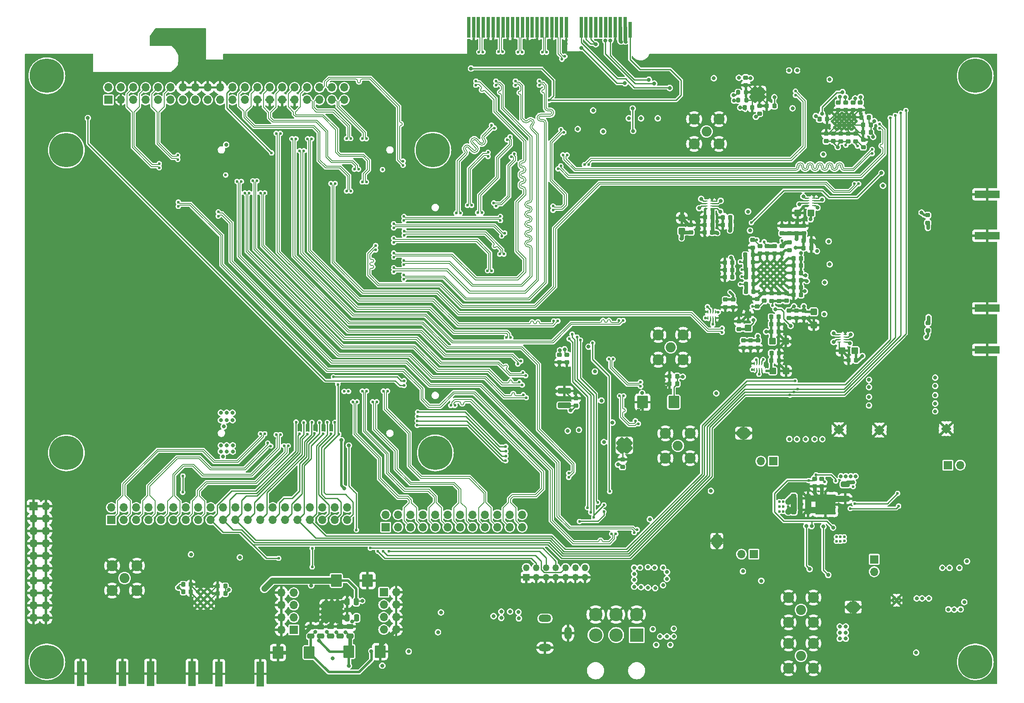
<source format=gbr>
%TF.GenerationSoftware,KiCad,Pcbnew,7.0.8-7.0.8~ubuntu22.04.1*%
%TF.CreationDate,2024-12-17T15:10:34+01:00*%
%TF.ProjectId,Bread70,42726561-6437-4302-9e6b-696361645f70,rev?*%
%TF.SameCoordinates,Original*%
%TF.FileFunction,Copper,L6,Bot*%
%TF.FilePolarity,Positive*%
%FSLAX46Y46*%
G04 Gerber Fmt 4.6, Leading zero omitted, Abs format (unit mm)*
G04 Created by KiCad (PCBNEW 7.0.8-7.0.8~ubuntu22.04.1) date 2024-12-17 15:10:34*
%MOMM*%
%LPD*%
G01*
G04 APERTURE LIST*
G04 Aperture macros list*
%AMRoundRect*
0 Rectangle with rounded corners*
0 $1 Rounding radius*
0 $2 $3 $4 $5 $6 $7 $8 $9 X,Y pos of 4 corners*
0 Add a 4 corners polygon primitive as box body*
4,1,4,$2,$3,$4,$5,$6,$7,$8,$9,$2,$3,0*
0 Add four circle primitives for the rounded corners*
1,1,$1+$1,$2,$3*
1,1,$1+$1,$4,$5*
1,1,$1+$1,$6,$7*
1,1,$1+$1,$8,$9*
0 Add four rect primitives between the rounded corners*
20,1,$1+$1,$2,$3,$4,$5,0*
20,1,$1+$1,$4,$5,$6,$7,0*
20,1,$1+$1,$6,$7,$8,$9,0*
20,1,$1+$1,$8,$9,$2,$3,0*%
G04 Aperture macros list end*
%TA.AperFunction,ComponentPad*%
%ADD10O,2.600000X1.500000*%
%TD*%
%TA.AperFunction,ComponentPad*%
%ADD11O,1.500000X2.600000*%
%TD*%
%TA.AperFunction,ComponentPad*%
%ADD12C,2.050000*%
%TD*%
%TA.AperFunction,ComponentPad*%
%ADD13C,2.250000*%
%TD*%
%TA.AperFunction,ComponentPad*%
%ADD14C,0.600000*%
%TD*%
%TA.AperFunction,ComponentPad*%
%ADD15C,0.800000*%
%TD*%
%TA.AperFunction,ComponentPad*%
%ADD16C,7.000000*%
%TD*%
%TA.AperFunction,SMDPad,CuDef*%
%ADD17R,2.440000X1.600000*%
%TD*%
%TA.AperFunction,ComponentPad*%
%ADD18R,1.700000X1.700000*%
%TD*%
%TA.AperFunction,ComponentPad*%
%ADD19O,1.700000X1.700000*%
%TD*%
%TA.AperFunction,SMDPad,CuDef*%
%ADD20R,1.500000X5.080000*%
%TD*%
%TA.AperFunction,SMDPad,CuDef*%
%ADD21R,5.080000X1.500000*%
%TD*%
%TA.AperFunction,ComponentPad*%
%ADD22R,2.750000X2.750000*%
%TD*%
%TA.AperFunction,ComponentPad*%
%ADD23C,2.750000*%
%TD*%
%TA.AperFunction,ComponentPad*%
%ADD24R,1.350000X1.350000*%
%TD*%
%TA.AperFunction,ComponentPad*%
%ADD25O,1.350000X1.350000*%
%TD*%
%TA.AperFunction,SMDPad,CuDef*%
%ADD26R,4.100000X4.100000*%
%TD*%
%TA.AperFunction,SMDPad,CuDef*%
%ADD27R,2.500000X2.500000*%
%TD*%
%TA.AperFunction,SMDPad,CuDef*%
%ADD28R,1.600000X2.340000*%
%TD*%
%TA.AperFunction,ConnectorPad*%
%ADD29R,0.700000X3.200000*%
%TD*%
%TA.AperFunction,ConnectorPad*%
%ADD30R,0.700000X4.300000*%
%TD*%
%TA.AperFunction,SMDPad,CuDef*%
%ADD31R,3.950000X3.950000*%
%TD*%
%TA.AperFunction,SMDPad,CuDef*%
%ADD32RoundRect,0.225000X-0.225000X-0.250000X0.225000X-0.250000X0.225000X0.250000X-0.225000X0.250000X0*%
%TD*%
%TA.AperFunction,SMDPad,CuDef*%
%ADD33RoundRect,0.250000X0.425000X-0.450000X0.425000X0.450000X-0.425000X0.450000X-0.425000X-0.450000X0*%
%TD*%
%TA.AperFunction,SMDPad,CuDef*%
%ADD34RoundRect,0.200000X0.200000X0.275000X-0.200000X0.275000X-0.200000X-0.275000X0.200000X-0.275000X0*%
%TD*%
%TA.AperFunction,SMDPad,CuDef*%
%ADD35RoundRect,0.225000X0.250000X-0.225000X0.250000X0.225000X-0.250000X0.225000X-0.250000X-0.225000X0*%
%TD*%
%TA.AperFunction,SMDPad,CuDef*%
%ADD36RoundRect,0.250000X0.475000X-0.250000X0.475000X0.250000X-0.475000X0.250000X-0.475000X-0.250000X0*%
%TD*%
%TA.AperFunction,SMDPad,CuDef*%
%ADD37RoundRect,0.225000X0.225000X0.250000X-0.225000X0.250000X-0.225000X-0.250000X0.225000X-0.250000X0*%
%TD*%
%TA.AperFunction,SMDPad,CuDef*%
%ADD38RoundRect,0.250000X0.875000X1.025000X-0.875000X1.025000X-0.875000X-1.025000X0.875000X-1.025000X0*%
%TD*%
%TA.AperFunction,SMDPad,CuDef*%
%ADD39R,0.640000X0.280000*%
%TD*%
%TA.AperFunction,SMDPad,CuDef*%
%ADD40R,0.280000X0.640000*%
%TD*%
%TA.AperFunction,SMDPad,CuDef*%
%ADD41RoundRect,0.225000X-0.250000X0.225000X-0.250000X-0.225000X0.250000X-0.225000X0.250000X0.225000X0*%
%TD*%
%TA.AperFunction,SMDPad,CuDef*%
%ADD42RoundRect,0.250000X1.100000X-0.325000X1.100000X0.325000X-1.100000X0.325000X-1.100000X-0.325000X0*%
%TD*%
%TA.AperFunction,SMDPad,CuDef*%
%ADD43RoundRect,0.250000X-0.450000X-0.425000X0.450000X-0.425000X0.450000X0.425000X-0.450000X0.425000X0*%
%TD*%
%TA.AperFunction,SMDPad,CuDef*%
%ADD44RoundRect,0.250000X-0.325000X-0.650000X0.325000X-0.650000X0.325000X0.650000X-0.325000X0.650000X0*%
%TD*%
%TA.AperFunction,SMDPad,CuDef*%
%ADD45RoundRect,0.250000X-0.875000X-1.025000X0.875000X-1.025000X0.875000X1.025000X-0.875000X1.025000X0*%
%TD*%
%TA.AperFunction,SMDPad,CuDef*%
%ADD46RoundRect,0.250000X0.250000X0.475000X-0.250000X0.475000X-0.250000X-0.475000X0.250000X-0.475000X0*%
%TD*%
%TA.AperFunction,SMDPad,CuDef*%
%ADD47RoundRect,0.250000X-0.650000X0.325000X-0.650000X-0.325000X0.650000X-0.325000X0.650000X0.325000X0*%
%TD*%
%TA.AperFunction,SMDPad,CuDef*%
%ADD48RoundRect,0.250000X-0.425000X0.450000X-0.425000X-0.450000X0.425000X-0.450000X0.425000X0.450000X0*%
%TD*%
%TA.AperFunction,SMDPad,CuDef*%
%ADD49RoundRect,0.250000X0.450000X0.425000X-0.450000X0.425000X-0.450000X-0.425000X0.450000X-0.425000X0*%
%TD*%
%TA.AperFunction,SMDPad,CuDef*%
%ADD50RoundRect,0.250000X-0.475000X0.250000X-0.475000X-0.250000X0.475000X-0.250000X0.475000X0.250000X0*%
%TD*%
%TA.AperFunction,ViaPad*%
%ADD51C,0.600000*%
%TD*%
%TA.AperFunction,ViaPad*%
%ADD52C,0.800000*%
%TD*%
%TA.AperFunction,Conductor*%
%ADD53C,0.254000*%
%TD*%
%TA.AperFunction,Conductor*%
%ADD54C,0.508000*%
%TD*%
%TA.AperFunction,Conductor*%
%ADD55C,0.762000*%
%TD*%
%TA.AperFunction,Conductor*%
%ADD56C,1.270000*%
%TD*%
%TA.AperFunction,Conductor*%
%ADD57C,0.250000*%
%TD*%
%TA.AperFunction,Conductor*%
%ADD58C,0.184000*%
%TD*%
%TA.AperFunction,Conductor*%
%ADD59C,0.187000*%
%TD*%
%TA.AperFunction,Conductor*%
%ADD60C,0.186000*%
%TD*%
%TA.AperFunction,Conductor*%
%ADD61C,0.182000*%
%TD*%
%TA.AperFunction,Conductor*%
%ADD62C,0.200000*%
%TD*%
G04 APERTURE END LIST*
D10*
%TO.P,J21,1*%
%TO.N,VDCIN*%
X146950000Y-141100000D03*
%TO.P,J21,2*%
%TO.N,GND*%
X146950000Y-147100000D03*
D11*
%TO.P,J21,3*%
X151650000Y-144100000D03*
%TD*%
D12*
%TO.P,J11,1,In*%
%TO.N,Net-(J11-In)*%
X172680000Y-85580000D03*
D13*
%TO.P,J11,2,Ext*%
%TO.N,GND*%
X170140000Y-83040000D03*
X170140000Y-88120000D03*
X175220000Y-83040000D03*
X175220000Y-88120000D03*
%TD*%
D14*
%TO.P,U7,57,PAD*%
%TO.N,GND*%
X196380001Y-67720003D03*
X195055001Y-67720003D03*
X193730001Y-67720003D03*
X192405001Y-67720003D03*
X191080001Y-67720003D03*
X196380001Y-69045003D03*
X195055001Y-69045003D03*
X193730001Y-69045003D03*
X192405001Y-69045003D03*
X191080001Y-69045003D03*
X196380001Y-70370003D03*
X195055001Y-70370003D03*
X193730001Y-70370003D03*
X192405001Y-70370003D03*
X191080001Y-70370003D03*
X196380001Y-71695003D03*
X195055001Y-71695003D03*
X193730001Y-71695003D03*
X192405001Y-71695003D03*
X191080001Y-71695003D03*
X196380001Y-73020003D03*
X195055001Y-73020003D03*
X193730001Y-73020003D03*
X192405001Y-73020003D03*
X191080001Y-73020003D03*
%TD*%
D12*
%TO.P,J19,1,In*%
%TO.N,Net-(J19-In)*%
X180000000Y-41400000D03*
D13*
%TO.P,J19,2,Ext*%
%TO.N,GND*%
X182540000Y-38860000D03*
X177460000Y-38860000D03*
X182540000Y-43940000D03*
X177460000Y-43940000D03*
%TD*%
D15*
%TO.P,H7,1*%
%TO.N,N/C*%
X232375000Y-30000000D03*
X233143845Y-28143845D03*
X233143845Y-31856155D03*
X235000000Y-27375000D03*
D16*
X235000000Y-30000000D03*
D15*
X235000000Y-32625000D03*
X236856155Y-28143845D03*
X236856155Y-31856155D03*
X237625000Y-30000000D03*
%TD*%
D14*
%TO.P,U21,9,EP*%
%TO.N,GND*%
X188520000Y-102662501D03*
X187650000Y-102662501D03*
X186662000Y-102662501D03*
D17*
X187600000Y-103162501D03*
D14*
X188520000Y-103662501D03*
X187650000Y-103662501D03*
X186662000Y-103662501D03*
%TD*%
D15*
%TO.P,H1,1*%
%TO.N,N/C*%
X46374999Y-45210001D03*
X47143844Y-43353846D03*
X47143844Y-47066156D03*
X48999999Y-42585001D03*
D16*
X48999999Y-45210001D03*
D15*
X48999999Y-47835001D03*
X50856154Y-43353846D03*
X50856154Y-47066156D03*
X51624999Y-45210001D03*
%TD*%
D18*
%TO.P,JP1,1,A*%
%TO.N,/Power/Switching/6V*%
X189700000Y-127950000D03*
D19*
%TO.P,JP1,2,B*%
%TO.N,/Power/LDO/6V*%
X187160000Y-127950000D03*
%TD*%
D15*
%TO.P,H4,1*%
%TO.N,N/C*%
X121874999Y-107210001D03*
X122643844Y-105353846D03*
X122643844Y-109066156D03*
X124499999Y-104585001D03*
D16*
X124499999Y-107210001D03*
D15*
X124499999Y-109835001D03*
X126356154Y-105353846D03*
X126356154Y-109066156D03*
X127124999Y-107210001D03*
%TD*%
%TO.P,H2,1*%
%TO.N,N/C*%
X121374999Y-45210001D03*
X122143844Y-43353846D03*
X122143844Y-47066156D03*
X123999999Y-42585001D03*
D16*
X123999999Y-45210001D03*
D15*
X123999999Y-47835001D03*
X125856154Y-43353846D03*
X125856154Y-47066156D03*
X126624999Y-45210001D03*
%TD*%
%TO.P,H6,1*%
%TO.N,N/C*%
X42375000Y-150000000D03*
X43143845Y-148143845D03*
X43143845Y-151856155D03*
X45000000Y-147375000D03*
D16*
X45000000Y-150000000D03*
D15*
X45000000Y-152625000D03*
X46856155Y-148143845D03*
X46856155Y-151856155D03*
X47625000Y-150000000D03*
%TD*%
D18*
%TO.P,J9,1,Pin_1*%
%TO.N,/Adc_Dac/OUT3*%
X113950000Y-135760001D03*
D19*
%TO.P,J9,2,Pin_2*%
%TO.N,GND*%
X116490000Y-135760001D03*
%TO.P,J9,3,Pin_3*%
%TO.N,/Adc_Dac/OUT2*%
X113950000Y-138300001D03*
%TO.P,J9,4,Pin_4*%
%TO.N,GND*%
X116490000Y-138300001D03*
%TO.P,J9,5,Pin_5*%
%TO.N,/Adc_Dac/OUT1*%
X113950000Y-140840001D03*
%TO.P,J9,6,Pin_6*%
%TO.N,GND*%
X116490000Y-140840001D03*
%TO.P,J9,7,Pin_7*%
%TO.N,/Adc_Dac/OUT0*%
X113950000Y-143380001D03*
%TO.P,J9,8,Pin_8*%
%TO.N,GND*%
X116490000Y-143380001D03*
%TD*%
D18*
%TO.P,J23,1,Pin_1*%
%TO.N,unconnected-(J23-Pin_1-Pad1)*%
X114340000Y-122400000D03*
D19*
%TO.P,J23,2,Pin_2*%
%TO.N,/MC3/B67_L21N*%
X114340000Y-119860000D03*
%TO.P,J23,3,Pin_3*%
%TO.N,unconnected-(J23-Pin_3-Pad3)*%
X116880000Y-122400000D03*
%TO.P,J23,4,Pin_4*%
%TO.N,/MC3/B67_L21P*%
X116880000Y-119860000D03*
%TO.P,J23,5,Pin_5*%
%TO.N,/MC3/B67_L17P*%
X119420000Y-122400000D03*
%TO.P,J23,6,Pin_6*%
%TO.N,/MC3/B67_L13GC_N*%
X119420000Y-119860000D03*
%TO.P,J23,7,Pin_7*%
%TO.N,/MC3/B67_L17N*%
X121960000Y-122400000D03*
%TO.P,J23,8,Pin_8*%
%TO.N,/MC3/B67_L13GC_P*%
X121960000Y-119860000D03*
%TO.P,J23,9,Pin_9*%
%TO.N,/MC3/B67_L16P*%
X124500000Y-122400000D03*
%TO.P,J23,10,Pin_10*%
%TO.N,/MC3/B67_L18N*%
X124500000Y-119860000D03*
%TO.P,J23,11,Pin_11*%
%TO.N,/MC3/B67_L16N*%
X127040000Y-122400000D03*
%TO.P,J23,12,Pin_12*%
%TO.N,/MC3/B67_L18P*%
X127040000Y-119860000D03*
%TO.P,J23,13,Pin_13*%
%TO.N,/MC3/B67_L24P*%
X129580000Y-122400000D03*
%TO.P,J23,14,Pin_14*%
%TO.N,/MC3/B67_L22N*%
X129580000Y-119860000D03*
%TO.P,J23,15,Pin_15*%
%TO.N,/MC3/B67_L24N*%
X132120000Y-122400000D03*
%TO.P,J23,16,Pin_16*%
%TO.N,/MC3/B67_L22P*%
X132120000Y-119860000D03*
%TO.P,J23,17,Pin_17*%
%TO.N,/MC3/B67_L19P*%
X134660000Y-122400000D03*
%TO.P,J23,18,Pin_18*%
%TO.N,/MC3/B67_L15N*%
X134660000Y-119860000D03*
%TO.P,J23,19,Pin_19*%
%TO.N,/MC3/B67_L19N*%
X137200000Y-122400000D03*
%TO.P,J23,20,Pin_20*%
%TO.N,/MC3/B67_L15P*%
X137200000Y-119860000D03*
%TO.P,J23,21,Pin_21*%
%TO.N,/MC3/B67_L23P*%
X139740000Y-122400000D03*
%TO.P,J23,22,Pin_22*%
%TO.N,/MC3/B67_L20N*%
X139740000Y-119860000D03*
%TO.P,J23,23,Pin_23*%
%TO.N,/MC3/B67_L23N*%
X142280000Y-122400000D03*
%TO.P,J23,24,Pin_24*%
%TO.N,/MC3/B67_L20P*%
X142280000Y-119860000D03*
%TD*%
D20*
%TO.P,J16,2,Ext*%
%TO.N,GND*%
X74700000Y-152422500D03*
X66200000Y-152422500D03*
%TD*%
D18*
%TO.P,JP2,1,A*%
%TO.N,/Power/Switching/3V*%
X193675000Y-108900000D03*
D19*
%TO.P,JP2,2,B*%
%TO.N,/Power/LDO/3V*%
X191135000Y-108900000D03*
%TD*%
D14*
%TO.P,U11,41,EP*%
%TO.N,GND*%
X206177001Y-40538999D03*
X207177001Y-40538999D03*
X208177001Y-40538999D03*
X209177001Y-40538999D03*
X210177001Y-40538999D03*
X206177001Y-39788999D03*
X207177001Y-39788999D03*
X208177001Y-39788999D03*
X209177001Y-39788999D03*
X210177001Y-39788999D03*
X206177001Y-38788999D03*
X207177001Y-38788999D03*
X208177001Y-38788999D03*
X209177001Y-38788999D03*
X210177001Y-38788999D03*
X206177001Y-38038999D03*
X207177001Y-38038999D03*
X208177001Y-38038999D03*
X209177001Y-38038999D03*
X210177001Y-38038999D03*
%TD*%
D18*
%TO.P,JP3,1,A*%
%TO.N,/Power/Switching/3V8*%
X214300000Y-129000000D03*
D19*
%TO.P,JP3,2,B*%
%TO.N,/Power/LDO/3V8*%
X214300000Y-131540000D03*
%TD*%
D18*
%TO.P,J1,1,Pin_1*%
%TO.N,/MC12/B87_HDGC_L6P*%
X58220000Y-120940000D03*
D19*
%TO.P,J1,2,Pin_2*%
%TO.N,/Adc_Dac/A.ERROR*%
X58220000Y-118400000D03*
%TO.P,J1,3,Pin_3*%
%TO.N,/MC12/B87_HDGC_L6N*%
X60760000Y-120940000D03*
%TO.P,J1,4,Pin_4*%
%TO.N,/Adc_Dac/A.CS*%
X60760000Y-118400000D03*
%TO.P,J1,5,Pin_5*%
%TO.N,/MC12/B87_L10P*%
X63300000Y-120940000D03*
%TO.P,J1,6,Pin_6*%
%TO.N,/Adc_Dac/A.SCLK*%
X63300000Y-118400000D03*
%TO.P,J1,7,Pin_7*%
%TO.N,/MC12/B87_L10N*%
X65840000Y-120940000D03*
%TO.P,J1,8,Pin_8*%
%TO.N,/Adc_Dac/A.DIN*%
X65840000Y-118400000D03*
%TO.P,J1,9,Pin_9*%
%TO.N,/MC12/B87_HDGC_L7P*%
X68380000Y-120940000D03*
%TO.P,J1,10,Pin_10*%
%TO.N,/Adc_Dac/A.DOUT*%
X68380000Y-118400000D03*
%TO.P,J1,11,Pin_11*%
%TO.N,/MC12/B87_HDGC_L7N*%
X70920000Y-120940000D03*
%TO.P,J1,12,Pin_12*%
%TO.N,/Adc_Dac/A.CLKIO*%
X70920000Y-118400000D03*
%TO.P,J1,13,Pin_13*%
%TO.N,/MC12/B87_HDGC_L5P*%
X73460000Y-120940000D03*
%TO.P,J1,14,Pin_14*%
%TO.N,/MC12/B86_HDGC_L7P*%
X73460000Y-118400000D03*
%TO.P,J1,15,Pin_15*%
%TO.N,/MC12/B87_HDGC_L5N*%
X76000000Y-120940000D03*
%TO.P,J1,16,Pin_16*%
%TO.N,/MC12/B86_HDGC_L7N*%
X76000000Y-118400000D03*
%TO.P,J1,17,Pin_17*%
%TO.N,MISO_2*%
X78540000Y-120940000D03*
%TO.P,J1,18,Pin_18*%
%TO.N,/MC12/B86_L10P*%
X78540000Y-118400000D03*
%TO.P,J1,19,Pin_19*%
%TO.N,MOSI_2*%
X81080000Y-120940000D03*
%TO.P,J1,20,Pin_20*%
%TO.N,/MC12/B86_L10N*%
X81080000Y-118400000D03*
%TO.P,J1,21,Pin_21*%
%TO.N,SCLK_2*%
X83620000Y-120940000D03*
%TO.P,J1,22,Pin_22*%
%TO.N,/MC12/B86_L2P*%
X83620000Y-118400000D03*
%TO.P,J1,23,Pin_23*%
%TO.N,SCLK_1*%
X86160000Y-120940000D03*
%TO.P,J1,24,Pin_24*%
%TO.N,/MC12/B86_L2N*%
X86160000Y-118400000D03*
%TO.P,J1,25,Pin_25*%
%TO.N,MOSI_1*%
X88700000Y-120940000D03*
%TO.P,J1,26,Pin_26*%
%TO.N,/MC12/B86_HDGC_L6P*%
X88700000Y-118400000D03*
%TO.P,J1,27,Pin_27*%
%TO.N,MISO_1*%
X91240000Y-120940000D03*
%TO.P,J1,28,Pin_28*%
%TO.N,/MC12/B86_HDGC_L6N*%
X91240000Y-118400000D03*
%TO.P,J1,29,Pin_29*%
%TO.N,/CS_DA*%
X93780000Y-120940000D03*
%TO.P,J1,30,Pin_30*%
%TO.N,/MC12/B86_HDGC_L5P*%
X93780000Y-118400000D03*
%TO.P,J1,31,Pin_31*%
%TO.N,/CS_L*%
X96320000Y-120940000D03*
%TO.P,J1,32,Pin_32*%
%TO.N,/MC12/B86_HDGC_L5N*%
X96320000Y-118400000D03*
%TO.P,J1,33,Pin_33*%
%TO.N,/CS_AD*%
X98860000Y-120940000D03*
%TO.P,J1,34,Pin_34*%
%TO.N,/MC12/B84_HDGC_L7P*%
X98860000Y-118400000D03*
%TO.P,J1,35,Pin_35*%
%TO.N,/SSA*%
X101400000Y-120940000D03*
%TO.P,J1,36,Pin_36*%
%TO.N,/MC12/B84_HDGC_L7N*%
X101400000Y-118400000D03*
%TO.P,J1,37,Pin_37*%
%TO.N,/SSS*%
X103940000Y-120940000D03*
%TO.P,J1,38,Pin_38*%
%TO.N,VIO3*%
X103940000Y-118400000D03*
%TO.P,J1,39,Pin_39*%
%TO.N,SYNC_CLOCKCHIP*%
X106480000Y-120940000D03*
%TO.P,J1,40,Pin_40*%
%TO.N,+3.3V*%
X106480000Y-118400000D03*
%TD*%
D14*
%TO.P,U16,17,EP*%
%TO.N,GND*%
X214650000Y-103277500D03*
X215375000Y-103277500D03*
X216075000Y-103277500D03*
X214650000Y-102552500D03*
X215375000Y-102552500D03*
X216075000Y-102552500D03*
X214675000Y-101827500D03*
X215400000Y-101827500D03*
X216100000Y-101827500D03*
%TD*%
D12*
%TO.P,J18,1,In*%
%TO.N,Net-(J18-In)*%
X199340000Y-148749999D03*
D13*
%TO.P,J18,2,Ext*%
%TO.N,GND*%
X201880000Y-151289999D03*
X201880000Y-146209999D03*
X196800000Y-151289999D03*
X196800000Y-146209999D03*
%TD*%
D20*
%TO.P,J10,2,Ext*%
%TO.N,GND*%
X88700000Y-152450000D03*
X80200000Y-152450000D03*
%TD*%
%TO.P,J17,2,Ext*%
%TO.N,GND*%
X60450000Y-152400000D03*
X51950000Y-152400000D03*
%TD*%
D14*
%TO.P,U9,41,EP*%
%TO.N,GND*%
X78600000Y-138526250D03*
X78600000Y-137126250D03*
X78600000Y-135626250D03*
X77100000Y-138526250D03*
X77100000Y-137126250D03*
X77100000Y-135626250D03*
X75800000Y-138526250D03*
X75800000Y-137126250D03*
X75800000Y-135626250D03*
%TD*%
D18*
%TO.P,J25,1,Pin_1*%
%TO.N,GND*%
X42300000Y-118140000D03*
D19*
%TO.P,J25,2,Pin_2*%
X44840000Y-118140000D03*
%TO.P,J25,3,Pin_3*%
X42300000Y-120680000D03*
%TO.P,J25,4,Pin_4*%
X44840000Y-120680000D03*
%TO.P,J25,5,Pin_5*%
X42300000Y-123220000D03*
%TO.P,J25,6,Pin_6*%
X44840000Y-123220000D03*
%TO.P,J25,7,Pin_7*%
X42300000Y-125760000D03*
%TO.P,J25,8,Pin_8*%
X44840000Y-125760000D03*
%TO.P,J25,9,Pin_9*%
X42300000Y-128300000D03*
%TO.P,J25,10,Pin_10*%
X44840000Y-128300000D03*
%TO.P,J25,11,Pin_11*%
X42300000Y-130840000D03*
%TO.P,J25,12,Pin_12*%
X44840000Y-130840000D03*
%TO.P,J25,13,Pin_13*%
X42300000Y-133380000D03*
%TO.P,J25,14,Pin_14*%
X44840000Y-133380000D03*
%TO.P,J25,15,Pin_15*%
X42300000Y-135920000D03*
%TO.P,J25,16,Pin_16*%
X44840000Y-135920000D03*
%TO.P,J25,17,Pin_17*%
X42300000Y-138460000D03*
%TO.P,J25,18,Pin_18*%
X44840000Y-138460000D03*
%TO.P,J25,19,Pin_19*%
X42300000Y-141000000D03*
%TO.P,J25,20,Pin_20*%
X44840000Y-141000000D03*
%TD*%
D15*
%TO.P,H8,1*%
%TO.N,N/C*%
X232375000Y-150000000D03*
X233143845Y-148143845D03*
X233143845Y-151856155D03*
X235000000Y-147375000D03*
D16*
X235000000Y-150000000D03*
D15*
X235000000Y-152625000D03*
X236856155Y-148143845D03*
X236856155Y-151856155D03*
X237625000Y-150000000D03*
%TD*%
D12*
%TO.P,J22,1,In*%
%TO.N,Net-(J22-In)*%
X199340000Y-139360000D03*
D13*
%TO.P,J22,2,Ext*%
%TO.N,GND*%
X201880000Y-141900000D03*
X201880000Y-136820000D03*
X196800000Y-141900000D03*
X196800000Y-136820000D03*
%TD*%
D12*
%TO.P,J12,1,In*%
%TO.N,Net-(J12-In)*%
X174140000Y-105740000D03*
D13*
%TO.P,J12,2,Ext*%
%TO.N,GND*%
X171600000Y-103200000D03*
X171600000Y-108280000D03*
X176680000Y-103200000D03*
X176680000Y-108280000D03*
%TD*%
D18*
%TO.P,J2,1,Pin_1*%
%TO.N,VIO1*%
X57591000Y-34931445D03*
D19*
%TO.P,J2,2,Pin_2*%
%TO.N,+1.8V*%
X57591000Y-32391445D03*
%TO.P,J2,3,Pin_3*%
%TO.N,GND*%
X60131000Y-34931445D03*
%TO.P,J2,4,Pin_4*%
%TO.N,VREF1*%
X60131000Y-32391445D03*
%TO.P,J2,5,Pin_5*%
%TO.N,/MC12/B64_L5P*%
X62671000Y-34931445D03*
%TO.P,J2,6,Pin_6*%
%TO.N,/MC12/B64_L9P*%
X62671000Y-32391445D03*
%TO.P,J2,7,Pin_7*%
%TO.N,/MC12/B64_L5N*%
X65211000Y-34931445D03*
%TO.P,J2,8,Pin_8*%
%TO.N,/MC12/B64_L9N*%
X65211000Y-32391445D03*
%TO.P,J2,9,Pin_9*%
%TO.N,/MC12/B64_L6P*%
X67751000Y-34931445D03*
%TO.P,J2,10,Pin_10*%
%TO.N,/MC12/B64_L10P*%
X67751000Y-32391445D03*
%TO.P,J2,11,Pin_11*%
%TO.N,/MC12/B64_L6N*%
X70291000Y-34931445D03*
%TO.P,J2,12,Pin_12*%
%TO.N,/MC12/B64_L10N*%
X70291000Y-32391445D03*
%TO.P,J2,13,Pin_13*%
%TO.N,/MC12/B64_L3P*%
X72831000Y-34931445D03*
%TO.P,J2,14,Pin_14*%
%TO.N,GND*%
X72831000Y-32391445D03*
%TO.P,J2,15,Pin_15*%
%TO.N,/MC12/B64_L3N*%
X75371000Y-34931445D03*
%TO.P,J2,16,Pin_16*%
%TO.N,GND*%
X75371000Y-32391445D03*
%TO.P,J2,17,Pin_17*%
%TO.N,/MC12/B64_L19P*%
X77911000Y-34931445D03*
%TO.P,J2,18,Pin_18*%
%TO.N,GND*%
X77911000Y-32391445D03*
%TO.P,J2,19,Pin_19*%
%TO.N,/MC12/B64_L19N*%
X80451000Y-34931445D03*
%TO.P,J2,20,Pin_20*%
%TO.N,GND*%
X80451000Y-32391445D03*
%TO.P,J2,21,Pin_21*%
%TO.N,/MC12/B64_L7P*%
X82991000Y-34931445D03*
%TO.P,J2,22,Pin_22*%
%TO.N,/MC12/B64_T3U_N12*%
X82991000Y-32391445D03*
%TO.P,J2,23,Pin_23*%
%TO.N,/MC12/B64_L7N*%
X85531000Y-34931445D03*
%TO.P,J2,24,Pin_24*%
%TO.N,/MC12/B84_L1P*%
X85531000Y-32391445D03*
%TO.P,J2,25,Pin_25*%
%TO.N,GND*%
X88071000Y-34931445D03*
%TO.P,J2,26,Pin_26*%
%TO.N,/MC12/B84_L1N*%
X88071000Y-32391445D03*
%TO.P,J2,27,Pin_27*%
%TO.N,GND*%
X90611000Y-34931445D03*
%TO.P,J2,28,Pin_28*%
%TO.N,/MC12/B84_L9P*%
X90611000Y-32391445D03*
%TO.P,J2,29,Pin_29*%
%TO.N,GND*%
X93151000Y-34931445D03*
%TO.P,J2,30,Pin_30*%
%TO.N,/MC12/B84_L9N*%
X93151000Y-32391445D03*
%TO.P,J2,31,Pin_31*%
%TO.N,GND*%
X95691000Y-34931445D03*
%TO.P,J2,32,Pin_32*%
%TO.N,/MC12/B84_L3P*%
X95691000Y-32391445D03*
%TO.P,J2,33,Pin_33*%
%TO.N,/MC12/B84_L4P*%
X98231000Y-34931445D03*
%TO.P,J2,34,Pin_34*%
%TO.N,/MC12/B84_L3N*%
X98231000Y-32391445D03*
%TO.P,J2,35,Pin_35*%
%TO.N,/MC12/B84_L4N*%
X100771000Y-34931445D03*
%TO.P,J2,36,Pin_36*%
%TO.N,/MC12/B84_HDGC_L5P*%
X100771000Y-32391445D03*
%TO.P,J2,37,Pin_37*%
%TO.N,/MC12/B84_L2P*%
X103311000Y-34931445D03*
%TO.P,J2,38,Pin_38*%
%TO.N,/MC12/B84_HDGC_L5N*%
X103311000Y-32391445D03*
%TO.P,J2,39,Pin_39*%
%TO.N,/MC12/B84_L2N*%
X105851000Y-34931445D03*
%TO.P,J2,40,Pin_40*%
%TO.N,VIO2*%
X105851000Y-32391445D03*
%TD*%
D21*
%TO.P,J14,2,Ext*%
%TO.N,GND*%
X237427500Y-54259999D03*
X237427500Y-62759999D03*
%TD*%
D14*
%TO.P,U25,9,EP*%
%TO.N,GND*%
X218500000Y-136860000D03*
X218500000Y-137910000D03*
X218900000Y-137385000D03*
X219300000Y-136860000D03*
X219300000Y-137910000D03*
%TD*%
%TO.P,U20,9,EP*%
%TO.N,GND*%
X209080000Y-139287498D03*
X209950000Y-139287498D03*
X210938000Y-139287498D03*
D17*
X210000000Y-138787498D03*
D14*
X209080000Y-138287498D03*
X209950000Y-138287498D03*
X210938000Y-138287498D03*
%TD*%
D22*
%TO.P,J20,1,Pin_1*%
%TO.N,VDCIN*%
X165700000Y-144500000D03*
D23*
%TO.P,J20,2,Pin_2*%
X161500000Y-144500000D03*
%TO.P,J20,3,Pin_3*%
X157300000Y-144500000D03*
%TO.P,J20,4,Pin_4*%
%TO.N,GND*%
X165700000Y-140300000D03*
%TO.P,J20,5,Pin_5*%
X161500000Y-140300000D03*
%TO.P,J20,6,Pin_6*%
X157300000Y-140300000D03*
%TD*%
D24*
%TO.P,J3,1,Pin_1*%
%TO.N,GND*%
X143150000Y-132700000D03*
D25*
%TO.P,J3,2,Pin_2*%
%TO.N,+1.8V*%
X143150000Y-130700000D03*
%TO.P,J3,3,Pin_3*%
%TO.N,GND*%
X145150000Y-132700000D03*
%TO.P,J3,4,Pin_4*%
%TO.N,/MC12/JTAG_TMS*%
X145150000Y-130700000D03*
%TO.P,J3,5,Pin_5*%
%TO.N,GND*%
X147150000Y-132700000D03*
%TO.P,J3,6,Pin_6*%
%TO.N,/MC12/JTAG_TCK*%
X147150000Y-130700000D03*
%TO.P,J3,7,Pin_7*%
%TO.N,GND*%
X149150000Y-132700000D03*
%TO.P,J3,8,Pin_8*%
%TO.N,/MC12/JTAG_TDO*%
X149150000Y-130700000D03*
%TO.P,J3,9,Pin_9*%
%TO.N,GND*%
X151150000Y-132700000D03*
%TO.P,J3,10,Pin_10*%
%TO.N,/MC12/JTAG_TDI*%
X151150000Y-130700000D03*
%TO.P,J3,11,Pin_11*%
%TO.N,GND*%
X153150000Y-132700000D03*
%TO.P,J3,12,Pin_12*%
%TO.N,unconnected-(J3-Pin_12-Pad12)*%
X153150000Y-130700000D03*
%TO.P,J3,13,Pin_13*%
%TO.N,GND*%
X155150000Y-132700000D03*
%TO.P,J3,14,Pin_14*%
%TO.N,unconnected-(J3-Pin_14-Pad14)*%
X155150000Y-130700000D03*
%TD*%
D14*
%TO.P,U13,49,EPAD*%
%TO.N,GND*%
X202550001Y-115960002D03*
X202550001Y-117160002D03*
X202550001Y-118360002D03*
X202550001Y-119560002D03*
X203750001Y-115960002D03*
X203750001Y-117160002D03*
X203750001Y-118360002D03*
X203750001Y-119560002D03*
D26*
X204350001Y-117760002D03*
D14*
X204950001Y-115960002D03*
X204950001Y-117160002D03*
X204950001Y-118360002D03*
X204950001Y-119560002D03*
X206150001Y-115960002D03*
X206150001Y-117160002D03*
X206150001Y-118360002D03*
X206150001Y-119560002D03*
%TD*%
D15*
%TO.P,H3,1*%
%TO.N,N/C*%
X46374999Y-107210001D03*
X47143844Y-105353846D03*
X47143844Y-109066156D03*
X48999999Y-104585001D03*
D16*
X48999999Y-107210001D03*
D15*
X48999999Y-109835001D03*
X50856154Y-105353846D03*
X50856154Y-109066156D03*
X51624999Y-107210001D03*
%TD*%
D18*
%TO.P,J15,1,Pin_1*%
%TO.N,/Adc_Dac/OUT7*%
X95540000Y-143460000D03*
D19*
%TO.P,J15,2,Pin_2*%
%TO.N,GND*%
X93000000Y-143460000D03*
%TO.P,J15,3,Pin_3*%
%TO.N,/Adc_Dac/OUT6*%
X95540000Y-140920000D03*
%TO.P,J15,4,Pin_4*%
%TO.N,GND*%
X93000000Y-140920000D03*
%TO.P,J15,5,Pin_5*%
%TO.N,/Adc_Dac/OUT5*%
X95540000Y-138380000D03*
%TO.P,J15,6,Pin_6*%
%TO.N,GND*%
X93000000Y-138380000D03*
%TO.P,J15,7,Pin_7*%
%TO.N,/Adc_Dac/OUT4*%
X95540000Y-135840000D03*
%TO.P,J15,8,Pin_8*%
%TO.N,GND*%
X93000000Y-135840000D03*
%TD*%
D14*
%TO.P,U6,37,GND*%
%TO.N,GND*%
X162181000Y-104656500D03*
X162181000Y-105656500D03*
X162181000Y-106656500D03*
X163181000Y-104656500D03*
X163181000Y-105656500D03*
D27*
X163181000Y-105656500D03*
D14*
X163181000Y-106656500D03*
X164181000Y-104656500D03*
X164181000Y-105656500D03*
X164181000Y-106656500D03*
%TD*%
D12*
%TO.P,J6,1,In*%
%TO.N,/MC12/B87_HDGC_L6P*%
X60900000Y-132850000D03*
D13*
%TO.P,J6,2,Ext*%
%TO.N,GND*%
X58360000Y-130310000D03*
X58360000Y-135390000D03*
X63440000Y-130310000D03*
X63440000Y-135390000D03*
%TD*%
D21*
%TO.P,J13,2,Ext*%
%TO.N,GND*%
X237400000Y-77600000D03*
X237400000Y-86100000D03*
%TD*%
D14*
%TO.P,U15,17,EP*%
%TO.N,GND*%
X228350000Y-102972500D03*
X229075000Y-102972500D03*
X229775000Y-102972500D03*
X228350000Y-102247500D03*
X229075000Y-102247500D03*
X229775000Y-102247500D03*
X228375000Y-101522500D03*
X229100000Y-101522500D03*
X229800000Y-101522500D03*
%TD*%
%TO.P,U10,29,EP*%
%TO.N,GND*%
X189427003Y-32814000D03*
X189427003Y-33814000D03*
X189427003Y-34814000D03*
X190427003Y-32814000D03*
X190427003Y-33814000D03*
D27*
X190427003Y-33814000D03*
D14*
X190427003Y-34814000D03*
X191427003Y-32814000D03*
X191427003Y-33814000D03*
X191427003Y-34814000D03*
%TD*%
%TO.P,U19,9,EP*%
%TO.N,GND*%
X181622500Y-124380000D03*
X181622500Y-125250000D03*
X181622500Y-126120000D03*
D28*
X182122500Y-125250000D03*
D14*
X182622500Y-124380000D03*
X182622500Y-125250000D03*
X182622500Y-126120000D03*
%TD*%
D29*
%TO.P,J8,A1,~{PRSNT1}*%
%TO.N,/PCIe/PCIE_PRSNT1_B*%
X164335000Y-20600000D03*
D30*
%TO.P,J8,A2,+12V*%
%TO.N,/PCIe/+12V_PCIE_C*%
X163335000Y-20050000D03*
%TO.P,J8,A3,+12V*%
X162335000Y-20050000D03*
%TO.P,J8,A4,GND*%
%TO.N,GND*%
X161335000Y-20050000D03*
%TO.P,J8,A5,JTAG2*%
%TO.N,unconnected-(J8-JTAG2-PadA5)*%
X160335000Y-20050000D03*
%TO.P,J8,A6,JTAG3*%
%TO.N,unconnected-(J8-JTAG3-PadA6)*%
X159335000Y-20050000D03*
%TO.P,J8,A7,JTAG4*%
%TO.N,unconnected-(J8-JTAG4-PadA7)*%
X158335000Y-20050000D03*
%TO.P,J8,A8,JTAG5*%
%TO.N,unconnected-(J8-JTAG5-PadA8)*%
X157335000Y-20050000D03*
%TO.P,J8,A9,+3.3V*%
%TO.N,/PCIe/+3.3V_PCIE_C*%
X156335000Y-20050000D03*
%TO.P,J8,A10,+3.3V*%
X155335000Y-20050000D03*
%TO.P,J8,A11,~{PERST}*%
%TO.N,/PCIe/PCIE_PERST_B_3V3*%
X154335000Y-20050000D03*
%TO.P,J8,A12,GND*%
%TO.N,GND*%
X151335000Y-20050000D03*
%TO.P,J8,A13,REFCLK+*%
%TO.N,/PCIe/PCIE_REFCLK_P*%
X150335000Y-20050000D03*
%TO.P,J8,A14,REFCLK-*%
%TO.N,/PCIe/PCIE_REFCLK_N*%
X149335000Y-20050000D03*
%TO.P,J8,A15,GND*%
%TO.N,GND*%
X148335000Y-20050000D03*
%TO.P,J8,A16,PERp0*%
%TO.N,/PCIe/PCIE_C_RX0P*%
X147335000Y-20050000D03*
%TO.P,J8,A17,PERn0*%
%TO.N,/PCIe/PCIE_C_RX0N*%
X146335000Y-20050000D03*
%TO.P,J8,A18,GND*%
%TO.N,GND*%
X145335000Y-20050000D03*
%TO.P,J8,A19,RSVD*%
%TO.N,unconnected-(J8-RSVD-PadA19)*%
X144335000Y-20050000D03*
%TO.P,J8,A20,GND*%
%TO.N,GND*%
X143335000Y-20050000D03*
%TO.P,J8,A21,PERp1*%
%TO.N,/PCIe/PCIE_C_RX1P*%
X142335000Y-20050000D03*
%TO.P,J8,A22,PERn1*%
%TO.N,/PCIe/PCIE_C_RX1N*%
X141335000Y-20050000D03*
%TO.P,J8,A23,GND*%
%TO.N,GND*%
X140335000Y-20050000D03*
%TO.P,J8,A24,GND*%
X139335000Y-20050000D03*
%TO.P,J8,A25,PERp2*%
%TO.N,/PCIe/PCIE_C_RX2P*%
X138335000Y-20050000D03*
%TO.P,J8,A26,PERn2*%
%TO.N,/PCIe/PCIE_C_RX2N*%
X137335000Y-20050000D03*
%TO.P,J8,A27,GND*%
%TO.N,GND*%
X136335000Y-20050000D03*
%TO.P,J8,A28,GND*%
X135335000Y-20050000D03*
%TO.P,J8,A29,PERp3*%
%TO.N,/PCIe/PCIE_C_RX3P*%
X134335000Y-20050000D03*
%TO.P,J8,A30,PERn3*%
%TO.N,/PCIe/PCIE_C_RX3N*%
X133335000Y-20050000D03*
%TO.P,J8,A31,GND*%
%TO.N,GND*%
X132335000Y-20050000D03*
%TO.P,J8,A32,RSVD*%
%TO.N,unconnected-(J8-RSVD-PadA32)*%
X131335000Y-20050000D03*
%TD*%
D14*
%TO.P,U8,41,EP*%
%TO.N,GND*%
X105052500Y-141415000D03*
X105052500Y-140265000D03*
X105052500Y-139115000D03*
X105052500Y-137965000D03*
X103902500Y-141415000D03*
X103902500Y-140265000D03*
X103902500Y-139115000D03*
X103902500Y-137965000D03*
D31*
X103327500Y-139690000D03*
D14*
X102752500Y-141415000D03*
X102752500Y-140265000D03*
X102752500Y-139115000D03*
X102752500Y-137965000D03*
X101602500Y-141415000D03*
X101602500Y-140265000D03*
X101602500Y-139115000D03*
X101602500Y-137965000D03*
%TD*%
%TO.P,U14,17,EP*%
%TO.N,GND*%
X207827500Y-103150000D03*
X207827500Y-102425000D03*
X207827500Y-101725000D03*
X207102500Y-103150000D03*
X207102500Y-102425000D03*
X207102500Y-101725000D03*
X206377500Y-103125000D03*
X206377500Y-102400000D03*
X206377500Y-101700000D03*
%TD*%
D18*
%TO.P,JP4,1,A*%
%TO.N,/Power/Switching/1V8*%
X229390001Y-109710000D03*
D19*
%TO.P,JP4,2,B*%
%TO.N,/Power/LDO/1V8*%
X231930001Y-109710000D03*
%TD*%
D15*
%TO.P,H5,1*%
%TO.N,N/C*%
X42375000Y-30000000D03*
X43143845Y-28143845D03*
X43143845Y-31856155D03*
X45000000Y-27375000D03*
D16*
X45000000Y-30000000D03*
D15*
X45000000Y-32625000D03*
X46856155Y-28143845D03*
X46856155Y-31856155D03*
X47625000Y-30000000D03*
%TD*%
D32*
%TO.P,C140,1*%
%TO.N,GND*%
X79970001Y-134496251D03*
%TO.P,C140,2*%
%TO.N,Net-(U9-REGCAPA)*%
X81520001Y-134496251D03*
%TD*%
D33*
%TO.P,C66,1*%
%TO.N,IOVDD*%
X188520000Y-81630003D03*
%TO.P,C66,2*%
%TO.N,GND*%
X188520000Y-78930003D03*
%TD*%
D34*
%TO.P,R56,1*%
%TO.N,GND*%
X188102002Y-33388998D03*
%TO.P,R56,2*%
%TO.N,Net-(U10-IN1_P)*%
X186452002Y-33388998D03*
%TD*%
D32*
%TO.P,C151,1*%
%TO.N,GND*%
X212052001Y-41588999D03*
%TO.P,C151,2*%
%TO.N,/Clocks/VOUT+*%
X213602001Y-41588999D03*
%TD*%
D35*
%TO.P,C93,1*%
%TO.N,GND*%
X195430000Y-66370003D03*
%TO.P,C93,2*%
%TO.N,/AD9152/DVDD12_CLK*%
X195430000Y-64820003D03*
%TD*%
D36*
%TO.P,C133,1*%
%TO.N,/Adc_Dac/VCC*%
X99031818Y-144741666D03*
%TO.P,C133,2*%
%TO.N,GND*%
X99031818Y-142841666D03*
%TD*%
D33*
%TO.P,C123,1*%
%TO.N,/AD9152/DVDD12_SERDES*%
X174940999Y-61810003D03*
%TO.P,C123,2*%
%TO.N,GND*%
X174940999Y-59110003D03*
%TD*%
D32*
%TO.P,C100,1*%
%TO.N,GND*%
X179655001Y-58970002D03*
%TO.P,C100,2*%
%TO.N,/AD9152/DVDD12_SERDES*%
X181205001Y-58970002D03*
%TD*%
D37*
%TO.P,C110,1*%
%TO.N,GND*%
X189480000Y-68170003D03*
%TO.P,C110,2*%
%TO.N,/AD9152/DVDD12_SERDES*%
X187930000Y-68170003D03*
%TD*%
D32*
%TO.P,C115,1*%
%TO.N,GND*%
X183770001Y-68230003D03*
%TO.P,C115,2*%
%TO.N,/AD9152/DVDD12_SERDES*%
X185320001Y-68230003D03*
%TD*%
D38*
%TO.P,C126,1*%
%TO.N,GND*%
X113190000Y-147880000D03*
%TO.P,C126,2*%
%TO.N,/Adc_Dac/DA_VSS*%
X106790000Y-147880000D03*
%TD*%
D32*
%TO.P,C76,1*%
%TO.N,GND*%
X183770000Y-69730003D03*
%TO.P,C76,2*%
%TO.N,/AD9152/DVDD12_SERDES*%
X185320000Y-69730003D03*
%TD*%
D36*
%TO.P,C279,1*%
%TO.N,/Adc_Dac/DA_VSS*%
X101040000Y-144729999D03*
%TO.P,C279,2*%
%TO.N,GND*%
X101040000Y-142829999D03*
%TD*%
D32*
%TO.P,C165,1*%
%TO.N,GND*%
X192327001Y-36189000D03*
%TO.P,C165,2*%
%TO.N,/Clocks/VCC25*%
X193877001Y-36189000D03*
%TD*%
%TO.P,C135,1*%
%TO.N,GND*%
X79970001Y-135996250D03*
%TO.P,C135,2*%
%TO.N,Net-(U9-REGCAPA)*%
X81520001Y-135996250D03*
%TD*%
D39*
%TO.P,C58,1*%
%TO.N,GND*%
X207100000Y-84500000D03*
%TO.P,C58,2*%
%TO.N,/AD9152/AVDD33*%
X207100000Y-84000000D03*
%TO.P,C58,3*%
%TO.N,GND*%
X207100000Y-83500000D03*
%TO.P,C58,4*%
%TO.N,/AD9152/AVDD33*%
X207100000Y-83000000D03*
%TO.P,C58,5*%
%TO.N,GND*%
X208370000Y-83000000D03*
%TO.P,C58,6*%
%TO.N,/AD9152/AVDD33*%
X208370000Y-83500000D03*
%TO.P,C58,7*%
%TO.N,GND*%
X208370000Y-84000000D03*
%TO.P,C58,8*%
%TO.N,/AD9152/AVDD33*%
X208370000Y-84500000D03*
%TD*%
D35*
%TO.P,C30,1*%
%TO.N,3V3*%
X162800000Y-110075000D03*
%TO.P,C30,2*%
%TO.N,GND*%
X162800000Y-108525000D03*
%TD*%
D38*
%TO.P,C34,1*%
%TO.N,3V3*%
X173320000Y-96820000D03*
%TO.P,C34,2*%
%TO.N,GND*%
X166920000Y-96820000D03*
%TD*%
D32*
%TO.P,C67,1*%
%TO.N,GND*%
X197780000Y-73370003D03*
%TO.P,C67,2*%
%TO.N,/AD9152/AVDD33*%
X199330000Y-73370003D03*
%TD*%
D40*
%TO.P,C88,1*%
%TO.N,GND*%
X189795000Y-88866000D03*
%TO.P,C88,2*%
%TO.N,/AD9152/DVDD12*%
X190295000Y-88866000D03*
%TO.P,C88,3*%
%TO.N,GND*%
X190795000Y-88866000D03*
%TO.P,C88,4*%
%TO.N,/AD9152/DVDD12*%
X191295000Y-88866000D03*
%TO.P,C88,5*%
%TO.N,GND*%
X191295000Y-90136000D03*
%TO.P,C88,6*%
%TO.N,/AD9152/DVDD12*%
X190795000Y-90136000D03*
%TO.P,C88,7*%
%TO.N,GND*%
X190295000Y-90136000D03*
%TO.P,C88,8*%
%TO.N,/AD9152/DVDD12*%
X189795000Y-90136000D03*
%TD*%
D35*
%TO.P,C173,1*%
%TO.N,GND*%
X209977003Y-37013999D03*
%TO.P,C173,2*%
%TO.N,Net-(U11-BB)*%
X209977003Y-35463999D03*
%TD*%
D32*
%TO.P,C65,1*%
%TO.N,GND*%
X183330001Y-59020003D03*
%TO.P,C65,2*%
%TO.N,/AD9152/DVDD12_SERDES*%
X184880001Y-59020003D03*
%TD*%
D40*
%TO.P,C59,1*%
%TO.N,GND*%
X180308999Y-78325004D03*
%TO.P,C59,2*%
%TO.N,/AD9152/DVDD12_SERDES*%
X180808999Y-78325004D03*
%TO.P,C59,3*%
%TO.N,GND*%
X181308999Y-78325004D03*
%TO.P,C59,4*%
%TO.N,/AD9152/DVDD12_SERDES*%
X181808999Y-78325004D03*
%TO.P,C59,5*%
%TO.N,GND*%
X181808999Y-79595004D03*
%TO.P,C59,6*%
%TO.N,/AD9152/DVDD12_SERDES*%
X181308999Y-79595004D03*
%TO.P,C59,7*%
%TO.N,GND*%
X180808999Y-79595004D03*
%TO.P,C59,8*%
%TO.N,/AD9152/DVDD12_SERDES*%
X180308999Y-79595004D03*
%TD*%
D41*
%TO.P,C113,1*%
%TO.N,GND*%
X198429999Y-60720003D03*
%TO.P,C113,2*%
%TO.N,/AD9152/DVDD12_CLK*%
X198429999Y-62270003D03*
%TD*%
D35*
%TO.P,C159,1*%
%TO.N,/Clocks/VOUT+*%
X207477004Y-43414000D03*
%TO.P,C159,2*%
%TO.N,GND*%
X207477004Y-41864000D03*
%TD*%
%TO.P,C24,1*%
%TO.N,/Tdc/DVDD18*%
X153301865Y-97583135D03*
%TO.P,C24,2*%
%TO.N,GND*%
X153301865Y-96033135D03*
%TD*%
D37*
%TO.P,C147,1*%
%TO.N,GND*%
X74470002Y-134146251D03*
%TO.P,C147,2*%
%TO.N,Net-(U9-REGCAPD)*%
X72920002Y-134146251D03*
%TD*%
D41*
%TO.P,C85,1*%
%TO.N,GND*%
X191830001Y-74520003D03*
%TO.P,C85,2*%
%TO.N,/AD9152/DVDD12_SERDES*%
X191830001Y-76070003D03*
%TD*%
D35*
%TO.P,C81,1*%
%TO.N,GND*%
X185420000Y-77355003D03*
%TO.P,C81,2*%
%TO.N,/AD9152/DVDD12_SERDES*%
X185420000Y-75805003D03*
%TD*%
D42*
%TO.P,C25,1*%
%TO.N,/Tdc/DVDD18*%
X150901865Y-97483135D03*
%TO.P,C25,2*%
%TO.N,GND*%
X150901865Y-94533135D03*
%TD*%
D35*
%TO.P,C61,1*%
%TO.N,GND*%
X198399999Y-79620004D03*
%TO.P,C61,2*%
%TO.N,IOVDD*%
X198399999Y-78070004D03*
%TD*%
D37*
%TO.P,C168,1*%
%TO.N,GND*%
X189352002Y-36489002D03*
%TO.P,C168,2*%
%TO.N,/Clocks/VCC25*%
X187802002Y-36489002D03*
%TD*%
%TO.P,C119,1*%
%TO.N,GND*%
X189480000Y-66670003D03*
%TO.P,C119,2*%
%TO.N,/AD9152/DVDD12_SERDES*%
X187930000Y-66670003D03*
%TD*%
D35*
%TO.P,C176,1*%
%TO.N,GND*%
X206977000Y-37013999D03*
%TO.P,C176,2*%
%TO.N,Net-(U11-BVCO)*%
X206977000Y-35463999D03*
%TD*%
D43*
%TO.P,C124,1*%
%TO.N,/AD9152/DVDD12*%
X193558001Y-90441000D03*
%TO.P,C124,2*%
%TO.N,GND*%
X196258001Y-90441000D03*
%TD*%
D37*
%TO.P,C75,1*%
%TO.N,GND*%
X189630000Y-72680002D03*
%TO.P,C75,2*%
%TO.N,/AD9152/DVDD12_SERDES*%
X188080000Y-72680002D03*
%TD*%
D44*
%TO.P,C187,1*%
%TO.N,VDCIN*%
X197800001Y-116510001D03*
%TO.P,C187,2*%
%TO.N,GND*%
X200750001Y-116510001D03*
%TD*%
D35*
%TO.P,C163,1*%
%TO.N,/Clocks/VOUT+*%
X204477002Y-43388998D03*
%TO.P,C163,2*%
%TO.N,GND*%
X204477002Y-41838998D03*
%TD*%
%TO.P,C98,1*%
%TO.N,GND*%
X196930001Y-65670003D03*
%TO.P,C98,2*%
%TO.N,/AD9152/DVDD12_CLK*%
X196930001Y-64120003D03*
%TD*%
D32*
%TO.P,C69,1*%
%TO.N,GND*%
X183330001Y-60570003D03*
%TO.P,C69,2*%
%TO.N,/AD9152/DVDD12_SERDES*%
X184880001Y-60570003D03*
%TD*%
D39*
%TO.P,C89,1*%
%TO.N,GND*%
X202000001Y-55070003D03*
%TO.P,C89,2*%
%TO.N,/AD9152/DVDD12_CLK*%
X202000001Y-55570003D03*
%TO.P,C89,3*%
%TO.N,GND*%
X202000001Y-56070003D03*
%TO.P,C89,4*%
%TO.N,/AD9152/DVDD12_CLK*%
X202000001Y-56570003D03*
%TO.P,C89,5*%
%TO.N,GND*%
X200730001Y-56570003D03*
%TO.P,C89,6*%
%TO.N,/AD9152/DVDD12_CLK*%
X200730001Y-56070003D03*
%TO.P,C89,7*%
%TO.N,GND*%
X200730001Y-55570003D03*
%TO.P,C89,8*%
%TO.N,/AD9152/DVDD12_CLK*%
X200730001Y-55070003D03*
%TD*%
D38*
%TO.P,C281,1*%
%TO.N,/Adc_Dac/VCC*%
X98690000Y-148080000D03*
%TO.P,C281,2*%
%TO.N,GND*%
X92290000Y-148080000D03*
%TD*%
D35*
%TO.P,C57,1*%
%TO.N,GND*%
X199930001Y-79620003D03*
%TO.P,C57,2*%
%TO.N,IOVDD*%
X199930001Y-78070003D03*
%TD*%
D37*
%TO.P,C149,1*%
%TO.N,GND*%
X74470001Y-135656251D03*
%TO.P,C149,2*%
%TO.N,Net-(U9-REGCAPD)*%
X72920001Y-135656251D03*
%TD*%
%TO.P,C99,1*%
%TO.N,GND*%
X201430000Y-63770002D03*
%TO.P,C99,2*%
%TO.N,/AD9152/DVDD12_CLK*%
X199880000Y-63770002D03*
%TD*%
D34*
%TO.P,R57,1*%
%TO.N,GND*%
X188117000Y-34988997D03*
%TO.P,R57,2*%
%TO.N,Net-(U10-IN1_N)*%
X186467000Y-34988997D03*
%TD*%
D41*
%TO.P,C103,1*%
%TO.N,GND*%
X199930001Y-60720003D03*
%TO.P,C103,2*%
%TO.N,/AD9152/DVDD12_CLK*%
X199930001Y-62270003D03*
%TD*%
D32*
%TO.P,C114,1*%
%TO.N,GND*%
X197780001Y-68870003D03*
%TO.P,C114,2*%
%TO.N,/AD9152/DVDD12_CLK*%
X199330001Y-68870003D03*
%TD*%
D45*
%TO.P,C130,1*%
%TO.N,ADA_3V3*%
X104240000Y-133330000D03*
%TO.P,C130,2*%
%TO.N,GND*%
X110640000Y-133330000D03*
%TD*%
D35*
%TO.P,C63,1*%
%TO.N,GND*%
X196880002Y-79620003D03*
%TO.P,C63,2*%
%TO.N,IOVDD*%
X196880002Y-78070003D03*
%TD*%
%TO.P,C196,1*%
%TO.N,GND*%
X202100000Y-114050000D03*
%TO.P,C196,2*%
%TO.N,/Power/Switching/VREG*%
X202100000Y-112500000D03*
%TD*%
D37*
%TO.P,C150,1*%
%TO.N,/Clocks/VOUT+*%
X213602001Y-40039000D03*
%TO.P,C150,2*%
%TO.N,GND*%
X212052001Y-40039000D03*
%TD*%
%TO.P,C64,1*%
%TO.N,GND*%
X189605001Y-71170003D03*
%TO.P,C64,2*%
%TO.N,/AD9152/DVDD12_SERDES*%
X188055001Y-71170003D03*
%TD*%
D32*
%TO.P,C109,1*%
%TO.N,GND*%
X197780001Y-70370003D03*
%TO.P,C109,2*%
%TO.N,/AD9152/DVDD12_CLK*%
X199330001Y-70370003D03*
%TD*%
D35*
%TO.P,C21,1*%
%TO.N,GND*%
X149870000Y-88670000D03*
%TO.P,C21,2*%
%TO.N,3V3*%
X149870000Y-87120000D03*
%TD*%
D41*
%TO.P,C111,1*%
%TO.N,GND*%
X194830000Y-74530003D03*
%TO.P,C111,2*%
%TO.N,/AD9152/DVDD12*%
X194830000Y-76080003D03*
%TD*%
D35*
%TO.P,C195,1*%
%TO.N,GND*%
X203600000Y-114050000D03*
%TO.P,C195,2*%
%TO.N,/Power/Switching/VDD*%
X203600000Y-112500000D03*
%TD*%
D41*
%TO.P,C155,1*%
%TO.N,GND*%
X212077003Y-43088999D03*
%TO.P,C155,2*%
%TO.N,/Clocks/VOUT+*%
X212077003Y-44638999D03*
%TD*%
D36*
%TO.P,C280,1*%
%TO.N,/Adc_Dac/DA_VSS*%
X107040000Y-144679999D03*
%TO.P,C280,2*%
%TO.N,GND*%
X107040000Y-142779999D03*
%TD*%
D46*
%TO.P,C127,1*%
%TO.N,ADA_3V3*%
X108340000Y-137690000D03*
%TO.P,C127,2*%
%TO.N,GND*%
X106440000Y-137690000D03*
%TD*%
D39*
%TO.P,C87,1*%
%TO.N,GND*%
X179860000Y-57170003D03*
%TO.P,C87,2*%
%TO.N,/AD9152/DVDD12_SERDES*%
X179860000Y-56670003D03*
%TO.P,C87,3*%
%TO.N,GND*%
X179860000Y-56170003D03*
%TO.P,C87,4*%
%TO.N,/AD9152/DVDD12_SERDES*%
X179860000Y-55670003D03*
%TO.P,C87,5*%
%TO.N,GND*%
X181130000Y-55670003D03*
%TO.P,C87,6*%
%TO.N,/AD9152/DVDD12_SERDES*%
X181130000Y-56170003D03*
%TO.P,C87,7*%
%TO.N,GND*%
X181130000Y-56670003D03*
%TO.P,C87,8*%
%TO.N,/AD9152/DVDD12_SERDES*%
X181130000Y-57170003D03*
%TD*%
D41*
%TO.P,C108,1*%
%TO.N,GND*%
X196930001Y-60720003D03*
%TO.P,C108,2*%
%TO.N,/AD9152/DVDD12_CLK*%
X196930001Y-62270003D03*
%TD*%
%TO.P,C170,1*%
%TO.N,GND*%
X190827003Y-36189001D03*
%TO.P,C170,2*%
%TO.N,Net-(U10-IN0_N)*%
X190827003Y-37739001D03*
%TD*%
D35*
%TO.P,C178,1*%
%TO.N,GND*%
X211477002Y-37014000D03*
%TO.P,C178,2*%
%TO.N,/Clocks/VOUT+*%
X211477002Y-35464000D03*
%TD*%
D37*
%TO.P,C91,1*%
%TO.N,GND*%
X194818000Y-88291000D03*
%TO.P,C91,2*%
%TO.N,/AD9152/DVDD12*%
X193268000Y-88291000D03*
%TD*%
D46*
%TO.P,C129,1*%
%TO.N,/Adc_Dac/VCC*%
X108390000Y-140980000D03*
%TO.P,C129,2*%
%TO.N,GND*%
X106490000Y-140980000D03*
%TD*%
D35*
%TO.P,C55,1*%
%TO.N,/AD9152/AVDD33*%
X225297502Y-82160000D03*
%TO.P,C55,2*%
%TO.N,Net-(C55-Pad2)*%
X225297502Y-80610000D03*
%TD*%
%TO.P,C161,1*%
%TO.N,GND*%
X188027003Y-31919001D03*
%TO.P,C161,2*%
%TO.N,/Clocks/VCC25*%
X188027003Y-30369001D03*
%TD*%
D32*
%TO.P,C94,1*%
%TO.N,GND*%
X197780001Y-67370003D03*
%TO.P,C94,2*%
%TO.N,/AD9152/DVDD12_CLK*%
X199330001Y-67370003D03*
%TD*%
D37*
%TO.P,C112,1*%
%TO.N,GND*%
X194780001Y-82370004D03*
%TO.P,C112,2*%
%TO.N,/AD9152/DVDD12*%
X193230001Y-82370004D03*
%TD*%
%TO.P,C68,1*%
%TO.N,GND*%
X189629999Y-74170003D03*
%TO.P,C68,2*%
%TO.N,/AD9152/DVDD12_SERDES*%
X188079999Y-74170003D03*
%TD*%
D44*
%TO.P,C188,1*%
%TO.N,VDCIN*%
X197825000Y-118910002D03*
%TO.P,C188,2*%
%TO.N,GND*%
X200775000Y-118910002D03*
%TD*%
D35*
%TO.P,C97,1*%
%TO.N,GND*%
X189030001Y-85720003D03*
%TO.P,C97,2*%
%TO.N,/AD9152/DVDD12*%
X189030001Y-84170003D03*
%TD*%
%TO.P,C102,1*%
%TO.N,GND*%
X187530000Y-85720004D03*
%TO.P,C102,2*%
%TO.N,/AD9152/DVDD12*%
X187530000Y-84170004D03*
%TD*%
D32*
%TO.P,C62,1*%
%TO.N,GND*%
X197780001Y-74870003D03*
%TO.P,C62,2*%
%TO.N,/AD9152/AVDD33*%
X199330001Y-74870003D03*
%TD*%
D43*
%TO.P,C121,1*%
%TO.N,/AD9152/DVDD12*%
X193480000Y-84320003D03*
%TO.P,C121,2*%
%TO.N,GND*%
X196180000Y-84320003D03*
%TD*%
D41*
%TO.P,C106,1*%
%TO.N,GND*%
X193330001Y-74530003D03*
%TO.P,C106,2*%
%TO.N,/AD9152/DVDD12*%
X193330001Y-76080003D03*
%TD*%
D37*
%TO.P,C35,1*%
%TO.N,3V3*%
X173995000Y-93070001D03*
%TO.P,C35,2*%
%TO.N,GND*%
X172445000Y-93070001D03*
%TD*%
%TO.P,C117,1*%
%TO.N,GND*%
X194780001Y-79370003D03*
%TO.P,C117,2*%
%TO.N,/AD9152/DVDD12*%
X193230001Y-79370003D03*
%TD*%
D41*
%TO.P,C95,1*%
%TO.N,GND*%
X176841001Y-60510003D03*
%TO.P,C95,2*%
%TO.N,/AD9152/DVDD12_SERDES*%
X176841001Y-62060003D03*
%TD*%
%TO.P,C60,1*%
%TO.N,GND*%
X186620000Y-80305003D03*
%TO.P,C60,2*%
%TO.N,IOVDD*%
X186620000Y-81855003D03*
%TD*%
D35*
%TO.P,C154,1*%
%TO.N,/Clocks/VOUT+*%
X210477001Y-43413999D03*
%TO.P,C154,2*%
%TO.N,GND*%
X210477001Y-41863999D03*
%TD*%
D47*
%TO.P,C185,1*%
%TO.N,VDCIN*%
X208400000Y-113635000D03*
%TO.P,C185,2*%
%TO.N,GND*%
X208400000Y-116585000D03*
%TD*%
D35*
%TO.P,C82,1*%
%TO.N,GND*%
X190930000Y-66370002D03*
%TO.P,C82,2*%
%TO.N,/AD9152/DVDD12_SERDES*%
X190930000Y-64820002D03*
%TD*%
D41*
%TO.P,C83,1*%
%TO.N,GND*%
X190330000Y-75695004D03*
%TO.P,C83,2*%
%TO.N,/AD9152/DVDD12_SERDES*%
X190330000Y-77245004D03*
%TD*%
%TO.P,C164,1*%
%TO.N,GND*%
X205977001Y-41838999D03*
%TO.P,C164,2*%
%TO.N,/Clocks/VOUT+*%
X205977001Y-43388999D03*
%TD*%
D35*
%TO.P,C175,1*%
%TO.N,GND*%
X208477001Y-37013999D03*
%TO.P,C175,2*%
%TO.N,Net-(U11-CMa)*%
X208477001Y-35463999D03*
%TD*%
D37*
%TO.P,C96,1*%
%TO.N,GND*%
X194833001Y-86791000D03*
%TO.P,C96,2*%
%TO.N,/AD9152/DVDD12*%
X193283001Y-86791000D03*
%TD*%
D32*
%TO.P,C105,1*%
%TO.N,GND*%
X179620000Y-62060003D03*
%TO.P,C105,2*%
%TO.N,/AD9152/DVDD12_SERDES*%
X181170000Y-62060003D03*
%TD*%
D37*
%TO.P,C169,1*%
%TO.N,/Clocks/VOUT+*%
X213252001Y-38489000D03*
%TO.P,C169,2*%
%TO.N,GND*%
X211702001Y-38489000D03*
%TD*%
D41*
%TO.P,C160,1*%
%TO.N,GND*%
X208977003Y-41863999D03*
%TO.P,C160,2*%
%TO.N,/Clocks/VOUT+*%
X208977003Y-43413999D03*
%TD*%
D37*
%TO.P,C104,1*%
%TO.N,GND*%
X201430001Y-65270003D03*
%TO.P,C104,2*%
%TO.N,/AD9152/DVDD12_CLK*%
X199880001Y-65270003D03*
%TD*%
D41*
%TO.P,C101,1*%
%TO.N,GND*%
X196330001Y-74520003D03*
%TO.P,C101,2*%
%TO.N,/AD9152/DVDD12*%
X196330001Y-76070003D03*
%TD*%
%TO.P,C54,1*%
%TO.N,/AD9152/AVDD33*%
X225250000Y-58545000D03*
%TO.P,C54,2*%
%TO.N,Net-(C54-Pad2)*%
X225250000Y-60095000D03*
%TD*%
D32*
%TO.P,C90,1*%
%TO.N,GND*%
X179630000Y-60520003D03*
%TO.P,C90,2*%
%TO.N,/AD9152/DVDD12_SERDES*%
X181180000Y-60520003D03*
%TD*%
D35*
%TO.P,C120,1*%
%TO.N,GND*%
X192430001Y-66370002D03*
%TO.P,C120,2*%
%TO.N,/AD9152/DVDD12*%
X192430001Y-64820002D03*
%TD*%
D48*
%TO.P,C70,1*%
%TO.N,IOVDD*%
X201920000Y-78330003D03*
%TO.P,C70,2*%
%TO.N,GND*%
X201920000Y-81030003D03*
%TD*%
D32*
%TO.P,C71,1*%
%TO.N,GND*%
X197780001Y-71870002D03*
%TO.P,C71,2*%
%TO.N,/AD9152/AVDD33*%
X199330001Y-71870002D03*
%TD*%
D35*
%TO.P,C79,1*%
%TO.N,GND*%
X189430001Y-65170003D03*
%TO.P,C79,2*%
%TO.N,/AD9152/DVDD12_SERDES*%
X189430001Y-63620003D03*
%TD*%
D36*
%TO.P,C128,1*%
%TO.N,ADA_5V*%
X105040000Y-144690000D03*
%TO.P,C128,2*%
%TO.N,GND*%
X105040000Y-142790000D03*
%TD*%
D35*
%TO.P,C116,1*%
%TO.N,GND*%
X193930001Y-66370002D03*
%TO.P,C116,2*%
%TO.N,/AD9152/DVDD12*%
X193930001Y-64820002D03*
%TD*%
D37*
%TO.P,C32,1*%
%TO.N,3V3*%
X173995000Y-91520000D03*
%TO.P,C32,2*%
%TO.N,GND*%
X172445000Y-91520000D03*
%TD*%
%TO.P,C72,1*%
%TO.N,GND*%
X189605001Y-69680003D03*
%TO.P,C72,2*%
%TO.N,/AD9152/DVDD12_SERDES*%
X188055001Y-69680003D03*
%TD*%
D41*
%TO.P,C118,1*%
%TO.N,GND*%
X195430001Y-60720003D03*
%TO.P,C118,2*%
%TO.N,/AD9152/DVDD12_CLK*%
X195430001Y-62270003D03*
%TD*%
D37*
%TO.P,C174,1*%
%TO.N,GND*%
X204671002Y-38896998D03*
%TO.P,C174,2*%
%TO.N,/Clocks/VOUT+*%
X203121002Y-38896998D03*
%TD*%
D49*
%TO.P,C86,1*%
%TO.N,/AD9152/AVDD33*%
X210380000Y-86309999D03*
%TO.P,C86,2*%
%TO.N,GND*%
X207680000Y-86309999D03*
%TD*%
D35*
%TO.P,C20,1*%
%TO.N,GND*%
X151401865Y-88683135D03*
%TO.P,C20,2*%
%TO.N,/Tdc/DVDD18*%
X151401865Y-87133135D03*
%TD*%
D49*
%TO.P,C122,1*%
%TO.N,/AD9152/DVDD12_CLK*%
X201380001Y-58070003D03*
%TO.P,C122,2*%
%TO.N,GND*%
X198680001Y-58070003D03*
%TD*%
D50*
%TO.P,C131,1*%
%TO.N,GND*%
X103040000Y-142790000D03*
%TO.P,C131,2*%
%TO.N,Net-(U8-REFCMP)*%
X103040000Y-144690000D03*
%TD*%
D37*
%TO.P,C107,1*%
%TO.N,GND*%
X194780001Y-80870002D03*
%TO.P,C107,2*%
%TO.N,/AD9152/DVDD12*%
X193230001Y-80870002D03*
%TD*%
D35*
%TO.P,C92,1*%
%TO.N,GND*%
X190530000Y-85720003D03*
%TO.P,C92,2*%
%TO.N,/AD9152/DVDD12*%
X190530000Y-84170003D03*
%TD*%
D32*
%TO.P,C77,1*%
%TO.N,GND*%
X209040000Y-88229999D03*
%TO.P,C77,2*%
%TO.N,/AD9152/AVDD33*%
X210590000Y-88229999D03*
%TD*%
D35*
%TO.P,C78,1*%
%TO.N,GND*%
X183870000Y-77355003D03*
%TO.P,C78,2*%
%TO.N,/AD9152/DVDD12_SERDES*%
X183870000Y-75805003D03*
%TD*%
D32*
%TO.P,C73,1*%
%TO.N,GND*%
X183770000Y-71230003D03*
%TO.P,C73,2*%
%TO.N,/AD9152/DVDD12_SERDES*%
X185320000Y-71230003D03*
%TD*%
D51*
%TO.N,+1.8V*%
X81600000Y-50300000D03*
D52*
%TO.N,GND*%
X222000000Y-120000000D03*
X157400000Y-132200000D03*
X225750000Y-113750000D03*
D51*
X136900000Y-30300000D03*
X143700000Y-91900000D03*
D52*
X220400000Y-145400000D03*
X158500000Y-130500000D03*
D51*
X108100000Y-53600000D03*
D52*
X159700000Y-135900000D03*
X212000000Y-82000000D03*
X234000000Y-89500000D03*
X181100000Y-55000000D03*
D51*
X144861642Y-22660805D03*
D52*
X153100000Y-95000000D03*
X233500000Y-126500000D03*
D51*
X132800000Y-32700000D03*
X212000000Y-52100000D03*
X136100000Y-45500000D03*
D52*
X222000000Y-113750000D03*
X208000000Y-60500000D03*
D51*
X111100000Y-100900000D03*
X138200000Y-83600000D03*
X180388999Y-80500000D03*
D52*
X199499503Y-28900000D03*
D51*
X117900000Y-46600000D03*
D52*
X171100000Y-140400000D03*
X217500000Y-92150000D03*
D51*
X139050000Y-25100000D03*
X90600000Y-106550000D03*
D52*
X211500000Y-63000000D03*
D51*
X88350000Y-54650000D03*
X134400000Y-69900000D03*
D52*
X156900000Y-29000000D03*
D51*
X130200000Y-57600000D03*
D52*
X175000000Y-57900000D03*
X93600000Y-43000000D03*
D51*
X121500000Y-88000000D03*
X140650000Y-25200000D03*
X107550000Y-42100000D03*
X141900000Y-90050000D03*
D52*
X206700000Y-28800000D03*
X179700000Y-63100000D03*
D51*
X138800000Y-23500000D03*
X159200000Y-87600000D03*
D52*
X85300000Y-105900000D03*
X169300000Y-140500000D03*
X167300000Y-41500000D03*
D51*
X109675000Y-48950000D03*
X136100000Y-46700000D03*
D52*
X140300000Y-147000000D03*
D51*
X123300000Y-89900000D03*
D52*
X233000000Y-73500000D03*
X185250000Y-120250000D03*
X164400000Y-99000000D03*
X233050000Y-99650000D03*
D51*
X140700000Y-89550000D03*
D52*
X226750000Y-126000000D03*
D51*
X134600000Y-57400000D03*
X143050000Y-25200000D03*
X136500000Y-39400000D03*
D52*
X217450000Y-97400000D03*
X209500000Y-64000000D03*
D51*
X136650000Y-25100000D03*
X85150000Y-54650000D03*
X95100000Y-100900000D03*
X191800000Y-91300000D03*
X108950000Y-95200000D03*
D52*
X209200000Y-127500000D03*
D51*
X110750000Y-42200000D03*
X95600000Y-110900000D03*
X147800000Y-23500000D03*
X151550000Y-25450000D03*
X123300000Y-78700000D03*
X93150000Y-106450000D03*
D52*
X186550000Y-61600000D03*
X204700000Y-126700000D03*
X83200000Y-45400000D03*
X183500000Y-120250000D03*
X205200000Y-83500000D03*
D51*
X71150000Y-45850000D03*
X158300000Y-22693502D03*
D52*
X112800000Y-51600000D03*
D51*
X189120000Y-88886000D03*
D52*
X204400000Y-56100000D03*
X220000000Y-103450000D03*
D51*
X111000000Y-95250000D03*
X102250000Y-52100000D03*
D52*
X188000000Y-120250000D03*
D51*
X83550000Y-52300000D03*
D52*
X137800000Y-144900000D03*
D51*
X152300000Y-46400000D03*
D52*
X237500000Y-66000000D03*
X198450000Y-100400000D03*
D51*
X115200000Y-64400000D03*
D52*
X225750000Y-116750000D03*
D51*
X108650000Y-51750000D03*
X115200000Y-61300000D03*
X88000000Y-103750000D03*
X215400000Y-39050000D03*
D52*
X169200000Y-136600000D03*
X154750000Y-108400000D03*
D51*
X107200000Y-95300000D03*
X112300000Y-66550000D03*
D52*
X84300000Y-99300000D03*
D51*
X84000000Y-106900000D03*
D52*
X199400000Y-127500000D03*
X220500000Y-119300000D03*
X147550000Y-99550000D03*
D51*
X136900000Y-66500000D03*
D52*
X171551500Y-93820000D03*
D51*
X147900000Y-80200000D03*
X105600000Y-45200000D03*
X149000000Y-49600000D03*
X148050000Y-25200000D03*
X140857383Y-22676716D03*
X109150000Y-42200000D03*
X68000000Y-49750000D03*
D52*
X190250000Y-116750000D03*
D51*
X115250000Y-70350000D03*
X117300000Y-70550000D03*
D52*
X233000000Y-67000000D03*
D51*
X215400000Y-41550000D03*
X117300000Y-62800000D03*
D52*
X173300000Y-125000000D03*
X217450000Y-93750000D03*
X202600000Y-64400000D03*
D51*
X131400000Y-22693502D03*
D52*
X214500000Y-63000000D03*
D51*
X98050000Y-42200000D03*
X187600000Y-86900000D03*
D52*
X219450000Y-99950000D03*
X186900000Y-133300000D03*
X211300000Y-110600000D03*
X180200000Y-127700000D03*
D51*
X140900000Y-30300000D03*
X209400000Y-52100000D03*
X104900000Y-52100000D03*
D52*
X230950000Y-97150000D03*
D51*
X121700000Y-57800000D03*
D52*
X141500000Y-146400000D03*
D51*
X111300000Y-51750000D03*
D52*
X232000000Y-86000000D03*
D51*
X94850000Y-42200000D03*
X149750000Y-27050000D03*
D52*
X166100000Y-37300000D03*
D51*
X140800000Y-23500000D03*
X149700000Y-40400000D03*
X199950000Y-120250000D03*
X117900000Y-49200000D03*
X90000000Y-54650000D03*
X84000000Y-100900000D03*
D52*
X167800000Y-139000000D03*
D51*
X187000000Y-77000000D03*
X140100000Y-45350000D03*
D52*
X72250000Y-144700000D03*
D51*
X94800000Y-106450000D03*
X134850470Y-22674811D03*
X131400000Y-23500000D03*
X98000000Y-46100000D03*
D52*
X232000000Y-54500000D03*
D51*
X150400000Y-80200000D03*
D52*
X197800000Y-90400000D03*
X93600000Y-51600000D03*
D51*
X148000000Y-58200000D03*
D52*
X220300000Y-116800000D03*
D51*
X117300000Y-58600000D03*
D52*
X225500000Y-130600000D03*
X193200000Y-146000000D03*
D51*
X107000000Y-136100000D03*
D52*
X213000000Y-135500000D03*
D51*
X123400000Y-65200000D03*
D52*
X159600000Y-130500000D03*
D51*
X85200000Y-52300000D03*
X71900000Y-54950000D03*
D52*
X219500000Y-120000000D03*
D51*
X122500000Y-55900000D03*
X140800000Y-83600000D03*
D52*
X92500000Y-146200000D03*
X113000000Y-42900000D03*
X166800000Y-100200000D03*
D51*
X109000000Y-100600000D03*
D52*
X185775000Y-37900000D03*
X190250000Y-118500000D03*
X157700000Y-86300000D03*
X201800000Y-100100000D03*
D51*
X136800000Y-69900000D03*
X136700000Y-23500000D03*
D52*
X163000000Y-132500000D03*
X171700000Y-31500000D03*
D51*
X151800000Y-113100000D03*
X117350000Y-68800000D03*
X164950000Y-99900000D03*
X89950000Y-104050000D03*
D52*
X160900000Y-45800000D03*
D51*
X165900000Y-92150000D03*
D52*
X206500000Y-46200000D03*
X231050000Y-93500000D03*
D51*
X96400000Y-46150000D03*
D52*
X213250000Y-141700000D03*
X149100000Y-94600000D03*
X158100000Y-135900000D03*
D51*
X105400000Y-95300000D03*
X139300000Y-46200000D03*
X121300000Y-75100000D03*
X93200000Y-104200000D03*
X112950000Y-94550000D03*
D52*
X209200000Y-122250000D03*
D51*
X151300000Y-23500000D03*
X161300000Y-22700000D03*
D52*
X149900000Y-89600000D03*
X202700000Y-98350000D03*
X229750000Y-126250000D03*
D51*
X79500000Y-57200000D03*
D52*
X191400000Y-131400000D03*
D51*
X88400000Y-52250000D03*
X139300000Y-66500000D03*
D52*
X203600000Y-132000000D03*
X232700000Y-95250000D03*
D51*
X199924500Y-115600000D03*
X91350000Y-41200000D03*
X149800000Y-46400000D03*
X117300000Y-71800000D03*
D52*
X206000000Y-80500000D03*
D51*
X181500000Y-77500000D03*
X144800000Y-23500000D03*
D52*
X85100000Y-100100000D03*
D51*
X115200000Y-63200000D03*
X159700000Y-123800000D03*
D52*
X215000000Y-77000000D03*
X161300000Y-134600000D03*
X154606572Y-32020500D03*
X169300000Y-139000000D03*
D51*
X117300000Y-61600000D03*
X86800000Y-54650000D03*
D52*
X202500000Y-71000000D03*
D51*
X135600000Y-55900000D03*
X136900000Y-57500000D03*
X137300000Y-40300000D03*
X127100000Y-98150000D03*
D52*
X209450000Y-98600000D03*
X105600000Y-51500000D03*
D51*
X182088999Y-80500000D03*
D52*
X237500000Y-75000000D03*
D51*
X190820000Y-87436000D03*
X136900000Y-22750000D03*
D52*
X141500000Y-144900000D03*
X72400000Y-137100000D03*
D51*
X151300000Y-22700000D03*
X136900000Y-32700000D03*
D52*
X79750000Y-144550000D03*
X209000000Y-76500000D03*
D51*
X135100000Y-25100000D03*
X79500000Y-59400000D03*
X107025000Y-48950000D03*
D52*
X189000000Y-140500000D03*
X215500000Y-81500000D03*
D51*
X117300000Y-59800000D03*
D52*
X231050000Y-91950000D03*
D51*
X166475000Y-122300000D03*
D52*
X210200000Y-124800000D03*
D51*
X166650000Y-101900000D03*
D52*
X158500000Y-38400000D03*
D51*
X137800000Y-58000000D03*
X121600000Y-65100000D03*
D52*
X196950000Y-100400000D03*
X185250000Y-118500000D03*
D51*
X138450000Y-42750000D03*
X123300000Y-85200000D03*
X143700000Y-96550000D03*
D52*
X231200000Y-133900000D03*
X163000000Y-134100000D03*
X234500000Y-51000000D03*
D51*
X142900000Y-93950000D03*
X154100000Y-48250000D03*
X156800000Y-48200000D03*
X188000000Y-77800000D03*
X130300000Y-56500000D03*
D52*
X219500000Y-113750000D03*
D51*
X132700000Y-56500000D03*
X105450000Y-53600000D03*
X164500000Y-124100000D03*
D52*
X206600000Y-132000000D03*
D51*
X123800000Y-72000000D03*
X117350000Y-67500000D03*
X213300000Y-43100000D03*
D52*
X186047998Y-39385998D03*
X218700000Y-143500000D03*
D51*
X123400000Y-94500000D03*
X93350000Y-41200000D03*
D52*
X237500000Y-89500000D03*
D51*
X202450000Y-110600000D03*
D52*
X85450000Y-137500000D03*
X188000000Y-116750000D03*
D51*
X86750000Y-52250000D03*
D52*
X141000000Y-130700000D03*
X166199999Y-34055000D03*
D51*
X123500000Y-96500000D03*
D52*
X70250000Y-137100000D03*
X162000000Y-35900000D03*
X229400000Y-135700000D03*
D51*
X163700000Y-79750000D03*
X129100000Y-98150000D03*
X109050000Y-96150000D03*
X183200000Y-80800000D03*
X141900000Y-94650000D03*
X107100000Y-96200000D03*
D52*
X161500000Y-135900000D03*
X169200000Y-137700000D03*
X166020000Y-98520000D03*
X210200000Y-84000000D03*
X207500000Y-66000000D03*
X184500000Y-66400000D03*
X222100000Y-133300000D03*
X183300000Y-61700000D03*
D51*
X141100000Y-92000000D03*
D52*
X211000000Y-59500000D03*
D51*
X96300000Y-42200000D03*
X151350000Y-42150000D03*
X115250000Y-66050000D03*
X148000000Y-56000000D03*
X213900000Y-46800000D03*
X139250000Y-41900000D03*
X165900000Y-94150000D03*
D52*
X138800000Y-147000000D03*
D51*
X84800000Y-106900000D03*
D52*
X210200000Y-125900000D03*
X214500000Y-59500000D03*
X227800000Y-135700000D03*
X85550000Y-140550000D03*
D51*
X138798137Y-22680358D03*
X145800000Y-30300000D03*
D52*
X204000000Y-108500000D03*
X190250000Y-120250000D03*
D51*
X151800000Y-110500000D03*
D52*
X159700000Y-134600000D03*
D51*
X142800000Y-23500000D03*
D52*
X178200000Y-56100000D03*
D51*
X115650000Y-94550000D03*
X145650000Y-25200000D03*
X142650000Y-87750000D03*
X112300000Y-63900000D03*
X147850470Y-22674811D03*
D52*
X207000000Y-74500000D03*
D51*
X213900000Y-44200000D03*
D52*
X225750000Y-120000000D03*
X228300000Y-126900000D03*
D51*
X163900000Y-95350000D03*
D52*
X202000000Y-54400000D03*
X195952508Y-28901443D03*
X212000000Y-77000000D03*
D51*
X179788999Y-78300000D03*
D52*
X202350000Y-126000000D03*
X228100000Y-45400000D03*
X159700000Y-32700000D03*
D51*
X68000000Y-47050000D03*
D52*
X157400000Y-130500000D03*
D51*
X142798137Y-22680358D03*
X84800000Y-100900000D03*
D52*
X201950000Y-44550000D03*
X208400000Y-82400000D03*
X233500000Y-102600000D03*
X200700000Y-109300000D03*
X185250000Y-116750000D03*
X205400000Y-61600000D03*
X110700000Y-135400000D03*
X197300000Y-84400000D03*
X171100000Y-152100000D03*
X211500000Y-99000000D03*
X75728500Y-142785282D03*
D51*
X99500000Y-42200000D03*
X145800000Y-32700000D03*
X132800000Y-30300000D03*
X132600000Y-57400000D03*
X134900000Y-23500000D03*
X115200000Y-60100000D03*
X137500000Y-63400000D03*
D52*
X238000000Y-51500000D03*
D51*
X108700000Y-109500000D03*
X115250000Y-69150000D03*
D52*
X198900000Y-55300000D03*
D51*
X123500000Y-58000000D03*
X140900000Y-32700000D03*
X139300000Y-61600000D03*
D52*
X161800000Y-34050000D03*
D51*
X150800000Y-47900000D03*
D52*
X171500000Y-37600000D03*
X199900000Y-80700000D03*
D51*
X161700000Y-87600000D03*
X137800000Y-60400000D03*
X71150000Y-47550000D03*
D52*
X158200000Y-39200000D03*
X76600000Y-142900000D03*
X212750000Y-143550000D03*
X163000000Y-131100000D03*
X70050000Y-130250000D03*
X222000000Y-116750000D03*
D51*
X106000000Y-42100000D03*
X120600000Y-94600000D03*
D52*
X127925000Y-140375000D03*
D51*
X183200000Y-83400000D03*
X91600000Y-104200000D03*
X110950000Y-96250000D03*
X189700000Y-91200000D03*
X161350000Y-95350000D03*
X115250000Y-67250000D03*
X89400000Y-105250000D03*
D52*
X162900000Y-136000000D03*
D51*
X173750000Y-70450000D03*
X113250000Y-96250000D03*
D52*
X192150000Y-134250000D03*
D51*
X161350000Y-79750000D03*
D52*
X213300000Y-27750000D03*
D51*
X71900000Y-57600000D03*
X132600000Y-25100000D03*
D52*
X183200000Y-56700000D03*
D51*
X162300000Y-123800000D03*
D52*
X188000000Y-118500000D03*
X184000000Y-35650000D03*
D51*
X128200000Y-57600000D03*
D52*
X182000000Y-118400000D03*
X137700000Y-146300000D03*
%TO.N,/PCIe/+3.3V_PCIE_C*%
X157335000Y-23535000D03*
%TO.N,VIO1*%
X156800000Y-37100000D03*
X81700000Y-44100000D03*
X164100000Y-38711296D03*
X166600000Y-38711296D03*
X170022398Y-38711296D03*
D51*
%TO.N,PCIE_CLK_N*%
X148600000Y-56675000D03*
X150199479Y-40999479D03*
%TO.N,/PCIe/PCIE_REFCLK_N*%
X150398570Y-26602594D03*
%TO.N,PCIE_CLK_P*%
X150800521Y-41600521D03*
X148600000Y-57525000D03*
%TO.N,/PCIe/PCIE_REFCLK_P*%
X151000521Y-25999479D03*
%TO.N,/PCIe/PCIE_C_RX0P*%
X147260000Y-25168000D03*
%TO.N,225_MGTTX3_P*%
X145800000Y-31925000D03*
X118050488Y-70785001D03*
%TO.N,225_MGTTX1_P*%
X118082733Y-67785001D03*
X136900000Y-31925000D03*
%TO.N,/PCIe/PCIE_C_RX1P*%
X142260000Y-25163383D03*
%TO.N,225_MGTTX2_P*%
X140900000Y-31925000D03*
X116000000Y-69285001D03*
%TO.N,225_MGTTX0_P*%
X116000000Y-66285001D03*
X132800000Y-31925000D03*
%TO.N,/PCIe/PCIE_C_RX0N*%
X146410000Y-25168000D03*
%TO.N,225_MGTTX3_N*%
X118050488Y-71635001D03*
X145800000Y-31075000D03*
%TO.N,225_MGTTX1_N*%
X118082733Y-68635001D03*
X136900000Y-31075000D03*
%TO.N,/PCIe/PCIE_C_RX1N*%
X141410000Y-25163383D03*
%TO.N,225_MGTTX2_N*%
X116000000Y-70135001D03*
X140900000Y-31075000D03*
%TO.N,/PCIe/PCIE_C_RX2P*%
X138260000Y-25099412D03*
%TO.N,225_MGTTX0_N*%
X132800000Y-31075000D03*
X116000000Y-67135001D03*
D52*
%TO.N,/Tdc/DVDD18*%
X152200000Y-98500000D03*
X150948521Y-86001087D03*
%TO.N,/Tdc/TVDD18*%
X155855239Y-85457681D03*
X153900000Y-102500000D03*
D51*
%TO.N,/MC12/CLK+*%
X91944999Y-41800000D03*
X151800000Y-111376500D03*
%TO.N,/MC12/CLK-*%
X92794999Y-41800000D03*
X151800000Y-112226500D03*
%TO.N,/AD9152/DVDD12_SERDES*%
X186900000Y-68093503D03*
D52*
X198500000Y-104400000D03*
D51*
X187252500Y-69723459D03*
X180200000Y-77280003D03*
D52*
X202100000Y-104400000D03*
D51*
X187252500Y-71087287D03*
D52*
X182200000Y-62200000D03*
D51*
X184800000Y-74300000D03*
D52*
X200300000Y-104400000D03*
D51*
X179788999Y-79600000D03*
X190300000Y-63600000D03*
D52*
X178500000Y-57100000D03*
X203700000Y-104400000D03*
X182800000Y-57800000D03*
D51*
X182400000Y-78380003D03*
D52*
X185003072Y-67256718D03*
X178900000Y-55200000D03*
D51*
X186920000Y-72680003D03*
D52*
X196949999Y-104365000D03*
X182900000Y-55600000D03*
D51*
X181288999Y-80900000D03*
D52*
X188900000Y-61676500D03*
X184800000Y-61700000D03*
X174900000Y-63300000D03*
D51*
X189400000Y-77200000D03*
%TO.N,224_MGTTX0_P*%
X137800000Y-58785001D03*
X118089721Y-58785001D03*
%TO.N,224_MGTTX0_N*%
X137800000Y-59635001D03*
X118089721Y-59635001D03*
%TO.N,224_MGTTX1_P*%
X116000000Y-60285001D03*
X138700521Y-62199479D03*
%TO.N,224_MGTTX1_N*%
X116000000Y-61135001D03*
X138099479Y-62800521D03*
%TO.N,224_MGTTX3_P*%
X136025000Y-69900000D03*
X116000000Y-63285001D03*
%TO.N,224_MGTTX3_N*%
X135175000Y-69900000D03*
X116000000Y-64135001D03*
%TO.N,224_MGTTX2_P*%
X118129070Y-61785001D03*
X138525000Y-66500000D03*
%TO.N,224_MGTTX2_N*%
X118129070Y-62635001D03*
X137675000Y-66500000D03*
D52*
%TO.N,/AD9152/AVDD33*%
X200520000Y-72037503D03*
X231750000Y-130750000D03*
X224000000Y-58000000D03*
X209300000Y-84800000D03*
X229750000Y-130750000D03*
X211898999Y-87369996D03*
X205200000Y-68600000D03*
X206000000Y-82700000D03*
X204100000Y-78800000D03*
X225000000Y-83500000D03*
X209500000Y-83000000D03*
X206000000Y-84500000D03*
X233300000Y-129400000D03*
X202600000Y-65900000D03*
X200100000Y-74100000D03*
X228250000Y-130750000D03*
X204200000Y-72300000D03*
X205000000Y-63900000D03*
D51*
%TO.N,Net-(C54-Pad2)*%
X225300000Y-61170000D03*
%TO.N,Net-(C55-Pad2)*%
X225447502Y-79410000D03*
D52*
%TO.N,/AD9152/DVDD12*%
X213250000Y-93750000D03*
D51*
X190753845Y-91098599D03*
D52*
X213250000Y-92250000D03*
D51*
X193520000Y-77030003D03*
D52*
X213250000Y-95750000D03*
D51*
X190176500Y-88103459D03*
X192300000Y-90400000D03*
D52*
X192200000Y-82400000D03*
D51*
X191600000Y-88100000D03*
X191800000Y-64000000D03*
D52*
X213250000Y-97500000D03*
D51*
X189370000Y-90136000D03*
D52*
X190500000Y-83300000D03*
%TO.N,/AD9152/DVDD12_CLK*%
X226800000Y-95400000D03*
X226800000Y-93500000D03*
X198200000Y-65200000D03*
X226800000Y-98700000D03*
X203644679Y-55349503D03*
X200234769Y-70865426D03*
X198429999Y-63420001D03*
X199000000Y-56300000D03*
X202700000Y-57000000D03*
X199300000Y-66300000D03*
X226800000Y-91800000D03*
X226800000Y-97100000D03*
X201300000Y-59400000D03*
D51*
X195450000Y-63750000D03*
D52*
X199800000Y-54700000D03*
%TO.N,/Adc_Dac/VCC*%
X111400000Y-147800000D03*
X99940000Y-143880001D03*
X107489810Y-141730499D03*
%TO.N,/Adc_Dac/DA_VSS*%
X100700000Y-145650000D03*
X106110529Y-143907417D03*
X106800000Y-150800000D03*
%TO.N,Net-(U8-REFCMP)*%
X102270000Y-143840000D03*
%TO.N,Net-(U9-REGCAPA)*%
X82220000Y-135246250D03*
%TO.N,Net-(U9-REGCAPD)*%
X71900000Y-134800000D03*
%TO.N,/Clocks/CP*%
X203627001Y-37739000D03*
X207827001Y-33338999D03*
%TO.N,/Clocks/VCC25*%
X182000000Y-95000000D03*
X186900000Y-36500000D03*
X181500000Y-30500000D03*
X189000000Y-30500000D03*
X193877002Y-34393500D03*
X186627003Y-30400000D03*
%TO.N,Net-(U10-IN0_N)*%
X190100000Y-38400000D03*
%TO.N,Net-(U11-BB)*%
X210427001Y-34639000D03*
%TO.N,Net-(U11-CMa)*%
X208400000Y-34350000D03*
%TO.N,Net-(U11-BVCO)*%
X207300000Y-34300000D03*
%TO.N,VDCIN*%
X80600000Y-99000000D03*
X81800000Y-99000000D03*
D51*
X208200000Y-125200000D03*
X206600000Y-125300000D03*
X207400000Y-125300000D03*
D52*
X209500000Y-112000000D03*
X141600000Y-141100000D03*
X80600000Y-106900000D03*
X165200000Y-133200000D03*
X168000000Y-134800000D03*
D51*
X196700000Y-119200000D03*
X195700000Y-117200000D03*
D52*
X81800000Y-100500000D03*
X136427380Y-140625000D03*
X169400000Y-130700000D03*
X168000000Y-130600000D03*
D51*
X194900000Y-118200000D03*
D52*
X165200000Y-130700000D03*
X169000000Y-143300000D03*
X210000000Y-113200000D03*
X83000000Y-100500000D03*
X80600000Y-100500000D03*
D51*
X194900000Y-119200000D03*
D52*
X171900000Y-144800000D03*
D51*
X208200000Y-124400000D03*
D52*
X81800000Y-106934000D03*
X169500000Y-134900000D03*
X169700000Y-146500000D03*
X83000000Y-99000000D03*
X138000000Y-141000000D03*
X208500000Y-112000000D03*
X171900000Y-133000000D03*
X171100000Y-134300000D03*
X138000000Y-139700000D03*
X170500000Y-144800000D03*
X139800000Y-139700000D03*
X166600000Y-134700000D03*
X172600000Y-146500000D03*
D51*
X210000000Y-114100000D03*
D52*
X171100000Y-130700000D03*
D51*
X196700000Y-118200000D03*
D52*
X81200000Y-101800000D03*
X173300000Y-144800000D03*
X207500000Y-112000000D03*
D51*
X195700000Y-118200000D03*
D52*
X81800000Y-105664000D03*
D51*
X194900000Y-117200000D03*
X206600000Y-124400000D03*
D52*
X83058000Y-106934000D03*
D51*
X207400000Y-124400000D03*
D52*
X83058000Y-105664000D03*
X166400000Y-130700000D03*
X165200000Y-132000000D03*
X141500000Y-139800000D03*
X165200000Y-134600000D03*
D51*
X196700000Y-117200000D03*
D52*
X81026000Y-107950000D03*
X210500000Y-112000000D03*
X171900000Y-131600000D03*
D51*
X195700000Y-119200000D03*
D52*
X80600000Y-105700000D03*
X173300000Y-143200000D03*
D51*
%TO.N,/Power/Switching/VDD*%
X204193863Y-113149443D03*
%TO.N,/Power/Switching/VREG*%
X202400000Y-111700000D03*
X206450000Y-112950000D03*
X200912991Y-112865511D03*
D52*
X201499861Y-122202422D03*
X205900000Y-122500000D03*
%TO.N,/Power/Switching/-10.5V*%
X125050000Y-143925000D03*
X113650000Y-150775000D03*
%TO.N,/Power/Switching/10.5V*%
X125650000Y-139875000D03*
X119050000Y-147875000D03*
%TO.N,/Power/LDO/6V*%
X187450000Y-131450000D03*
X191200000Y-133400000D03*
D51*
%TO.N,/Clocks/FPGA_FREE_N*%
X215400000Y-40713999D03*
X150200521Y-48449479D03*
%TO.N,/Clocks/FPGA10_P*%
X198200000Y-33989000D03*
X155025000Y-48200000D03*
%TO.N,/Clocks/FPGA_FREE_P*%
X149599479Y-49050521D03*
X215400000Y-39863999D03*
%TO.N,/Clocks/FPGA10_N*%
X198200000Y-33139000D03*
X155875000Y-48200000D03*
%TO.N,/Clocks/FPGA_SYSREF_P*%
X151475000Y-46200000D03*
X213900000Y-45075000D03*
%TO.N,/Clocks/FPGA_SYSREF_N*%
X150625000Y-46200000D03*
X213900000Y-45925000D03*
%TO.N,/CS_DA*%
X99314000Y-130556000D03*
X100800000Y-101000000D03*
X99314000Y-126746000D03*
%TO.N,/SSA*%
X157734000Y-117364000D03*
X154200000Y-84100000D03*
X103111240Y-103311240D03*
%TO.N,SYNC_CLOCKCHIP*%
X104750000Y-103350000D03*
X104550000Y-93200000D03*
D52*
%TO.N,+3.3V*%
X158850000Y-41400000D03*
X153650000Y-40900000D03*
D51*
%TO.N,/MC12/B87_L10P*%
X90199479Y-105199479D03*
%TO.N,/MC12/B87_L10N*%
X90800521Y-105800521D03*
%TO.N,/Adc_Dac/A.CLKIO*%
X72850000Y-111950000D03*
X72800000Y-115250000D03*
D52*
%TO.N,VIO3*%
X105900000Y-114500000D03*
X105300000Y-104600000D03*
D51*
%TO.N,/MC12/B64_L9P*%
X68000000Y-48825000D03*
%TO.N,/MC12/B64_L9N*%
X68000000Y-47975000D03*
%TO.N,/MC12/B84_L1P*%
X106344999Y-53600000D03*
%TO.N,/MC12/B64_L10P*%
X71800000Y-47125000D03*
%TO.N,/MC12/B84_L1N*%
X107194999Y-53600000D03*
%TO.N,/MC12/B64_L10N*%
X71800000Y-46275000D03*
%TO.N,/MC12/B84_L9P*%
X107944999Y-49118389D03*
%TO.N,/MC12/B84_L9N*%
X108794999Y-49118389D03*
%TO.N,/MC12/B84_L3P*%
X109544999Y-51733890D03*
%TO.N,/MC12/B84_L3N*%
X110394999Y-51733890D03*
%TO.N,VIO2*%
X113700000Y-49200000D03*
%TO.N,/MC12/JTAG_TMS*%
X112750000Y-127350000D03*
%TO.N,/MC12/JTAG_TCK*%
X115000000Y-127350000D03*
D52*
%TO.N,/MC12/JTAG_TDO*%
X106800000Y-105700000D03*
D51*
X111200000Y-126700000D03*
X108350000Y-123000000D03*
%TO.N,/MC12/JTAG_TDI*%
X113850000Y-127350000D03*
%TO.N,/MC12/~{RST}*%
X138900000Y-105900000D03*
X120900000Y-98850000D03*
%TO.N,/MC12/INT_CB*%
X120850000Y-99750000D03*
X138950000Y-106850000D03*
%TO.N,/MC12/LOL*%
X138950000Y-107850000D03*
X120800000Y-100650000D03*
%TO.N,/Tdc/INTERRUPT*%
X160200000Y-115100000D03*
X156700000Y-84700000D03*
X120800000Y-101550000D03*
X138900000Y-108800000D03*
%TO.N,/MC12/FRAMEAP*%
X141399479Y-89000521D03*
X88744999Y-54000000D03*
%TO.N,/MC12/FRAMEAN*%
X142000521Y-88399479D03*
X89594999Y-54000000D03*
%TO.N,/MC12/SDOAP*%
X87144999Y-51507029D03*
X143000521Y-91400521D03*
%TO.N,/MC12/SDOAN*%
X87994999Y-51507029D03*
X142399479Y-90799479D03*
%TO.N,/MC12/FRAMEBP*%
X85544999Y-54000000D03*
X142300521Y-93300521D03*
%TO.N,/MC12/FRAMEBN*%
X141699479Y-92699479D03*
X86394999Y-54000000D03*
%TO.N,/MC12/SDOBP*%
X83944999Y-51647672D03*
X143100521Y-95900521D03*
%TO.N,/MC12/SDOBN*%
X84794999Y-51647672D03*
X142499479Y-95299479D03*
%TO.N,/MC12/RSTIDXP*%
X95144999Y-42895861D03*
X162950000Y-80100000D03*
%TO.N,/MC12/B64_L21P*%
X160575000Y-123800000D03*
X71900000Y-55875000D03*
%TO.N,/MC12/RSTIDXN*%
X95994999Y-42895861D03*
X162100000Y-80100000D03*
%TO.N,/MC12/B64_L21N*%
X71900000Y-56725000D03*
X161425000Y-123800000D03*
%TO.N,/MC12/LCLKINP*%
X98344999Y-42901796D03*
X149576865Y-80200000D03*
%TO.N,/MC12/B64_L20P*%
X165800521Y-122924479D03*
X80100000Y-57875000D03*
%TO.N,/MC12/LCLKINN*%
X148726865Y-80200000D03*
X99194999Y-42901796D03*
%TO.N,/MC12/B64_L20N*%
X80100000Y-58725000D03*
X165199479Y-123525521D03*
%TO.N,/MC12/LCLKOUTP*%
X96744999Y-45365370D03*
X139075000Y-83600000D03*
%TO.N,/MC12/LCLKOUTN*%
X97594999Y-45365370D03*
X139925000Y-83600000D03*
%TO.N,SYNCOUTB_P*%
X183200000Y-82525000D03*
X103144999Y-52084498D03*
%TO.N,SYNCOUTB_N*%
X183200000Y-81675000D03*
X103994999Y-52084498D03*
%TO.N,/MC12/B64_T3U_N12*%
X91000000Y-45800000D03*
%TO.N,/MC12/B84_L4P*%
X106344999Y-42833421D03*
%TO.N,/MC12/B84_L4N*%
X107194999Y-42833421D03*
%TO.N,/MC12/B84_L2P*%
X109544999Y-42864006D03*
%TO.N,/MC12/B84_L2N*%
X110394999Y-42864006D03*
D52*
%TO.N,T1_N*%
X196902004Y-28897996D03*
D51*
X106750000Y-94600000D03*
%TO.N,T1_P*%
X105850000Y-94600000D03*
D52*
X198550000Y-28900000D03*
D51*
%TO.N,/MC3/B67_L24P*%
X111675000Y-96750000D03*
%TO.N,/MC3/B67_L24N*%
X112525000Y-96750000D03*
%TO.N,/MC3/B67_L19P*%
X113875000Y-94550000D03*
%TO.N,/MC3/B67_L19N*%
X114725000Y-94550000D03*
%TO.N,/MC3/B67_L23P*%
X128525000Y-97500000D03*
%TO.N,/MC3/B67_L23N*%
X127675000Y-97500000D03*
%TO.N,/Clocks/FPGA_DEVCLK_P*%
X112300000Y-64785001D03*
X211125000Y-52100000D03*
%TO.N,/Clocks/FPGA_DEVCLK_N*%
X112300000Y-65635001D03*
X210275000Y-52100000D03*
%TO.N,225_MGTRX0_P*%
X128775000Y-58100000D03*
X135999479Y-40099479D03*
%TO.N,225_MGTRX0_N*%
X136600521Y-40700521D03*
X129625000Y-58100000D03*
%TO.N,225_MGTRX1_P*%
X131075000Y-56500000D03*
X135300000Y-45675000D03*
%TO.N,225_MGTRX1_N*%
X131925000Y-56500000D03*
X135300000Y-46525000D03*
%TO.N,225_MGTRX2_P*%
X139199479Y-43100521D03*
X133175000Y-58000000D03*
%TO.N,225_MGTRX2_N*%
X139800521Y-42499479D03*
X134025000Y-58000000D03*
%TO.N,225_MGTRX3_P*%
X140049479Y-46600521D03*
X136446310Y-56044069D03*
%TO.N,225_MGTRX3_N*%
X136939114Y-56665994D03*
X140650521Y-45999479D03*
%TO.N,/MC3/B67_T3U_N12*%
X103650000Y-91650000D03*
X118100000Y-92450000D03*
%TO.N,+1.2V_DDR*%
X118100000Y-93400000D03*
D52*
X53400000Y-38650000D03*
D51*
%TO.N,/PCIe/PCIE_PRSNT1_B*%
X147800000Y-35000000D03*
D52*
X131800000Y-28500000D03*
%TO.N,/PCIe/+12V_PCIE_C*%
X163400000Y-23000000D03*
X162500000Y-23000000D03*
%TO.N,/PCIe/PCIE_PERST_B_3V3*%
X172473497Y-32500000D03*
%TO.N,/PCIe/PCIE_SMCLK_3V3*%
X168200000Y-30800000D03*
X160300000Y-22800000D03*
%TO.N,/PCIe/PCIE_SMDAT_3V3*%
X169300000Y-31600000D03*
X159300000Y-22800000D03*
%TO.N,/PCIe/PCIE_WAKE_B_3V3*%
X154390882Y-24309118D03*
X163300000Y-31521498D03*
D51*
%TO.N,/Power/Switching/DL1*%
X210300000Y-117600000D03*
X219100000Y-115500000D03*
%TO.N,/Power/Switching/DL2*%
X219300000Y-118100000D03*
X209400000Y-118600000D03*
D52*
%TO.N,/PCIE_WAKE_B_VIO*%
X165000000Y-41300000D03*
X164900000Y-36700000D03*
D51*
%TO.N,/Tdc/STOPAP*%
X166492760Y-93570000D03*
X160025000Y-88000000D03*
%TO.N,/Tdc/STOPAN*%
X166492760Y-92720000D03*
X160875000Y-88000000D03*
%TO.N,/Tdc/REFCLKN*%
X165449479Y-100649479D03*
X163045000Y-95540839D03*
%TO.N,/Tdc/REFCLKP*%
X162195000Y-95540839D03*
X166050521Y-101250521D03*
D52*
%TO.N,Net-(SW1-B)*%
X215800000Y-49900000D03*
D51*
X189181120Y-60058641D03*
D52*
%TO.N,Net-(U7-PROTECT_OUT)*%
X197200000Y-81200000D03*
X194100000Y-77800000D03*
%TO.N,Net-(U10-IN1_P)*%
X185500000Y-34000000D03*
%TO.N,Net-(U10-IN1_N)*%
X185650000Y-35100000D03*
%TO.N,Net-(U13-CFG12)*%
X203900000Y-122300000D03*
X204900000Y-132200000D03*
%TO.N,Net-(U13-CFG34)*%
X201100000Y-131000000D03*
X200400000Y-122200000D03*
D51*
%TO.N,/PCIe/PCIE_C_RX3P*%
X134260000Y-25131866D03*
%TO.N,/PCIe/PCIE_C_RX2N*%
X137410000Y-25099412D03*
%TO.N,/PCIe/PCIE_C_RX3N*%
X133410000Y-25131866D03*
%TO.N,/MC12/B87_HDGC_L6P*%
X88744999Y-103311040D03*
%TO.N,/MC12/B87_HDGC_L6N*%
X89594999Y-103311040D03*
%TO.N,/MC12/B87_HDGC_L7P*%
X91944999Y-103483331D03*
%TO.N,/MC12/B87_HDGC_L7N*%
X92794999Y-103483331D03*
%TO.N,/MC12/B87_HDGC_L5P*%
X93544999Y-105750000D03*
%TO.N,/MC12/B87_HDGC_L5N*%
X94394999Y-105750000D03*
%TO.N,/MC12/B84_HDGC_L5P*%
X117900000Y-47475000D03*
%TO.N,/MC12/B84_HDGC_L5N*%
X117900000Y-48325000D03*
%TO.N,/SSS*%
X103929500Y-100950000D03*
X159000000Y-119250000D03*
X154000000Y-121250000D03*
D52*
%TO.N,3V3*%
X161900000Y-109600000D03*
X166820000Y-94951500D03*
X208500000Y-144000000D03*
X207250000Y-144000000D03*
X175150000Y-91620000D03*
X158500000Y-96500000D03*
X207250000Y-142750000D03*
X157150000Y-90550000D03*
X160750000Y-101000000D03*
X151600000Y-102700000D03*
X150000000Y-86200000D03*
X208500000Y-145250000D03*
X159000000Y-105000000D03*
X207250000Y-145250000D03*
X208500000Y-142750000D03*
%TO.N,IOVDD*%
X223000000Y-137000000D03*
X188500000Y-57800000D03*
X224100000Y-137000000D03*
X199900000Y-77200000D03*
X197900000Y-77200000D03*
X225500000Y-137000000D03*
X216100000Y-52500000D03*
X189600000Y-80000000D03*
D51*
%TO.N,MOSI_2*%
X219744621Y-37620500D03*
X197866000Y-94742000D03*
X96700000Y-103300000D03*
%TO.N,MISO_2*%
X96000000Y-100900000D03*
X197077753Y-95362500D03*
X220800000Y-37100000D03*
X92456000Y-128778000D03*
%TO.N,SCLK_1*%
X156937109Y-120377108D03*
X98350000Y-103350000D03*
X159004000Y-117872000D03*
X153500000Y-83500000D03*
%TO.N,MOSI_1*%
X156316609Y-119396000D03*
X152500000Y-82900000D03*
X99250000Y-100950000D03*
%TO.N,MISO_1*%
X151879500Y-83855379D03*
X99786240Y-103236240D03*
X155650738Y-118418356D03*
D52*
%TO.N,ADA_5V*%
X168400000Y-120800000D03*
X104252000Y-143902001D03*
X84500000Y-128600000D03*
X103450000Y-149300000D03*
%TO.N,ADA_3V3*%
X74500000Y-128000000D03*
X89500000Y-135000000D03*
X109550000Y-137500000D03*
X99100000Y-134350000D03*
X222900000Y-148100000D03*
%TO.N,/Clocks/VOUT+*%
X202350000Y-38250000D03*
X214350000Y-39300000D03*
X206846501Y-44600000D03*
D51*
X208500000Y-44200000D03*
X210900000Y-44400000D03*
D52*
X214100000Y-42500000D03*
X203900000Y-46100000D03*
X211550000Y-34350000D03*
X232000000Y-139250000D03*
X229500000Y-139250000D03*
X232750000Y-137750000D03*
X230700000Y-139300000D03*
%TO.N,/Clocks/CLK_5V*%
X180900000Y-115000000D03*
X197600000Y-36650000D03*
X205200000Y-30750000D03*
D51*
%TO.N,SCLK_2*%
X97600000Y-101000000D03*
X198628000Y-94121500D03*
X218644621Y-38120500D03*
%TO.N,/CS_L*%
X217600000Y-38620500D03*
X101511240Y-103311240D03*
%TO.N,/CS_AD*%
X198120000Y-92456000D03*
X102400000Y-100950000D03*
%TO.N,/MC3/B67_L16P*%
X109575000Y-94550000D03*
%TO.N,/MC3/B67_L16N*%
X110425000Y-94550000D03*
%TO.N,/MC3/B67_L17P*%
X107625000Y-96750000D03*
%TO.N,/MC3/B67_L17N*%
X108475000Y-96750000D03*
%TD*%
D53*
%TO.N,GND*%
X200730001Y-55570003D02*
X199170003Y-55570003D01*
D54*
X110640000Y-133330000D02*
X110640000Y-135340000D01*
D53*
X206977000Y-37013999D02*
X206977000Y-37838998D01*
D54*
X196130000Y-65670003D02*
X195430000Y-66370003D01*
X194833001Y-85667002D02*
X196180000Y-84320003D01*
D53*
X189352002Y-36489002D02*
X189352002Y-37172998D01*
X211702001Y-38489000D02*
X210477000Y-38489000D01*
X192327001Y-35713998D02*
X191427003Y-34814000D01*
X181130000Y-55030000D02*
X181100000Y-55000000D01*
D55*
X202100000Y-115510001D02*
X202550001Y-115960002D01*
D53*
X135335000Y-20050000D02*
X135335000Y-23065000D01*
D55*
X103040000Y-142277500D02*
X103902500Y-141415000D01*
D53*
X212052001Y-41588999D02*
X211227001Y-41588999D01*
D54*
X189480000Y-66670003D02*
X190629999Y-66670003D01*
D53*
X207100000Y-83500000D02*
X205200000Y-83500000D01*
X179814003Y-78325004D02*
X179788999Y-78300000D01*
X204671002Y-38896998D02*
X205319002Y-38896998D01*
D54*
X196730001Y-67370003D02*
X196380001Y-67720003D01*
D56*
X200750001Y-116510001D02*
X203100000Y-116510001D01*
D55*
X92290000Y-148080000D02*
X95340000Y-148080000D01*
X203600000Y-114050000D02*
X203600000Y-115810001D01*
D54*
X199930001Y-79620003D02*
X199930001Y-80669999D01*
D53*
X178270003Y-56170003D02*
X178200000Y-56100000D01*
X208370000Y-82430000D02*
X208400000Y-82400000D01*
D54*
X183770001Y-67129999D02*
X184500000Y-66400000D01*
D56*
X205525003Y-116585000D02*
X204350001Y-117760002D01*
D54*
X194780001Y-82370004D02*
X194780001Y-82920004D01*
X189605001Y-71170003D02*
X190280001Y-71170003D01*
D53*
X210852003Y-41863999D02*
X212077003Y-43088999D01*
D54*
X193930001Y-66370002D02*
X193930001Y-67520003D01*
D53*
X79970001Y-134496251D02*
X79729999Y-134496251D01*
X79730000Y-135996250D02*
X78600000Y-137126250D01*
D54*
X199930001Y-79620003D02*
X200510000Y-79620003D01*
D53*
X151335000Y-20050000D02*
X151335000Y-22665000D01*
D54*
X186644997Y-77355003D02*
X187000000Y-77000000D01*
X189430001Y-66620004D02*
X189480000Y-66670003D01*
D55*
X92290000Y-148080000D02*
X92290000Y-146410000D01*
D54*
X196730001Y-73370003D02*
X196380001Y-73020003D01*
X179620000Y-63020000D02*
X179700000Y-63100000D01*
X213288999Y-43088999D02*
X213300000Y-43100000D01*
D55*
X103040000Y-142790000D02*
X103040000Y-142277500D01*
D54*
X195430000Y-66370003D02*
X195430000Y-67345004D01*
D53*
X188625000Y-37900000D02*
X185775000Y-37900000D01*
D54*
X199930001Y-80669999D02*
X199900000Y-80700000D01*
D55*
X97090000Y-146330000D02*
X97090000Y-144730000D01*
D53*
X136335000Y-23135000D02*
X136700000Y-23500000D01*
D55*
X203600000Y-115810001D02*
X203750001Y-115960002D01*
D54*
X189605001Y-69680003D02*
X190445001Y-69680003D01*
D53*
X206977000Y-37838998D02*
X207177001Y-38038999D01*
X204370003Y-56070003D02*
X204400000Y-56100000D01*
D56*
X200750001Y-118885003D02*
X200775000Y-118910002D01*
D53*
X180808999Y-80080000D02*
X180388999Y-80500000D01*
X161335000Y-22665000D02*
X161300000Y-22700000D01*
X135335000Y-23065000D02*
X134900000Y-23500000D01*
D54*
X189030000Y-85720004D02*
X189030001Y-85720003D01*
X191830001Y-73770003D02*
X191080001Y-73020003D01*
D53*
X189352002Y-36489002D02*
X189352002Y-34889001D01*
D55*
X99031817Y-142841666D02*
X101028334Y-142841666D01*
D53*
X210477001Y-41863999D02*
X210852003Y-41863999D01*
D55*
X201430000Y-63770002D02*
X201970002Y-63770002D01*
X113190000Y-146680001D02*
X116490000Y-143380001D01*
D53*
X207477004Y-41864000D02*
X207477004Y-41238996D01*
D54*
X209040000Y-87669999D02*
X207680000Y-86309999D01*
X196258001Y-90441000D02*
X197759000Y-90441000D01*
D56*
X203200001Y-118910002D02*
X204350001Y-117760002D01*
D55*
X106440000Y-137690001D02*
X105327500Y-137690000D01*
D53*
X208977003Y-40738997D02*
X209177001Y-40538999D01*
X205977001Y-41838999D02*
X205977001Y-41738999D01*
D54*
X194833001Y-86791000D02*
X194833001Y-88275999D01*
D53*
X181130000Y-56670003D02*
X183170003Y-56670003D01*
X136335000Y-20050000D02*
X136335000Y-23135000D01*
D55*
X196930001Y-60720003D02*
X198429999Y-60720003D01*
D53*
X212052001Y-40039000D02*
X212052001Y-38839000D01*
X205977001Y-41738999D02*
X207177001Y-40538999D01*
X166920000Y-97620000D02*
X166020000Y-98520000D01*
D54*
X179630000Y-60520003D02*
X179630000Y-58995003D01*
D53*
X190295000Y-90605000D02*
X189700000Y-91200000D01*
D54*
X196930001Y-65670003D02*
X196130000Y-65670003D01*
D55*
X105040000Y-141427500D02*
X105052500Y-141415000D01*
D53*
X191295000Y-90795000D02*
X191800000Y-91300000D01*
X212052001Y-38839000D02*
X211702001Y-38489000D01*
D54*
X195430000Y-67345004D02*
X195055001Y-67720003D01*
D55*
X201430000Y-63770002D02*
X201430000Y-65270002D01*
D54*
X179655001Y-57375002D02*
X179772000Y-57258003D01*
X192430001Y-66370002D02*
X192430001Y-67695003D01*
D53*
X166920000Y-96820000D02*
X166920000Y-97620000D01*
X188117000Y-34988997D02*
X189252006Y-34988997D01*
D55*
X203800000Y-115910003D02*
X203750001Y-115960002D01*
D53*
X202000001Y-55070003D02*
X202000000Y-54400000D01*
D54*
X183770001Y-69730002D02*
X183770000Y-69730003D01*
D53*
X208370000Y-83000000D02*
X208370000Y-82430000D01*
D55*
X176841001Y-60510003D02*
X176340999Y-60510003D01*
D54*
X189030001Y-85720003D02*
X190530000Y-85720003D01*
D53*
X208477001Y-37013999D02*
X208477001Y-37738999D01*
D54*
X197780001Y-71870002D02*
X196555000Y-71870002D01*
X194780001Y-80870002D02*
X194780001Y-82370004D01*
D53*
X180808999Y-79595004D02*
X180808999Y-80080000D01*
D54*
X183330001Y-60570003D02*
X183330001Y-61669999D01*
X189630000Y-72680002D02*
X190095002Y-72680002D01*
X193930001Y-67520003D02*
X193730001Y-67720003D01*
X194818000Y-88291000D02*
X194818000Y-89000999D01*
D57*
X190795000Y-87461000D02*
X190820000Y-87436000D01*
D54*
X209040000Y-88229999D02*
X209040000Y-87669999D01*
D53*
X190295000Y-90136000D02*
X190295000Y-90605000D01*
X205319002Y-38896998D02*
X206177001Y-38038999D01*
D57*
X190795000Y-88866000D02*
X190795000Y-87461000D01*
D55*
X101028334Y-142841666D02*
X101040000Y-142830000D01*
D54*
X197759000Y-90441000D02*
X197800000Y-90400000D01*
X194833001Y-88275999D02*
X194818000Y-88291000D01*
X179655001Y-58970002D02*
X179655001Y-57375002D01*
D53*
X161335000Y-20050000D02*
X161335000Y-22665000D01*
X210477001Y-41863999D02*
X210477001Y-40838999D01*
X172445000Y-93070001D02*
X172301499Y-93070001D01*
X202000001Y-56070003D02*
X204370003Y-56070003D01*
D54*
X190630001Y-68170003D02*
X191080001Y-67720003D01*
D55*
X201970002Y-63770002D02*
X202600000Y-64400000D01*
D53*
X207100000Y-84500000D02*
X207100000Y-85729999D01*
D54*
X189630000Y-74170002D02*
X189629999Y-74170003D01*
D53*
X204477002Y-41838998D02*
X204877002Y-41838998D01*
D54*
X197780001Y-67370003D02*
X196730001Y-67370003D01*
X190930000Y-66370002D02*
X190930000Y-67570002D01*
D53*
X208370000Y-84000000D02*
X210200000Y-84000000D01*
X181808999Y-80220000D02*
X182088999Y-80500000D01*
D54*
X193330001Y-73945003D02*
X192405001Y-73020003D01*
D53*
X210477000Y-38489000D02*
X210177001Y-38788999D01*
D54*
X179630000Y-58995003D02*
X179655001Y-58970002D01*
X190280001Y-71170003D02*
X191080001Y-70370003D01*
X187530000Y-85720004D02*
X187530000Y-86830000D01*
D55*
X202100000Y-114050000D02*
X202100000Y-115510001D01*
D54*
X194818000Y-89000999D02*
X196258001Y-90441000D01*
D53*
X191295000Y-90136000D02*
X191295000Y-90795000D01*
X208477001Y-37738999D02*
X208177001Y-38038999D01*
D54*
X199950000Y-120250000D02*
X199950000Y-119735002D01*
X198680001Y-60470001D02*
X198429999Y-60720003D01*
X183330001Y-61669999D02*
X183300000Y-61700000D01*
D55*
X101039999Y-141977500D02*
X101602500Y-141414999D01*
D54*
X188520000Y-78930003D02*
X188520000Y-78320000D01*
X196555001Y-68870003D02*
X196380001Y-69045003D01*
D55*
X92290000Y-146410000D02*
X92500000Y-146200000D01*
D53*
X139335000Y-20050000D02*
X139335000Y-22965000D01*
D55*
X105040000Y-142790000D02*
X105040000Y-141427500D01*
D54*
X198680001Y-58070003D02*
X200092001Y-56658003D01*
D53*
X180308999Y-78325004D02*
X179814003Y-78325004D01*
X151335000Y-22665000D02*
X151300000Y-22700000D01*
D54*
X199924500Y-115684500D02*
X200750001Y-116510001D01*
D55*
X174940999Y-57959001D02*
X175000000Y-57900000D01*
D54*
X192430001Y-67695003D02*
X192405001Y-67720003D01*
D53*
X183170003Y-56670003D02*
X183200000Y-56700000D01*
D54*
X187530000Y-85720004D02*
X189030000Y-85720004D01*
D53*
X188027003Y-31919001D02*
X188532004Y-31919001D01*
D55*
X201430000Y-65270002D02*
X201430001Y-65270003D01*
D54*
X183770001Y-68230003D02*
X183770001Y-67129999D01*
D53*
X212052001Y-40039000D02*
X212052001Y-41588999D01*
D55*
X174940999Y-59110003D02*
X174940999Y-57959001D01*
D53*
X145335000Y-22965000D02*
X144800000Y-23500000D01*
D55*
X176340999Y-60510003D02*
X174940999Y-59110003D01*
D54*
X183770001Y-68230003D02*
X183770001Y-69730002D01*
D55*
X101040000Y-142830000D02*
X101039999Y-141977500D01*
D54*
X197780000Y-73370003D02*
X196730001Y-73370003D01*
X186620000Y-80305003D02*
X187145000Y-80305003D01*
D55*
X97090000Y-144730000D02*
X97143483Y-144730000D01*
D54*
X179772000Y-57258003D02*
X179860000Y-57258003D01*
X198400000Y-79620003D02*
X198399999Y-79620004D01*
X183330001Y-60570003D02*
X183330001Y-59020003D01*
D56*
X200775000Y-118910002D02*
X203200001Y-118910002D01*
D53*
X148335000Y-20050000D02*
X148335000Y-22965000D01*
X210427002Y-40039000D02*
X210177001Y-39788999D01*
D55*
X107040001Y-142779999D02*
X105050001Y-142779999D01*
D53*
X172301499Y-93070001D02*
X171551500Y-93820000D01*
X189352002Y-34889001D02*
X189427003Y-34814000D01*
D57*
X149900000Y-89600000D02*
X149900000Y-88700000D01*
D53*
X212077003Y-41614001D02*
X212052001Y-41588999D01*
X208977003Y-41863999D02*
X208977003Y-40738997D01*
D54*
X191830001Y-74520003D02*
X191505001Y-74520003D01*
D53*
X190827003Y-36189001D02*
X190827003Y-35214000D01*
D55*
X113190000Y-147880000D02*
X113190000Y-146680001D01*
D54*
X212077003Y-43088999D02*
X213288999Y-43088999D01*
D57*
X189795000Y-88866000D02*
X189140000Y-88866000D01*
D54*
X194780001Y-82920004D02*
X196180000Y-84320003D01*
D53*
X172445000Y-91520000D02*
X172445000Y-93070001D01*
D56*
X200750001Y-116510001D02*
X200750001Y-118885003D01*
D54*
X179620000Y-60530003D02*
X179630000Y-60520003D01*
D55*
X97143483Y-144730000D02*
X99031817Y-142841666D01*
D54*
X193330001Y-74530003D02*
X193330001Y-73945003D01*
X188520000Y-78320000D02*
X188000000Y-77800000D01*
D53*
X207100000Y-85729999D02*
X207680000Y-86309999D01*
X211477002Y-37014000D02*
X211202000Y-37014000D01*
D54*
X196330001Y-74520003D02*
X196330001Y-74295003D01*
X194780001Y-79370003D02*
X194780001Y-80870002D01*
X200092001Y-56658003D02*
X200730001Y-56658003D01*
D53*
X79970001Y-135996250D02*
X79730000Y-135996250D01*
X139335000Y-22965000D02*
X138800000Y-23500000D01*
X152401865Y-96033135D02*
X150901865Y-94533135D01*
X150835000Y-94600000D02*
X150901865Y-94533135D01*
D54*
X196330001Y-74295003D02*
X195055001Y-73020003D01*
D53*
X162800000Y-108525000D02*
X162800000Y-107037500D01*
X209977003Y-37839001D02*
X210177001Y-38038999D01*
X188532004Y-31919001D02*
X189427003Y-32814000D01*
D54*
X199930001Y-79620003D02*
X198400000Y-79620003D01*
D53*
X189352002Y-37172998D02*
X188625000Y-37900000D01*
D54*
X110640000Y-135340000D02*
X110700000Y-135400000D01*
X191830001Y-74520003D02*
X191830001Y-73770003D01*
D53*
X143335000Y-22965000D02*
X142800000Y-23500000D01*
D56*
X203100000Y-116510001D02*
X204350001Y-117760002D01*
D53*
X153301865Y-96033135D02*
X152401865Y-96033135D01*
X149100000Y-94600000D02*
X150835000Y-94600000D01*
D54*
X200510000Y-79620003D02*
X201920000Y-81030003D01*
D53*
X188102002Y-33388998D02*
X189002001Y-33388998D01*
D54*
X187530000Y-86830000D02*
X187600000Y-86900000D01*
D53*
X132335000Y-22565000D02*
X131400000Y-23500000D01*
D54*
X199950000Y-119735002D02*
X200775000Y-118910002D01*
D53*
X181308999Y-77691001D02*
X181500000Y-77500000D01*
D54*
X197780001Y-70370003D02*
X196380001Y-70370003D01*
X179620000Y-62060003D02*
X179620000Y-63020000D01*
X189430001Y-65170003D02*
X189430001Y-66620004D01*
X197780001Y-68870003D02*
X196555001Y-68870003D01*
X185420000Y-77355003D02*
X186644997Y-77355003D01*
X106440000Y-137690000D02*
X106440000Y-136660000D01*
X106440000Y-136660000D02*
X107000000Y-136100000D01*
X194830000Y-74120002D02*
X193730001Y-73020003D01*
D53*
X181308999Y-78325004D02*
X181308999Y-77691001D01*
D54*
X198399998Y-79620003D02*
X198399999Y-79620004D01*
X194830000Y-74530003D02*
X194830000Y-74120002D01*
D53*
X132335000Y-20050000D02*
X132335000Y-22565000D01*
D55*
X105050001Y-142779999D02*
X105040000Y-142790000D01*
D53*
X190827003Y-35214000D02*
X190427003Y-34814000D01*
D54*
X189480000Y-68170003D02*
X190630001Y-68170003D01*
X197780001Y-74870003D02*
X196680001Y-74870003D01*
D53*
X149883135Y-88683135D02*
X149870000Y-88670000D01*
X211202000Y-37014000D02*
X210177001Y-38038999D01*
D54*
X194833001Y-86791000D02*
X194833001Y-85667002D01*
D53*
X209977003Y-37013999D02*
X209977003Y-37839001D01*
D54*
X199924500Y-115600000D02*
X199924500Y-115684500D01*
D53*
X140335000Y-23035000D02*
X140800000Y-23500000D01*
X79729999Y-134496251D02*
X78600000Y-135626250D01*
D54*
X187145000Y-80305003D02*
X188520000Y-78930003D01*
D53*
X74470001Y-135656251D02*
X74470001Y-135796251D01*
X204877002Y-41838998D02*
X206177001Y-40538999D01*
D54*
X196880002Y-79620003D02*
X198399998Y-79620003D01*
D53*
X143335000Y-20050000D02*
X143335000Y-22965000D01*
X140335000Y-20050000D02*
X140335000Y-23035000D01*
X151401865Y-88683135D02*
X149883135Y-88683135D01*
D55*
X195430001Y-60720003D02*
X196930001Y-60720003D01*
D54*
X183770000Y-69730003D02*
X183770000Y-71230003D01*
X189630000Y-72680002D02*
X189630000Y-74170002D01*
D57*
X189140000Y-88866000D02*
X189120000Y-88886000D01*
D54*
X191505001Y-74520003D02*
X190330000Y-75695004D01*
D53*
X181130000Y-55670003D02*
X181130000Y-55030000D01*
X192327001Y-36189000D02*
X192327001Y-35713998D01*
X148335000Y-22965000D02*
X147800000Y-23500000D01*
X74470002Y-134146251D02*
X74470002Y-134296252D01*
X189252006Y-34988997D02*
X189427003Y-34814000D01*
D54*
X190095002Y-72680002D02*
X191080001Y-71695003D01*
X198680001Y-58070003D02*
X198680001Y-60470001D01*
D53*
X162800000Y-107037500D02*
X163181000Y-106656500D01*
D54*
X190445001Y-69680003D02*
X191080001Y-69045003D01*
D55*
X105767500Y-140980000D02*
X105052500Y-140265000D01*
X95340000Y-148080000D02*
X97090000Y-146330000D01*
D53*
X189002001Y-33388998D02*
X189427003Y-33814000D01*
D54*
X190629999Y-66670003D02*
X190930000Y-66370002D01*
X196555000Y-71870002D02*
X196380001Y-71695003D01*
D53*
X181808999Y-79595004D02*
X181808999Y-80220000D01*
D54*
X196680001Y-74870003D02*
X196330001Y-74520003D01*
D55*
X198429999Y-60720003D02*
X199930001Y-60720003D01*
D53*
X145335000Y-20050000D02*
X145335000Y-22965000D01*
D56*
X208400000Y-116585000D02*
X205525003Y-116585000D01*
D54*
X197220003Y-84320003D02*
X197300000Y-84400000D01*
X196180000Y-84320003D02*
X197220003Y-84320003D01*
D57*
X149900000Y-88700000D02*
X149870000Y-88670000D01*
D53*
X211227001Y-41588999D02*
X210177001Y-40538999D01*
D55*
X105327500Y-137690000D02*
X105052499Y-137965000D01*
D53*
X212052001Y-40039000D02*
X210427002Y-40039000D01*
D54*
X190930000Y-67570002D02*
X191080001Y-67720003D01*
D53*
X199170003Y-55570003D02*
X198900000Y-55300000D01*
X74470002Y-134296252D02*
X75800000Y-135626250D01*
X207477004Y-41238996D02*
X208177001Y-40538999D01*
X210477001Y-40838999D02*
X210177001Y-40538999D01*
D54*
X179620000Y-62060003D02*
X179620000Y-60530003D01*
D53*
X179860000Y-56170003D02*
X178270003Y-56170003D01*
D55*
X106489999Y-140980000D02*
X105767500Y-140980000D01*
D54*
X183870000Y-77355003D02*
X185420000Y-77355003D01*
D53*
X74470001Y-135796251D02*
X75800000Y-137126250D01*
%TO.N,/PCIe/+3.3V_PCIE_C*%
X156335000Y-20050000D02*
X156335000Y-22535000D01*
X155335000Y-20050000D02*
X155335000Y-22535000D01*
X156335000Y-22535000D02*
X157335000Y-23535000D01*
X156300000Y-23500000D02*
X157300000Y-23500000D01*
X155335000Y-22535000D02*
X156300000Y-23500000D01*
X157300000Y-23500000D02*
X157335000Y-23535000D01*
D58*
%TO.N,PCIE_CLK_N*%
X148836000Y-56911000D02*
X150321712Y-56911000D01*
X150911000Y-56321712D02*
X150911000Y-54378288D01*
X148011000Y-51478288D02*
X148011000Y-43521713D01*
X150911000Y-54378288D02*
X148011000Y-51478288D01*
X148011000Y-43521713D02*
X150199479Y-41333234D01*
X150199479Y-41333234D02*
X150199479Y-40999479D01*
X148600000Y-56675000D02*
X148836000Y-56911000D01*
X150321712Y-56911000D02*
X150911000Y-56321712D01*
%TO.N,/PCIe/PCIE_REFCLK_N*%
X149335000Y-21850000D02*
X149335000Y-20050000D01*
X150398570Y-26266766D02*
X149646000Y-25514196D01*
X149646000Y-25514196D02*
X149646000Y-22161000D01*
X149646000Y-22161000D02*
X149335000Y-21850000D01*
X150398570Y-26602594D02*
X150398570Y-26266766D01*
%TO.N,PCIE_CLK_P*%
X151289000Y-54221712D02*
X148389000Y-51321712D01*
X151289000Y-56478288D02*
X151289000Y-54221712D01*
X148600000Y-57525000D02*
X148836000Y-57289000D01*
X150478288Y-57289000D02*
X151289000Y-56478288D01*
X148389000Y-51321712D02*
X148389000Y-43678287D01*
X148836000Y-57289000D02*
X150478288Y-57289000D01*
X150466766Y-41600521D02*
X150800521Y-41600521D01*
X148389000Y-43678287D02*
X150466766Y-41600521D01*
%TO.N,/PCIe/PCIE_REFCLK_P*%
X150665857Y-25999479D02*
X150024000Y-25357622D01*
X150335000Y-21850000D02*
X150335000Y-20050000D01*
X150024000Y-25357622D02*
X150024000Y-22161000D01*
X150024000Y-22161000D02*
X150335000Y-21850000D01*
X151000521Y-25999479D02*
X150665857Y-25999479D01*
D59*
%TO.N,/PCIe/PCIE_C_RX0P*%
X147026500Y-24934500D02*
X147260000Y-25168000D01*
X147335000Y-20050000D02*
X147335000Y-21850000D01*
X147026500Y-24934500D02*
X147026500Y-22158500D01*
X147335000Y-21850000D02*
X147026500Y-22158500D01*
%TO.N,225_MGTTX3_P*%
X143520678Y-75508500D02*
X130879322Y-75508500D01*
X146833500Y-33700000D02*
X146833500Y-34300000D01*
X146833500Y-72195678D02*
X143520678Y-75508500D01*
X146833500Y-34300000D02*
X146833500Y-36500000D01*
X147550000Y-37216500D02*
X148000818Y-37216500D01*
X146049182Y-39316500D02*
X146500000Y-39316500D01*
X146558500Y-32875000D02*
X146555149Y-32875000D01*
X146833500Y-32054322D02*
X146833500Y-32600000D01*
X146555149Y-33425000D02*
X146558500Y-33425000D01*
X148000818Y-37883500D02*
X147550000Y-37883500D01*
X146033500Y-31691500D02*
X146470678Y-31691500D01*
X146833500Y-41213511D02*
X146833500Y-72195678D01*
X146833500Y-39650000D02*
X146833500Y-41213511D01*
X146470678Y-31691500D02*
X146833500Y-32054322D01*
X145800000Y-31925000D02*
X146033500Y-31691500D01*
X118283988Y-71018501D02*
X118050488Y-70785001D01*
X130879322Y-75508500D02*
X126389323Y-71018501D01*
X126389323Y-71018501D02*
X118283988Y-71018501D01*
X147550000Y-37883500D02*
X146049182Y-37883500D01*
X146049182Y-37883482D02*
G75*
G03*
X145332682Y-38600000I18J-716518D01*
G01*
X146833500Y-39650000D02*
G75*
G03*
X146500000Y-39316500I-333500J0D01*
G01*
X145332700Y-38600000D02*
G75*
G03*
X146049182Y-39316500I716500J0D01*
G01*
X146280200Y-33150000D02*
G75*
G03*
X146555149Y-33425000I275000J0D01*
G01*
X148334300Y-37550000D02*
G75*
G03*
X148000818Y-37216500I-333500J0D01*
G01*
X146555149Y-32874949D02*
G75*
G03*
X146280149Y-33150000I51J-275051D01*
G01*
X146558500Y-32875000D02*
G75*
G03*
X146833500Y-32600000I0J275000D01*
G01*
X148000818Y-37883518D02*
G75*
G03*
X148334318Y-37550000I-18J333518D01*
G01*
X146833500Y-36500000D02*
G75*
G03*
X147550000Y-37216500I716500J0D01*
G01*
X146833500Y-33700000D02*
G75*
G03*
X146558500Y-33425000I-275000J0D01*
G01*
%TO.N,225_MGTTX1_P*%
X143649275Y-63649225D02*
X143457774Y-63649225D01*
X142815549Y-56291450D02*
X142815549Y-56390000D01*
X142120678Y-72708500D02*
X132179322Y-72708500D01*
X143908500Y-42579322D02*
X143908500Y-55390000D01*
X143649275Y-57649225D02*
X143457774Y-57649225D01*
X136900000Y-31925000D02*
X137133500Y-31691500D01*
X143908500Y-63291526D02*
X143908500Y-63390000D01*
X143457774Y-59032225D02*
X143649275Y-59032225D01*
X118316233Y-68018501D02*
X118082733Y-67785001D01*
X143457736Y-63032263D02*
X143649237Y-63032263D01*
X143908500Y-65390000D02*
X143908500Y-70920678D01*
X127489323Y-68018501D02*
X118316233Y-68018501D01*
X143457774Y-61032225D02*
X143649275Y-61032225D01*
X137730149Y-33625000D02*
X137733500Y-33625000D01*
X138008500Y-35600000D02*
X138008500Y-36679322D01*
X142815473Y-62291526D02*
X142815473Y-62390000D01*
X137520678Y-31691500D02*
X138008500Y-32179322D01*
X143457774Y-57032225D02*
X143649275Y-57032225D01*
X142815549Y-64291450D02*
X142815549Y-64390000D01*
X138008500Y-36679322D02*
X143908500Y-42579322D01*
X143908500Y-65291450D02*
X143908500Y-65390000D01*
X138008500Y-33900000D02*
X138008500Y-35600000D01*
X143908500Y-59291450D02*
X143908500Y-59390000D01*
X143908500Y-70920678D02*
X142120678Y-72708500D01*
X137733500Y-33075000D02*
X137730149Y-33075000D01*
X143908500Y-61291450D02*
X143908500Y-61390000D01*
X138008500Y-32179322D02*
X138008500Y-32800000D01*
X143457774Y-65032225D02*
X143649275Y-65032225D01*
X143908500Y-57291450D02*
X143908500Y-57390000D01*
X143649275Y-59649225D02*
X143457774Y-59649225D01*
X142815549Y-60291450D02*
X142815549Y-60390000D01*
X132179322Y-72708500D02*
X127489323Y-68018501D01*
X142815549Y-58291450D02*
X142815549Y-58390000D01*
X143649237Y-61649263D02*
X143457736Y-61649263D01*
X137133500Y-31691500D02*
X137520678Y-31691500D01*
X143649275Y-55649225D02*
X143457774Y-55649225D01*
X143457774Y-55649149D02*
G75*
G03*
X142815549Y-56291450I26J-642251D01*
G01*
X142815575Y-64390000D02*
G75*
G03*
X143457774Y-65032225I642225J0D01*
G01*
X143908475Y-61291450D02*
G75*
G03*
X143649275Y-61032225I-259175J50D01*
G01*
X143457774Y-63649149D02*
G75*
G03*
X142815549Y-64291450I26J-642251D01*
G01*
X143908437Y-63291526D02*
G75*
G03*
X143649237Y-63032263I-259237J26D01*
G01*
X143908475Y-57291450D02*
G75*
G03*
X143649275Y-57032225I-259175J50D01*
G01*
X143908475Y-65291450D02*
G75*
G03*
X143649275Y-65032225I-259175J50D01*
G01*
X137730149Y-33074949D02*
G75*
G03*
X137455149Y-33350000I51J-275051D01*
G01*
X143649275Y-57649200D02*
G75*
G03*
X143908500Y-57390000I25J259200D01*
G01*
X142815575Y-60390000D02*
G75*
G03*
X143457774Y-61032225I642225J0D01*
G01*
X142815437Y-62390000D02*
G75*
G03*
X143457736Y-63032263I642263J0D01*
G01*
X142815575Y-58390000D02*
G75*
G03*
X143457774Y-59032225I642225J0D01*
G01*
X143649275Y-55649200D02*
G75*
G03*
X143908500Y-55390000I25J259200D01*
G01*
X143649275Y-59649200D02*
G75*
G03*
X143908500Y-59390000I25J259200D01*
G01*
X143649275Y-63649200D02*
G75*
G03*
X143908500Y-63390000I25J259200D01*
G01*
X143457774Y-59649149D02*
G75*
G03*
X142815549Y-60291450I26J-642251D01*
G01*
X143649237Y-61649300D02*
G75*
G03*
X143908500Y-61390000I-37J259300D01*
G01*
X142815575Y-56390000D02*
G75*
G03*
X143457774Y-57032225I642225J0D01*
G01*
X143457774Y-57649149D02*
G75*
G03*
X142815549Y-58291450I26J-642251D01*
G01*
X137733500Y-33075000D02*
G75*
G03*
X138008500Y-32800000I0J275000D01*
G01*
X143457736Y-61649273D02*
G75*
G03*
X142815473Y-62291526I-36J-642227D01*
G01*
X143908475Y-59291450D02*
G75*
G03*
X143649275Y-59032225I-259175J50D01*
G01*
X137455200Y-33350000D02*
G75*
G03*
X137730149Y-33625000I275000J0D01*
G01*
X138008500Y-33900000D02*
G75*
G03*
X137733500Y-33625000I-275000J0D01*
G01*
%TO.N,/PCIe/PCIE_C_RX1P*%
X142335000Y-20050000D02*
X142335000Y-21850000D01*
X142026500Y-24929883D02*
X142026500Y-22158500D01*
X142335000Y-21850000D02*
X142026500Y-22158500D01*
X142026500Y-24929883D02*
X142260000Y-25163383D01*
%TO.N,225_MGTTX2_P*%
X142008500Y-32179322D02*
X142008500Y-32900000D01*
X144110224Y-40981045D02*
X144110223Y-40981043D01*
X142008500Y-34438899D02*
X142008500Y-38879322D01*
X142008500Y-34000000D02*
X142008500Y-34438899D01*
X144269442Y-39773186D02*
X144110224Y-39932405D01*
X143603228Y-39425411D02*
X143603228Y-39425410D01*
X144110223Y-40981043D02*
X145208500Y-42079322D01*
X142820678Y-74108500D02*
X131579322Y-74108500D01*
X141730149Y-33725000D02*
X141733500Y-33725000D01*
X140900000Y-31925000D02*
X141133500Y-31691500D01*
X144269442Y-39773187D02*
X144269442Y-39773186D01*
X116233500Y-69518501D02*
X116000000Y-69285001D01*
X145208500Y-42079322D02*
X145208500Y-71720678D01*
X142008500Y-38879322D02*
X142554588Y-39425409D01*
X141733500Y-33175000D02*
X141730149Y-33175000D01*
X145208500Y-71720678D02*
X142820678Y-74108500D01*
X143603228Y-39425410D02*
X143762447Y-39266192D01*
X131579322Y-74108500D02*
X126989323Y-69518501D01*
X141133500Y-31691500D02*
X141520678Y-31691500D01*
X141520678Y-31691500D02*
X142008500Y-32179322D01*
X126989323Y-69518501D02*
X116233500Y-69518501D01*
X144269453Y-39773198D02*
G75*
G03*
X144269443Y-39266192I-253553J253498D01*
G01*
X142008500Y-34000000D02*
G75*
G03*
X141733500Y-33725000I-275000J0D01*
G01*
X142554580Y-39425417D02*
G75*
G03*
X143603227Y-39425410I524320J524317D01*
G01*
X141455200Y-33450000D02*
G75*
G03*
X141730149Y-33725000I275000J0D01*
G01*
X141733500Y-33175000D02*
G75*
G03*
X142008500Y-32900000I0J275000D01*
G01*
X144269443Y-39266192D02*
G75*
G03*
X143762447Y-39266192I-253498J-253499D01*
G01*
X144110199Y-39932380D02*
G75*
G03*
X144110224Y-40981045I524301J-524320D01*
G01*
X141730149Y-33174949D02*
G75*
G03*
X141455149Y-33450000I51J-275051D01*
G01*
%TO.N,225_MGTTX0_P*%
X133006500Y-31718500D02*
X133347678Y-31718500D01*
X142608500Y-43479322D02*
X142608500Y-47270000D01*
X142234643Y-53085357D02*
X142426143Y-53085357D01*
X134264101Y-33108691D02*
X134264100Y-33108692D01*
X132800000Y-31925000D02*
X133006500Y-31718500D01*
X141669286Y-48017714D02*
X141669286Y-48320000D01*
X141669286Y-50117714D02*
X141669286Y-50420000D01*
X136508500Y-37379322D02*
X142608500Y-43479322D01*
X134713117Y-33083939D02*
X136508500Y-34879322D01*
X142608500Y-53267714D02*
X142608500Y-54210678D01*
X134713117Y-33083938D02*
X134713117Y-33083939D01*
X142426143Y-51652357D02*
X142234643Y-51652357D01*
X141220678Y-71408500D02*
X132879322Y-71408500D01*
X141018500Y-65969322D02*
X142608500Y-67559322D01*
X142608500Y-49067714D02*
X142608500Y-49370000D01*
X142608500Y-54210678D02*
X141018500Y-55800678D01*
X142234643Y-48885357D02*
X142426143Y-48885357D01*
X134264100Y-33108692D02*
X134288852Y-33083939D01*
X141669286Y-52217714D02*
X141669286Y-52520000D01*
X142426143Y-47452357D02*
X142234643Y-47452357D01*
X133347678Y-31718500D02*
X133864589Y-32235411D01*
X132879322Y-71408500D02*
X127989323Y-66518501D01*
X142426143Y-49552357D02*
X142234643Y-49552357D01*
X142608500Y-67559322D02*
X142608500Y-70020678D01*
X142608500Y-70020678D02*
X141220678Y-71408500D01*
X133839835Y-33108692D02*
X133839836Y-33108692D01*
X133864588Y-32659676D02*
X133864589Y-32659675D01*
X141018500Y-55800678D02*
X141018500Y-65969322D01*
X133864589Y-32659675D02*
X133839836Y-32684427D01*
X142234643Y-50985357D02*
X142426143Y-50985357D01*
X142608500Y-51167714D02*
X142608500Y-51470000D01*
X127989323Y-66518501D02*
X116233500Y-66518501D01*
X136508500Y-34879322D02*
X136508500Y-37379322D01*
X116233500Y-66518501D02*
X116000000Y-66285001D01*
X133839868Y-33108660D02*
G75*
G03*
X134264101Y-33108691I212132J212060D01*
G01*
X141669243Y-50420000D02*
G75*
G03*
X142234643Y-50985357I565357J0D01*
G01*
X142234643Y-47452386D02*
G75*
G03*
X141669286Y-48017714I-43J-565314D01*
G01*
X133864545Y-32659633D02*
G75*
G03*
X133864589Y-32235411I-212045J212133D01*
G01*
X142234643Y-49552386D02*
G75*
G03*
X141669286Y-50117714I-43J-565314D01*
G01*
X133839876Y-32684467D02*
G75*
G03*
X133839835Y-33108692I212124J-212133D01*
G01*
X142426143Y-51652400D02*
G75*
G03*
X142608500Y-51470000I-43J182400D01*
G01*
X142608443Y-53267714D02*
G75*
G03*
X142426143Y-53085357I-182343J14D01*
G01*
X141669243Y-52520000D02*
G75*
G03*
X142234643Y-53085357I565357J0D01*
G01*
X134713131Y-33083924D02*
G75*
G03*
X134288853Y-33083940I-212131J-212176D01*
G01*
X142608443Y-49067714D02*
G75*
G03*
X142426143Y-48885357I-182343J14D01*
G01*
X142426143Y-49552400D02*
G75*
G03*
X142608500Y-49370000I-43J182400D01*
G01*
X142426143Y-47452400D02*
G75*
G03*
X142608500Y-47270000I-43J182400D01*
G01*
X142234643Y-51652386D02*
G75*
G03*
X141669286Y-52217714I-43J-565314D01*
G01*
X142608443Y-51167714D02*
G75*
G03*
X142426143Y-50985357I-182343J14D01*
G01*
X141669243Y-48320000D02*
G75*
G03*
X142234643Y-48885357I565357J0D01*
G01*
%TO.N,/PCIe/PCIE_C_RX0N*%
X146643500Y-24934500D02*
X146410000Y-25168000D01*
X146335000Y-20050000D02*
X146335000Y-21850000D01*
X146643500Y-24934500D02*
X146643500Y-22158500D01*
X146335000Y-21850000D02*
X146643500Y-22158500D01*
%TO.N,225_MGTTX3_N*%
X145800000Y-31075000D02*
X146033500Y-31308500D01*
X148000818Y-38266500D02*
X147550000Y-38266500D01*
X118283988Y-71401501D02*
X118050488Y-71635001D01*
X146629322Y-31308500D02*
X147216500Y-31895678D01*
X143679322Y-75891500D02*
X130720678Y-75891500D01*
X146049182Y-38933500D02*
X146500000Y-38933500D01*
X147550000Y-36833500D02*
X148000818Y-36833500D01*
X147216500Y-39650000D02*
X147216500Y-41213511D01*
X126230679Y-71401501D02*
X118283988Y-71401501D01*
X147550000Y-38266500D02*
X146049182Y-38266500D01*
X147216500Y-72354322D02*
X143679322Y-75891500D01*
X146033500Y-31308500D02*
X146629322Y-31308500D01*
X130720678Y-75891500D02*
X126230679Y-71401501D01*
X147216500Y-41213511D02*
X147216500Y-72354322D01*
X147216500Y-31895678D02*
X147216500Y-36500000D01*
X148717300Y-37550000D02*
G75*
G03*
X148000818Y-36833500I-716500J0D01*
G01*
X147216500Y-39650000D02*
G75*
G03*
X146500000Y-38933500I-716500J0D01*
G01*
X148000818Y-38266518D02*
G75*
G03*
X148717318Y-37550000I-18J716518D01*
G01*
X146049182Y-38266482D02*
G75*
G03*
X145715682Y-38600000I18J-333518D01*
G01*
X147216500Y-36500000D02*
G75*
G03*
X147550000Y-36833500I333500J0D01*
G01*
X145715700Y-38600000D02*
G75*
G03*
X146049182Y-38933500I333500J0D01*
G01*
%TO.N,225_MGTTX1_N*%
X137133500Y-31308500D02*
X137679322Y-31308500D01*
X143198549Y-58291450D02*
X143198549Y-58390000D01*
X144291500Y-59291450D02*
X144291500Y-59390000D01*
X143457736Y-62649263D02*
X143649237Y-62649263D01*
X132020678Y-73091500D02*
X127330679Y-68401501D01*
X137679322Y-31308500D02*
X138391500Y-32020678D01*
X127330679Y-68401501D02*
X118316233Y-68401501D01*
X143649275Y-60032225D02*
X143457774Y-60032225D01*
X143457774Y-58649225D02*
X143649275Y-58649225D01*
X143457774Y-56649225D02*
X143649275Y-56649225D01*
X143198549Y-60291450D02*
X143198549Y-60390000D01*
X143649275Y-64032225D02*
X143457774Y-64032225D01*
X143649275Y-56032225D02*
X143457774Y-56032225D01*
X143649275Y-58032225D02*
X143457774Y-58032225D01*
X143649237Y-62032263D02*
X143457736Y-62032263D01*
X144291500Y-63291526D02*
X144291500Y-63390000D01*
X144291500Y-65291450D02*
X144291500Y-65390000D01*
X143198549Y-56291450D02*
X143198549Y-56390000D01*
X136900000Y-31075000D02*
X137133500Y-31308500D01*
X143457774Y-60649225D02*
X143649275Y-60649225D01*
X138391500Y-36520678D02*
X144291500Y-42420678D01*
X143457774Y-64649225D02*
X143649275Y-64649225D01*
X144291500Y-42420678D02*
X144291500Y-55390000D01*
X144291500Y-61291450D02*
X144291500Y-61390000D01*
X118316233Y-68401501D02*
X118082733Y-68635001D01*
X144291500Y-71079322D02*
X142279322Y-73091500D01*
X142279322Y-73091500D02*
X132020678Y-73091500D01*
X143198549Y-64291450D02*
X143198549Y-64390000D01*
X143198473Y-62291526D02*
X143198473Y-62390000D01*
X144291500Y-57291450D02*
X144291500Y-57390000D01*
X144291500Y-65390000D02*
X144291500Y-71079322D01*
X138391500Y-32020678D02*
X138391500Y-36520678D01*
X143198575Y-58390000D02*
G75*
G03*
X143457774Y-58649225I259225J0D01*
G01*
X143649275Y-60032200D02*
G75*
G03*
X144291500Y-59390000I25J642200D01*
G01*
X143457774Y-64032149D02*
G75*
G03*
X143198549Y-64291450I26J-259251D01*
G01*
X143198575Y-56390000D02*
G75*
G03*
X143457774Y-56649225I259225J0D01*
G01*
X144291437Y-63291526D02*
G75*
G03*
X143649237Y-62649263I-642237J26D01*
G01*
X144291475Y-61291450D02*
G75*
G03*
X143649275Y-60649225I-642175J50D01*
G01*
X143457774Y-60032149D02*
G75*
G03*
X143198549Y-60291450I26J-259251D01*
G01*
X143649275Y-64032200D02*
G75*
G03*
X144291500Y-63390000I25J642200D01*
G01*
X143198575Y-64390000D02*
G75*
G03*
X143457774Y-64649225I259225J0D01*
G01*
X143649275Y-56032200D02*
G75*
G03*
X144291500Y-55390000I25J642200D01*
G01*
X143649237Y-62032300D02*
G75*
G03*
X144291500Y-61390000I-37J642300D01*
G01*
X144291475Y-59291450D02*
G75*
G03*
X143649275Y-58649225I-642175J50D01*
G01*
X143457736Y-62032273D02*
G75*
G03*
X143198473Y-62291526I-36J-259227D01*
G01*
X144291475Y-57291450D02*
G75*
G03*
X143649275Y-56649225I-642175J50D01*
G01*
X143457774Y-56032149D02*
G75*
G03*
X143198549Y-56291450I26J-259251D01*
G01*
X143198437Y-62390000D02*
G75*
G03*
X143457736Y-62649263I259263J0D01*
G01*
X143198575Y-60390000D02*
G75*
G03*
X143457774Y-60649225I259225J0D01*
G01*
X143457774Y-58032149D02*
G75*
G03*
X143198549Y-58291450I26J-259251D01*
G01*
X144291475Y-65291450D02*
G75*
G03*
X143649275Y-64649225I-642175J50D01*
G01*
X143649275Y-58032200D02*
G75*
G03*
X144291500Y-57390000I25J642200D01*
G01*
%TO.N,/PCIe/PCIE_C_RX1N*%
X141643500Y-24929883D02*
X141410000Y-25163383D01*
X141335000Y-21850000D02*
X141643500Y-22158500D01*
X141643500Y-24929883D02*
X141643500Y-22158500D01*
X141335000Y-20050000D02*
X141335000Y-21850000D01*
%TO.N,225_MGTTX2_N*%
X144540263Y-40044009D02*
X144381045Y-40203228D01*
X144381045Y-40710224D02*
X144381045Y-40710223D01*
X126830679Y-69901501D02*
X116233500Y-69901501D01*
X116233500Y-69901501D02*
X116000000Y-70135001D01*
X144540263Y-40044010D02*
X144540263Y-40044009D01*
X140900000Y-31075000D02*
X141133500Y-31308500D01*
X143332407Y-39154590D02*
X143491624Y-38995370D01*
X144540264Y-38995370D02*
X144540264Y-38995371D01*
X142979322Y-74491500D02*
X131420678Y-74491500D01*
X145591500Y-71879322D02*
X142979322Y-74491500D01*
X144381045Y-40710223D02*
X145591500Y-41920678D01*
X141133500Y-31308500D02*
X141679322Y-31308500D01*
X145591500Y-41920678D02*
X145591500Y-71879322D01*
X141679322Y-31308500D02*
X142391500Y-32020678D01*
X142391500Y-38720678D02*
X142825409Y-39154588D01*
X131420678Y-74491500D02*
X126830679Y-69901501D01*
X142391500Y-32020678D02*
X142391500Y-38720678D01*
X142825400Y-39154597D02*
G75*
G03*
X143332407Y-39154590I253500J253497D01*
G01*
X144540272Y-40044019D02*
G75*
G03*
X144540263Y-38995372I-524372J524319D01*
G01*
X144540263Y-38995371D02*
G75*
G03*
X143491625Y-38995371I-524319J-524321D01*
G01*
X144381019Y-40203202D02*
G75*
G03*
X144381045Y-40710224I253481J-253498D01*
G01*
%TO.N,/PCIe/PCIE_C_RX2P*%
X138335000Y-21850000D02*
X138026500Y-22158500D01*
X138026500Y-24865912D02*
X138026500Y-22158500D01*
X138026500Y-24865912D02*
X138260000Y-25099412D01*
X138335000Y-20050000D02*
X138335000Y-21850000D01*
%TO.N,225_MGTTX0_N*%
X142991500Y-70179322D02*
X142991500Y-67400678D01*
X142426143Y-50602357D02*
X142234643Y-50602357D01*
X142052286Y-50420000D02*
X142052286Y-50117714D01*
X142991500Y-51470000D02*
X142991500Y-51167714D01*
X142991500Y-67400678D02*
X141401500Y-65810678D01*
X136891500Y-37220678D02*
X136891500Y-34553447D01*
X141401500Y-65810678D02*
X141401500Y-55959322D01*
X142991500Y-47270000D02*
X142991500Y-43320678D01*
X116233500Y-66901501D02*
X127830679Y-66901501D01*
X142052286Y-48320000D02*
X142052286Y-48017714D01*
X142234643Y-47835357D02*
X142426143Y-47835357D01*
X142052286Y-52520000D02*
X142052286Y-52217714D01*
X142991500Y-43320678D02*
X136891500Y-37220678D01*
X142234643Y-52035357D02*
X142426143Y-52035357D01*
X133006500Y-31281500D02*
X132800000Y-31075000D01*
X141379322Y-71791500D02*
X142991500Y-70179322D01*
X116000000Y-67135001D02*
X116233500Y-66901501D01*
X141401500Y-55959322D02*
X142991500Y-54369322D01*
X142426143Y-52702357D02*
X142234643Y-52702357D01*
X142234643Y-49935357D02*
X142426143Y-49935357D01*
X133619553Y-31281500D02*
X133006500Y-31281500D01*
X127830679Y-66901501D02*
X132720678Y-71791500D01*
X133619553Y-31281500D02*
X136891500Y-34553447D01*
X132720678Y-71791500D02*
X141379322Y-71791500D01*
X142991500Y-49370000D02*
X142991500Y-49067714D01*
X142991500Y-54369322D02*
X142991500Y-53267714D01*
X142426143Y-48502357D02*
X142234643Y-48502357D01*
X142052243Y-50420000D02*
G75*
G03*
X142234643Y-50602357I182357J0D01*
G01*
X142234643Y-52035386D02*
G75*
G03*
X142052286Y-52217714I-43J-182314D01*
G01*
X142234643Y-47835386D02*
G75*
G03*
X142052286Y-48017714I-43J-182314D01*
G01*
X142426143Y-52035400D02*
G75*
G03*
X142991500Y-51470000I-43J565400D01*
G01*
X142052243Y-52520000D02*
G75*
G03*
X142234643Y-52702357I182357J0D01*
G01*
X142426143Y-49935400D02*
G75*
G03*
X142991500Y-49370000I-43J565400D01*
G01*
X142991443Y-49067714D02*
G75*
G03*
X142426143Y-48502357I-565343J14D01*
G01*
X142991443Y-51167714D02*
G75*
G03*
X142426143Y-50602357I-565343J14D01*
G01*
X142052243Y-48320000D02*
G75*
G03*
X142234643Y-48502357I182357J0D01*
G01*
X142991443Y-53267714D02*
G75*
G03*
X142426143Y-52702357I-565343J14D01*
G01*
X142234643Y-49935386D02*
G75*
G03*
X142052286Y-50117714I-43J-182314D01*
G01*
X142426143Y-47835400D02*
G75*
G03*
X142991500Y-47270000I-43J565400D01*
G01*
D57*
%TO.N,/Tdc/DVDD18*%
X152385000Y-98500000D02*
X153301865Y-97583135D01*
D53*
X151401865Y-87133135D02*
X150948521Y-86679791D01*
D57*
X151001865Y-97583135D02*
X150901865Y-97483135D01*
X152200000Y-98500000D02*
X152385000Y-98500000D01*
X153301865Y-97583135D02*
X151001865Y-97583135D01*
D53*
X150948521Y-86679791D02*
X150948521Y-86001087D01*
D58*
%TO.N,/MC12/CLK+*%
X106821712Y-80789000D02*
X121821712Y-80789000D01*
X152511000Y-109578288D02*
X152511000Y-110980927D01*
X126921712Y-85889000D02*
X142121712Y-85889000D01*
X94566356Y-68533644D02*
X106821712Y-80789000D01*
X142121712Y-85889000D02*
X145411000Y-89178288D01*
X92180999Y-66148287D02*
X94666356Y-68633644D01*
X121821712Y-80789000D02*
X126921712Y-85889000D01*
X152511000Y-110980927D02*
X152115427Y-111376500D01*
X152115427Y-111376500D02*
X151800000Y-111376500D01*
X145411000Y-89178288D02*
X145411000Y-102478288D01*
X91944999Y-41800000D02*
X92180999Y-42036000D01*
X145411000Y-102478288D02*
X152511000Y-109578288D01*
X92180999Y-42036000D02*
X92180999Y-66148287D01*
%TO.N,/MC12/CLK-*%
X106978288Y-80411000D02*
X121978288Y-80411000D01*
X152889000Y-109421712D02*
X152889000Y-111137500D01*
X152889000Y-111137500D02*
X151800000Y-112226500D01*
X94833644Y-68266356D02*
X106978288Y-80411000D01*
X142278288Y-85511000D02*
X145789000Y-89021712D01*
X92558999Y-65991711D02*
X94933644Y-68366356D01*
X121978288Y-80411000D02*
X127078288Y-85511000D01*
X92558999Y-42036000D02*
X92558999Y-65991711D01*
X127078288Y-85511000D02*
X142278288Y-85511000D01*
X145789000Y-89021712D02*
X145789000Y-102321712D01*
X92794999Y-41800000D02*
X92558999Y-42036000D01*
X145789000Y-102321712D02*
X152889000Y-109421712D01*
D55*
%TO.N,/AD9152/DVDD12_SERDES*%
X188080000Y-74170002D02*
X188079999Y-74170003D01*
D57*
X187972285Y-71087287D02*
X187252500Y-71087287D01*
D53*
X189730001Y-63620003D02*
X190930000Y-64820002D01*
D55*
X181205001Y-58970002D02*
X181205001Y-57415004D01*
X182060003Y-62060003D02*
X182200000Y-62200000D01*
D57*
X190300000Y-63600000D02*
X189450004Y-63600000D01*
D53*
X181808999Y-78325004D02*
X182345001Y-78325004D01*
D54*
X185320001Y-68230003D02*
X185320001Y-69730002D01*
D57*
X190330000Y-77245004D02*
X190655000Y-77245004D01*
D55*
X181180000Y-60520003D02*
X181180000Y-62050003D01*
D57*
X190655000Y-77245004D02*
X191830001Y-76070003D01*
D53*
X181308999Y-80880000D02*
X181288999Y-80900000D01*
D54*
X185320001Y-68230003D02*
X185320001Y-67573647D01*
D53*
X179793995Y-79595004D02*
X179788999Y-79600000D01*
D55*
X184880001Y-59020003D02*
X184880001Y-60570003D01*
D57*
X189450004Y-63600000D02*
X189430001Y-63620003D01*
D53*
X181130000Y-57170003D02*
X182170003Y-57170003D01*
D55*
X188080000Y-72680002D02*
X188080000Y-74170002D01*
D53*
X180308999Y-79595004D02*
X179793995Y-79595004D01*
D55*
X184880001Y-60570003D02*
X184880001Y-61619999D01*
D53*
X179860000Y-55670003D02*
X179370003Y-55670003D01*
D55*
X181205001Y-58970002D02*
X181205001Y-60495002D01*
D53*
X181308999Y-79595004D02*
X181308999Y-80880000D01*
X189430001Y-63620003D02*
X189730001Y-63620003D01*
D55*
X181175000Y-57385003D02*
X181120000Y-57385003D01*
X181205001Y-57415004D02*
X181175000Y-57385003D01*
X181180000Y-62050003D02*
X181170000Y-62060003D01*
D57*
X188055001Y-71170003D02*
X187972285Y-71087287D01*
D55*
X187930000Y-68170003D02*
X187930000Y-69555002D01*
D57*
X188011545Y-69723459D02*
X187252500Y-69723459D01*
D53*
X178929997Y-56670003D02*
X178500000Y-57100000D01*
D54*
X185420000Y-75805003D02*
X185420000Y-74920000D01*
X185420000Y-75805003D02*
X183870000Y-75805003D01*
D55*
X181170000Y-62060003D02*
X182060003Y-62060003D01*
D57*
X186920000Y-72680003D02*
X188079999Y-72680003D01*
D53*
X179370003Y-55670003D02*
X178900000Y-55200000D01*
D57*
X188079999Y-74170003D02*
X188079999Y-72680003D01*
X186976500Y-68170003D02*
X187930000Y-68170003D01*
D54*
X185420000Y-74920000D02*
X184800000Y-74300000D01*
D55*
X187930000Y-69555002D02*
X188055001Y-69680003D01*
D53*
X182170003Y-57170003D02*
X182800000Y-57800000D01*
X182329997Y-56170003D02*
X182900000Y-55600000D01*
D55*
X181205001Y-60495002D02*
X181180000Y-60520003D01*
D54*
X185320001Y-67573647D02*
X185003072Y-67256718D01*
D53*
X180808999Y-77889002D02*
X180200000Y-77280003D01*
D54*
X185320001Y-69730002D02*
X185320000Y-69730003D01*
D57*
X188055001Y-69680003D02*
X188011545Y-69723459D01*
X190284996Y-77200000D02*
X190330000Y-77245004D01*
D55*
X187930000Y-66670003D02*
X187930000Y-68170003D01*
D53*
X180808999Y-78325004D02*
X180808999Y-77889002D01*
D57*
X186900000Y-68093503D02*
X186976500Y-68170003D01*
D53*
X179860000Y-56670003D02*
X178929997Y-56670003D01*
D57*
X189400000Y-77200000D02*
X190284996Y-77200000D01*
D55*
X174940999Y-63259001D02*
X174900000Y-63300000D01*
X174940999Y-61810003D02*
X174940999Y-63259001D01*
X188055001Y-69680003D02*
X188055001Y-71170003D01*
D53*
X181130000Y-56170003D02*
X182329997Y-56170003D01*
X182345001Y-78325004D02*
X182400000Y-78380003D01*
D57*
X188079999Y-72680003D02*
X188080000Y-72680002D01*
D54*
X185320000Y-69730003D02*
X185320000Y-71230003D01*
D55*
X176841001Y-62060003D02*
X175190999Y-62060003D01*
X184880001Y-61619999D02*
X184800000Y-61700000D01*
X175190999Y-62060003D02*
X174940999Y-61810003D01*
D60*
%TO.N,224_MGTTX0_P*%
X118324721Y-59020001D02*
X137565000Y-59020001D01*
X137565000Y-59020001D02*
X137800000Y-58785001D01*
X118089721Y-58785001D02*
X118324721Y-59020001D01*
%TO.N,224_MGTTX0_N*%
X118089721Y-59635001D02*
X118324721Y-59400001D01*
X137565000Y-59400001D02*
X137800000Y-59635001D01*
X118324721Y-59400001D02*
X137565000Y-59400001D01*
%TO.N,224_MGTTX1_P*%
X136688702Y-60520001D02*
X138368180Y-62199479D01*
X116000000Y-60285001D02*
X116235000Y-60520001D01*
X138368180Y-62199479D02*
X138700521Y-62199479D01*
X116235000Y-60520001D02*
X136688702Y-60520001D01*
%TO.N,224_MGTTX1_N*%
X116000000Y-61135001D02*
X116235000Y-60900001D01*
X138099479Y-62468180D02*
X138099479Y-62800521D01*
X136531300Y-60900001D02*
X138099479Y-62468180D01*
X116235000Y-60900001D02*
X136531300Y-60900001D01*
%TO.N,224_MGTTX3_P*%
X116000000Y-63285001D02*
X116235000Y-63520001D01*
X135790000Y-69665000D02*
X136025000Y-69900000D01*
X133088703Y-63520001D02*
X135790000Y-66221298D01*
X135790000Y-66221298D02*
X135790000Y-69665000D01*
X116235000Y-63520001D02*
X133088703Y-63520001D01*
%TO.N,224_MGTTX3_N*%
X116235000Y-63900001D02*
X132931299Y-63900001D01*
X135410000Y-66378702D02*
X135410000Y-69665000D01*
X116000000Y-64135001D02*
X116235000Y-63900001D01*
X135410000Y-69665000D02*
X135175000Y-69900000D01*
X132931299Y-63900001D02*
X135410000Y-66378702D01*
%TO.N,224_MGTTX2_P*%
X138290000Y-66265000D02*
X138525000Y-66500000D01*
X118129070Y-61785001D02*
X118364070Y-62020001D01*
X134788703Y-62020001D02*
X138290000Y-65521298D01*
X118364070Y-62020001D02*
X134788703Y-62020001D01*
X138290000Y-65521298D02*
X138290000Y-66265000D01*
%TO.N,224_MGTTX2_N*%
X137910000Y-66265000D02*
X137910000Y-65678702D01*
X118364070Y-62400001D02*
X118129070Y-62635001D01*
X137675000Y-66500000D02*
X137910000Y-66265000D01*
X136429801Y-64703468D02*
X136429803Y-64703469D01*
X136487830Y-64256532D02*
X134631299Y-62400001D01*
X137910000Y-65678702D02*
X137265649Y-65034351D01*
X136876739Y-65034350D02*
X136818712Y-65092378D01*
X136429803Y-64703469D02*
X136487829Y-64645440D01*
X136487828Y-64256531D02*
X136487830Y-64256532D01*
X136429803Y-65092377D02*
X136429802Y-65092377D01*
X134631299Y-62400001D02*
X118364070Y-62400001D01*
X136876740Y-65034350D02*
X136876739Y-65034350D01*
X137265654Y-65034346D02*
G75*
G03*
X136876741Y-65034351I-194454J-194454D01*
G01*
X136429846Y-65092334D02*
G75*
G03*
X136818711Y-65092377I194454J194434D01*
G01*
X136429780Y-64703447D02*
G75*
G03*
X136429803Y-65092376I194520J-194453D01*
G01*
X136487843Y-64645454D02*
G75*
G03*
X136487827Y-64256532I-194443J194454D01*
G01*
D53*
%TO.N,/AD9152/AVDD33*%
X206300000Y-83000000D02*
X206000000Y-82700000D01*
X209000000Y-84500000D02*
X209300000Y-84800000D01*
X207100000Y-84000000D02*
X206500000Y-84000000D01*
D54*
X211038996Y-88229999D02*
X211898999Y-87369996D01*
X200520000Y-72037503D02*
X200352499Y-71870002D01*
X199330001Y-71870002D02*
X199330001Y-73370002D01*
D53*
X207100000Y-83000000D02*
X206300000Y-83000000D01*
D54*
X225250000Y-58545000D02*
X224545000Y-58545000D01*
X210590000Y-88229999D02*
X211038996Y-88229999D01*
X224545000Y-58545000D02*
X224000000Y-58000000D01*
X199330001Y-73370002D02*
X199330000Y-73370003D01*
X225297502Y-82160000D02*
X225297502Y-83202498D01*
X200100000Y-74100000D02*
X199330000Y-74100000D01*
X200352499Y-71870002D02*
X199330001Y-71870002D01*
X210590000Y-86519999D02*
X210380000Y-86309999D01*
X199330000Y-74870002D02*
X199330001Y-74870003D01*
D53*
X208370000Y-83500000D02*
X209000000Y-83500000D01*
X209000000Y-83500000D02*
X209500000Y-83000000D01*
X208370000Y-84500000D02*
X209000000Y-84500000D01*
D54*
X225297502Y-83202498D02*
X225000000Y-83500000D01*
D53*
X206500000Y-84000000D02*
X206000000Y-84500000D01*
D54*
X199330000Y-74100000D02*
X199330000Y-74870002D01*
X199330000Y-73370003D02*
X199330000Y-74100000D01*
X210590000Y-88229999D02*
X210590000Y-86519999D01*
D55*
%TO.N,Net-(C54-Pad2)*%
X225300000Y-61170000D02*
X225300000Y-60145000D01*
X225300000Y-60145000D02*
X225250000Y-60095000D01*
%TO.N,Net-(C55-Pad2)*%
X225447502Y-79410000D02*
X225447502Y-80460000D01*
X225447502Y-80460000D02*
X225297502Y-80610000D01*
D53*
%TO.N,/AD9152/DVDD12*%
X191295000Y-88866000D02*
X191295000Y-88405000D01*
D54*
X192341000Y-90441000D02*
X192300000Y-90400000D01*
X193268000Y-90150999D02*
X193558001Y-90441000D01*
D53*
X191800000Y-64000000D02*
X191800000Y-64190001D01*
D54*
X193283001Y-86791000D02*
X193283001Y-88275999D01*
D57*
X193520000Y-76270002D02*
X193330001Y-76080003D01*
D55*
X192430001Y-64820002D02*
X193930001Y-64820002D01*
D54*
X193230001Y-79370003D02*
X193230001Y-80870002D01*
X190530000Y-84170003D02*
X189030001Y-84170003D01*
X189030001Y-84170003D02*
X187530001Y-84170003D01*
D57*
X190795000Y-90136000D02*
X190795000Y-91057444D01*
X190795000Y-91057444D02*
X190753845Y-91098599D01*
D54*
X193268000Y-88291000D02*
X193268000Y-90150999D01*
D57*
X189795000Y-90136000D02*
X189370000Y-90136000D01*
D54*
X194840000Y-76070003D02*
X194830000Y-76080003D01*
X187530001Y-84170003D02*
X187530000Y-84170004D01*
X190530000Y-84170003D02*
X190530000Y-83330000D01*
X193230001Y-82370004D02*
X192229996Y-82370004D01*
X193558001Y-90441000D02*
X192341000Y-90441000D01*
X190530000Y-83330000D02*
X190500000Y-83300000D01*
D57*
X190295000Y-88221959D02*
X190176500Y-88103459D01*
D54*
X196330001Y-76070003D02*
X194840000Y-76070003D01*
X193283001Y-88275999D02*
X193268000Y-88291000D01*
D53*
X191295000Y-88405000D02*
X191600000Y-88100000D01*
D54*
X193230001Y-84070004D02*
X193480000Y-84320003D01*
X193230001Y-82370004D02*
X193230001Y-84070004D01*
D57*
X193520000Y-77030003D02*
X193520000Y-76270002D01*
D53*
X191800000Y-64190001D02*
X192430001Y-64820002D01*
D57*
X190295000Y-88866000D02*
X190295000Y-88221959D01*
D54*
X193230001Y-80870002D02*
X193230001Y-82370004D01*
X194830000Y-76080003D02*
X193330001Y-76080003D01*
X192229996Y-82370004D02*
X192200000Y-82400000D01*
D53*
%TO.N,/AD9152/DVDD12_CLK*%
X200730001Y-55070003D02*
X200170003Y-55070003D01*
X200234769Y-70865426D02*
X199825424Y-70865426D01*
D55*
X199930001Y-62270003D02*
X199930001Y-63720001D01*
D53*
X202270003Y-56570003D02*
X202700000Y-57000000D01*
D55*
X196130000Y-64120003D02*
X196930001Y-64120003D01*
D53*
X195430000Y-63770000D02*
X195430000Y-64820003D01*
D54*
X198200000Y-65200000D02*
X199809998Y-65200000D01*
X199330001Y-67370003D02*
X199330001Y-68870003D01*
D55*
X198429999Y-63420001D02*
X198429999Y-62270003D01*
D54*
X201380001Y-58070003D02*
X201380001Y-59319999D01*
D53*
X199229997Y-56070003D02*
X199000000Y-56300000D01*
X199300000Y-67340002D02*
X199330001Y-67370003D01*
D54*
X199330001Y-70370003D02*
X199330001Y-68870003D01*
X199809998Y-65200000D02*
X199880001Y-65270003D01*
D53*
X203424179Y-55570003D02*
X203644679Y-55349503D01*
X200170003Y-55070003D02*
X199800000Y-54700000D01*
D55*
X195430001Y-62270003D02*
X196930001Y-62270003D01*
D54*
X199880001Y-65270003D02*
X199880001Y-63770003D01*
D53*
X199825424Y-70865426D02*
X199330001Y-70370003D01*
X202000001Y-56570003D02*
X202270003Y-56570003D01*
X200730001Y-56070003D02*
X199229997Y-56070003D01*
D55*
X195430000Y-64820003D02*
X196130000Y-64120003D01*
X198429999Y-62270003D02*
X199930001Y-62270003D01*
D54*
X199880001Y-63770003D02*
X199880000Y-63770002D01*
D55*
X199930001Y-63720001D02*
X199880000Y-63770002D01*
D53*
X199300000Y-66300000D02*
X199300000Y-67340002D01*
X202000001Y-55570003D02*
X203424179Y-55570003D01*
X195450000Y-63750000D02*
X195430000Y-63770000D01*
D54*
X201380001Y-59319999D02*
X201300000Y-59400000D01*
D55*
X196930001Y-62270003D02*
X198429999Y-62270003D01*
D54*
%TO.N,/Adc_Dac/VCC*%
X99031818Y-144741666D02*
X99031818Y-147738182D01*
D53*
X99940000Y-143880001D02*
X99893483Y-143880001D01*
D54*
X98690000Y-148080000D02*
X102710000Y-152100000D01*
X111471500Y-148200000D02*
X111471500Y-147871500D01*
X111471500Y-147871500D02*
X111400000Y-147800000D01*
D57*
X107489810Y-141730499D02*
X107639501Y-141730499D01*
X107639501Y-141730499D02*
X108390000Y-140980000D01*
D53*
X99893483Y-143880001D02*
X99031818Y-144741666D01*
D54*
X99031818Y-147738182D02*
X98690000Y-148080000D01*
X111471500Y-149528500D02*
X111471500Y-148200000D01*
X102710000Y-152100000D02*
X108900000Y-152100000D01*
X108900000Y-152100000D02*
X111471500Y-149528500D01*
D57*
%TO.N,/Adc_Dac/DA_VSS*%
X106267418Y-143907417D02*
X107040000Y-144679999D01*
D53*
X100700000Y-145069999D02*
X101040000Y-144729999D01*
D57*
X106110529Y-143907417D02*
X106267418Y-143907417D01*
D54*
X106790000Y-147880000D02*
X106790000Y-150790000D01*
D55*
X106790000Y-150790000D02*
X106800000Y-150800000D01*
X107040000Y-144679999D02*
X107040000Y-147630000D01*
D53*
X100700000Y-145650000D02*
X100700000Y-145069999D01*
D55*
X107040000Y-147630000D02*
X106790000Y-147880000D01*
D54*
X102930000Y-147880000D02*
X100700000Y-145650000D01*
X106790000Y-147880000D02*
X102930000Y-147880000D01*
D53*
%TO.N,Net-(U8-REFCMP)*%
X102270000Y-143920000D02*
X103040000Y-144690000D01*
X102270000Y-143840000D02*
X102270000Y-143920000D01*
%TO.N,Net-(U9-REGCAPA)*%
X81520001Y-135996250D02*
X81520001Y-134496251D01*
X82220000Y-135296251D02*
X81520001Y-135996250D01*
X82220000Y-135246250D02*
X82220000Y-135296251D01*
D57*
%TO.N,Net-(U9-REGCAPD)*%
X71900000Y-134800000D02*
X71900000Y-134450000D01*
X72203749Y-134146251D02*
X72920002Y-134146251D01*
X72063750Y-134800000D02*
X72920001Y-135656251D01*
X71900000Y-134450000D02*
X72203749Y-134146251D01*
X71900000Y-134800000D02*
X72063750Y-134800000D01*
D53*
%TO.N,/Clocks/CP*%
X203627001Y-36438999D02*
X206627002Y-33438999D01*
X207727002Y-33438999D02*
X207827001Y-33338999D01*
X206627002Y-33438999D02*
X207727002Y-33438999D01*
X203627001Y-37739000D02*
X203627001Y-36438999D01*
D57*
%TO.N,/Clocks/VCC25*%
X187927002Y-37039002D02*
X187927005Y-36614002D01*
D53*
X186900000Y-36500000D02*
X187791004Y-36500000D01*
D57*
X189000000Y-30500000D02*
X188158002Y-30500000D01*
D53*
X193877002Y-36188999D02*
X193877001Y-36189000D01*
D57*
X188158002Y-30500000D02*
X188027003Y-30369001D01*
D53*
X193877002Y-34393500D02*
X193877002Y-36188999D01*
X187791004Y-36500000D02*
X187802002Y-36489002D01*
D57*
X187927005Y-36614002D02*
X187802003Y-36489000D01*
D53*
%TO.N,Net-(U10-IN0_N)*%
X190166004Y-38400000D02*
X190827003Y-37739001D01*
X190100000Y-38400000D02*
X190166004Y-38400000D01*
%TO.N,Net-(U11-BB)*%
X210427002Y-35014001D02*
X209977004Y-35464001D01*
X210427001Y-34639000D02*
X210427002Y-35014001D01*
%TO.N,Net-(U11-CMa)*%
X208400000Y-35386999D02*
X208477001Y-35464000D01*
X208400000Y-34350000D02*
X208400000Y-35386999D01*
%TO.N,Net-(U11-BVCO)*%
X207300000Y-34300000D02*
X207300000Y-35141000D01*
X207300000Y-35141000D02*
X206977001Y-35463999D01*
D55*
%TO.N,VDCIN*%
X208835000Y-113200000D02*
X208400000Y-113635000D01*
D56*
X196989998Y-118910002D02*
X196700000Y-119200000D01*
X197800001Y-116510001D02*
X197800001Y-118885003D01*
D55*
X210000000Y-113200000D02*
X208835000Y-113200000D01*
D56*
X197800001Y-116510001D02*
X197389999Y-116510001D01*
X197389999Y-116510001D02*
X196700000Y-117200000D01*
X197825000Y-118910002D02*
X196989998Y-118910002D01*
X197800001Y-118885003D02*
X197825000Y-118910002D01*
D53*
%TO.N,/Power/Switching/VDD*%
X204193863Y-113093863D02*
X203600000Y-112500000D01*
X204193863Y-113149443D02*
X204193863Y-113093863D01*
%TO.N,/Power/Switching/VREG*%
X201500000Y-121200000D02*
X204600000Y-121200000D01*
X201734489Y-112865511D02*
X202100000Y-112500000D01*
X202400000Y-112200000D02*
X202100000Y-112500000D01*
X193900000Y-119300000D02*
X195800000Y-121200000D01*
X206450000Y-112650000D02*
X205500000Y-111700000D01*
X202300000Y-112525000D02*
X201959489Y-112865511D01*
X206450000Y-112950000D02*
X206450000Y-112650000D01*
X204600000Y-121200000D02*
X205900000Y-122500000D01*
X193900000Y-115500000D02*
X193900000Y-119300000D01*
X201499861Y-122202422D02*
X201499861Y-121200139D01*
X202400000Y-111700000D02*
X202400000Y-112200000D01*
X195800000Y-121200000D02*
X201500000Y-121200000D01*
X202400000Y-112425000D02*
X202300000Y-112525000D01*
X200912991Y-112865511D02*
X201734489Y-112865511D01*
X196534489Y-112865511D02*
X193900000Y-115500000D01*
X200912991Y-112865511D02*
X196534489Y-112865511D01*
X202400000Y-111700000D02*
X205500000Y-111700000D01*
X201499861Y-121200139D02*
X201500000Y-121200000D01*
D58*
%TO.N,/Clocks/FPGA_FREE_N*%
X215613603Y-40713999D02*
X216075000Y-41175396D01*
X215524951Y-44325048D02*
X215524951Y-44375000D01*
X216075000Y-41175396D02*
X216075000Y-43775000D01*
X215400000Y-40713999D02*
X215613603Y-40713999D01*
X216075000Y-44925048D02*
X216075000Y-44975000D01*
X151792286Y-50374999D02*
X150200521Y-48783234D01*
X215799976Y-44050024D02*
X215799975Y-44050024D01*
X216075000Y-44975000D02*
X216075000Y-45806800D01*
X211506801Y-50374999D02*
X151792286Y-50374999D01*
X150200521Y-48783234D02*
X150200521Y-48449479D01*
X215799975Y-44650024D02*
X215799976Y-44650024D01*
X216075000Y-45806800D02*
X211506801Y-50374999D01*
X216074976Y-44925048D02*
G75*
G03*
X215799976Y-44650024I-274976J48D01*
G01*
X215524976Y-44375000D02*
G75*
G03*
X215799975Y-44650024I275024J0D01*
G01*
X215799975Y-44049951D02*
G75*
G03*
X215524951Y-44325048I25J-275049D01*
G01*
X215799976Y-44050000D02*
G75*
G03*
X216075000Y-43775000I24J275000D01*
G01*
D61*
%TO.N,/Clocks/FPGA10_P*%
X198413603Y-33989000D02*
X199725000Y-35300397D01*
X156300000Y-46925000D02*
X155025000Y-48200000D01*
X199725000Y-35300397D02*
X199725000Y-44406800D01*
X197206800Y-46925000D02*
X156300000Y-46925000D01*
X199725000Y-44406800D02*
X197206800Y-46925000D01*
X198200000Y-33989000D02*
X198413603Y-33989000D01*
D58*
%TO.N,/Clocks/FPGA_FREE_P*%
X216525000Y-45993200D02*
X211693199Y-50825001D01*
X151707714Y-50825001D02*
X149933234Y-49050521D01*
X215400000Y-39863999D02*
X216525000Y-40988999D01*
X149933234Y-49050521D02*
X149599479Y-49050521D01*
X211693199Y-50825001D02*
X151707714Y-50825001D01*
X216525000Y-40988999D02*
X216525000Y-45993200D01*
D61*
%TO.N,/Clocks/FPGA10_N*%
X200175000Y-44593200D02*
X197393200Y-47375000D01*
X197393200Y-47375000D02*
X156486397Y-47375000D01*
X156486397Y-47375000D02*
X155875000Y-47986397D01*
X198200000Y-33139000D02*
X200175000Y-35114000D01*
X200175000Y-35114000D02*
X200175000Y-44593200D01*
X155875000Y-47986397D02*
X155875000Y-48200000D01*
D58*
%TO.N,/Clocks/FPGA_SYSREF_P*%
X204501000Y-48511000D02*
X204501000Y-48700000D01*
X213900000Y-45075000D02*
X209964000Y-49011000D01*
X197649907Y-49011000D02*
X153228288Y-49011000D01*
X207879000Y-48700000D02*
X207879000Y-48511000D01*
X206501000Y-48511000D02*
X206501000Y-48700000D01*
X199879000Y-48700000D02*
X199879000Y-48511000D01*
X203879000Y-48700000D02*
X203879000Y-48511000D01*
X202501000Y-48511000D02*
X202501000Y-48700000D01*
X200501000Y-48511000D02*
X200501000Y-48700000D01*
X201879000Y-48700000D02*
X201879000Y-48511000D01*
X153228288Y-49011000D02*
X151239000Y-47021712D01*
X151239000Y-47021712D02*
X151239000Y-46436000D01*
X198501000Y-48511000D02*
X198501000Y-48700000D01*
X205879000Y-48700000D02*
X205879000Y-48511000D01*
X209964000Y-49011000D02*
X208190000Y-49011000D01*
X151239000Y-46436000D02*
X151475000Y-46200000D01*
X198190000Y-49011000D02*
X197649907Y-49011000D01*
X201879000Y-48511000D02*
G75*
G03*
X201190000Y-47822000I-689000J0D01*
G01*
X205190000Y-47822000D02*
G75*
G03*
X204501000Y-48511000I0J-689000D01*
G01*
X199879000Y-48700000D02*
G75*
G03*
X200190000Y-49011000I311000J0D01*
G01*
X207879000Y-48700000D02*
G75*
G03*
X208190000Y-49011000I311000J0D01*
G01*
X198190000Y-49011000D02*
G75*
G03*
X198501000Y-48700000I0J311000D01*
G01*
X203190000Y-47822000D02*
G75*
G03*
X202501000Y-48511000I0J-689000D01*
G01*
X203879000Y-48511000D02*
G75*
G03*
X203190000Y-47822000I-689000J0D01*
G01*
X201190000Y-47822000D02*
G75*
G03*
X200501000Y-48511000I0J-689000D01*
G01*
X207190000Y-47822000D02*
G75*
G03*
X206501000Y-48511000I0J-689000D01*
G01*
X205879000Y-48700000D02*
G75*
G03*
X206190000Y-49011000I311000J0D01*
G01*
X201879000Y-48700000D02*
G75*
G03*
X202190000Y-49011000I311000J0D01*
G01*
X203879000Y-48700000D02*
G75*
G03*
X204190000Y-49011000I311000J0D01*
G01*
X202190000Y-49011000D02*
G75*
G03*
X202501000Y-48700000I0J311000D01*
G01*
X200190000Y-49011000D02*
G75*
G03*
X200501000Y-48700000I0J311000D01*
G01*
X207879000Y-48511000D02*
G75*
G03*
X207190000Y-47822000I-689000J0D01*
G01*
X206190000Y-49011000D02*
G75*
G03*
X206501000Y-48700000I0J311000D01*
G01*
X204190000Y-49011000D02*
G75*
G03*
X204501000Y-48700000I0J311000D01*
G01*
X205879000Y-48511000D02*
G75*
G03*
X205190000Y-47822000I-689000J0D01*
G01*
X199879000Y-48511000D02*
G75*
G03*
X199190000Y-47822000I-689000J0D01*
G01*
X199190000Y-47822000D02*
G75*
G03*
X198501000Y-48511000I0J-689000D01*
G01*
%TO.N,/Clocks/FPGA_SYSREF_N*%
X200879000Y-48511000D02*
X200879000Y-48700000D01*
X153071712Y-49389000D02*
X150861000Y-47178288D01*
X204879000Y-48511000D02*
X204879000Y-48700000D01*
X203501000Y-48700000D02*
X203501000Y-48511000D01*
X202879000Y-48511000D02*
X202879000Y-48700000D01*
X197649907Y-49389000D02*
X153071712Y-49389000D01*
X207501000Y-48700000D02*
X207501000Y-48511000D01*
X198190000Y-49389000D02*
X197649907Y-49389000D01*
X150861000Y-47178288D02*
X150861000Y-46436000D01*
X213584573Y-45925000D02*
X210120573Y-49389000D01*
X205501000Y-48700000D02*
X205501000Y-48511000D01*
X210120573Y-49389000D02*
X208190000Y-49389000D01*
X201501000Y-48700000D02*
X201501000Y-48511000D01*
X198879000Y-48511000D02*
X198879000Y-48700000D01*
X150861000Y-46436000D02*
X150625000Y-46200000D01*
X199501000Y-48700000D02*
X199501000Y-48511000D01*
X213900000Y-45925000D02*
X213584573Y-45925000D01*
X206879000Y-48511000D02*
X206879000Y-48700000D01*
X200190000Y-49389000D02*
G75*
G03*
X200879000Y-48700000I0J689000D01*
G01*
X207501000Y-48511000D02*
G75*
G03*
X207190000Y-48200000I-311000J0D01*
G01*
X204190000Y-49389000D02*
G75*
G03*
X204879000Y-48700000I0J689000D01*
G01*
X207190000Y-48200000D02*
G75*
G03*
X206879000Y-48511000I0J-311000D01*
G01*
X207501000Y-48700000D02*
G75*
G03*
X208190000Y-49389000I689000J0D01*
G01*
X201190000Y-48200000D02*
G75*
G03*
X200879000Y-48511000I0J-311000D01*
G01*
X199190000Y-48200000D02*
G75*
G03*
X198879000Y-48511000I0J-311000D01*
G01*
X206190000Y-49389000D02*
G75*
G03*
X206879000Y-48700000I0J689000D01*
G01*
X201501000Y-48700000D02*
G75*
G03*
X202190000Y-49389000I689000J0D01*
G01*
X202190000Y-49389000D02*
G75*
G03*
X202879000Y-48700000I0J689000D01*
G01*
X205190000Y-48200000D02*
G75*
G03*
X204879000Y-48511000I0J-311000D01*
G01*
X203501000Y-48700000D02*
G75*
G03*
X204190000Y-49389000I689000J0D01*
G01*
X199501000Y-48511000D02*
G75*
G03*
X199190000Y-48200000I-311000J0D01*
G01*
X203501000Y-48511000D02*
G75*
G03*
X203190000Y-48200000I-311000J0D01*
G01*
X198190000Y-49389000D02*
G75*
G03*
X198879000Y-48700000I0J689000D01*
G01*
X203190000Y-48200000D02*
G75*
G03*
X202879000Y-48511000I0J-311000D01*
G01*
X205501000Y-48511000D02*
G75*
G03*
X205190000Y-48200000I-311000J0D01*
G01*
X205501000Y-48700000D02*
G75*
G03*
X206190000Y-49389000I689000J0D01*
G01*
X199501000Y-48700000D02*
G75*
G03*
X200190000Y-49389000I689000J0D01*
G01*
X201501000Y-48511000D02*
G75*
G03*
X201190000Y-48200000I-311000J0D01*
G01*
D53*
%TO.N,/CS_DA*%
X95149000Y-117651000D02*
X95149000Y-119601000D01*
X98600000Y-108267138D02*
X97202499Y-109664639D01*
X95149000Y-119601000D02*
X93820000Y-120930000D01*
X97202499Y-115597501D02*
X95149000Y-117651000D01*
X100800000Y-101000000D02*
X100800000Y-103200000D01*
X97202499Y-109664639D02*
X97202499Y-115597501D01*
X100800000Y-103200000D02*
X98600000Y-105400000D01*
X98600000Y-105400000D02*
X98600000Y-108267138D01*
X99314000Y-130556000D02*
X99314000Y-126746000D01*
%TO.N,/SSA*%
X101400000Y-120924000D02*
X102690000Y-119634000D01*
X154200000Y-84100000D02*
X154200000Y-91900000D01*
X102690000Y-119634000D02*
X102690000Y-117822862D01*
X100600000Y-115732862D02*
X100600000Y-105900000D01*
X154200000Y-91900000D02*
X157400000Y-95100000D01*
X157400000Y-117030000D02*
X157734000Y-117364000D01*
X103111240Y-103388760D02*
X103111240Y-103311240D01*
X157400000Y-95100000D02*
X157400000Y-117030000D01*
X102690000Y-117822862D02*
X100600000Y-115732862D01*
X100600000Y-105900000D02*
X103111240Y-103388760D01*
%TO.N,SYNC_CLOCKCHIP*%
X107651000Y-117251000D02*
X107651000Y-119769000D01*
X104550000Y-93200000D02*
X104550000Y-103150000D01*
X107651000Y-119769000D02*
X106480000Y-120940000D01*
X101700000Y-106400000D02*
X101700000Y-115300000D01*
X104550000Y-103150000D02*
X104750000Y-103350000D01*
X101700000Y-115300000D02*
X102100000Y-115700000D01*
X104750000Y-103350000D02*
X101700000Y-106400000D01*
X106100000Y-115700000D02*
X107651000Y-117251000D01*
X102100000Y-115700000D02*
X106100000Y-115700000D01*
D58*
%TO.N,/MC12/B87_L10P*%
X76278288Y-108015000D02*
X71549712Y-108015000D01*
X85431712Y-110301000D02*
X78564288Y-110301000D01*
X90199479Y-105199479D02*
X90199479Y-105533234D01*
X64600000Y-119650000D02*
X63320000Y-120930000D01*
X64600000Y-117036000D02*
X64600000Y-119650000D01*
X65686000Y-115950000D02*
X64600000Y-117036000D01*
X71549712Y-108015000D02*
X65686000Y-113878712D01*
X90199479Y-105533234D02*
X85431712Y-110301000D01*
X65686000Y-113878712D02*
X65686000Y-115950000D01*
X78564288Y-110301000D02*
X76278288Y-108015000D01*
%TO.N,/MC12/B87_L10N*%
X85588288Y-110679000D02*
X78407712Y-110679000D01*
X76121712Y-108393000D02*
X71706288Y-108393000D01*
X67150000Y-119640000D02*
X65860000Y-120930000D01*
X90800521Y-105800521D02*
X90466766Y-105800521D01*
X67150000Y-117036000D02*
X67150000Y-119640000D01*
X66064000Y-114035288D02*
X66064000Y-115950000D01*
X90466766Y-105800521D02*
X85588288Y-110679000D01*
X78407712Y-110679000D02*
X76121712Y-108393000D01*
X71706288Y-108393000D02*
X66064000Y-114035288D01*
X66064000Y-115950000D02*
X67150000Y-117036000D01*
D53*
%TO.N,/Adc_Dac/A.CLKIO*%
X72800000Y-115250000D02*
X72800000Y-112000000D01*
X72800000Y-112000000D02*
X72850000Y-111950000D01*
D54*
%TO.N,VIO3*%
X105300000Y-113900000D02*
X105900000Y-114500000D01*
X105300000Y-104600000D02*
X105300000Y-113900000D01*
D58*
%TO.N,/MC12/B64_L9P*%
X61400000Y-36314000D02*
X62486000Y-37400000D01*
X62486000Y-37400000D02*
X62486000Y-44653288D01*
X62690000Y-32410000D02*
X61400000Y-33700001D01*
X67764000Y-48589000D02*
X68000000Y-48825000D01*
X61400000Y-33700001D02*
X61400000Y-36314000D01*
X66421712Y-48589000D02*
X67764000Y-48589000D01*
X62486000Y-44653288D02*
X66421712Y-48589000D01*
%TO.N,/MC12/B64_L9N*%
X66578288Y-48211000D02*
X67764000Y-48211000D01*
X65230000Y-32410000D02*
X63950000Y-33690000D01*
X62864000Y-37400000D02*
X62864000Y-44496712D01*
X63950000Y-36314000D02*
X62864000Y-37400000D01*
X67764000Y-48211000D02*
X68000000Y-47975000D01*
X63950000Y-33690000D02*
X63950000Y-36314000D01*
X62864000Y-44496712D02*
X66578288Y-48211000D01*
%TO.N,/MC12/B84_L1P*%
X87421712Y-40589000D02*
X99521712Y-40589000D01*
X100511000Y-47378288D02*
X102021712Y-48889000D01*
X106580999Y-50548287D02*
X106580999Y-53364000D01*
X100511000Y-41578288D02*
X100511000Y-47378288D01*
X85331000Y-38498288D02*
X87421712Y-40589000D01*
X84271000Y-36240000D02*
X85331000Y-37300000D01*
X85550000Y-32400000D02*
X84270000Y-33680000D01*
X106580999Y-53364000D02*
X106344999Y-53600000D01*
X102021712Y-48889000D02*
X104921712Y-48889000D01*
X85331000Y-37300000D02*
X85331000Y-38498288D01*
X99521712Y-40589000D02*
X100511000Y-41578288D01*
X84270000Y-33680000D02*
X84270000Y-36240000D01*
X84270000Y-36240000D02*
X84271000Y-36240000D01*
X104921712Y-48889000D02*
X106580999Y-50548287D01*
%TO.N,/MC12/B64_L10P*%
X71800000Y-47125000D02*
X71564000Y-46889000D01*
X71564000Y-46889000D02*
X70521712Y-46889000D01*
X67760000Y-32400000D02*
X66470000Y-33690001D01*
X66470000Y-36314000D02*
X67556000Y-37400000D01*
X67556000Y-37400000D02*
X67556000Y-43923288D01*
X66470000Y-33690001D02*
X66470000Y-36314000D01*
X70521712Y-46889000D02*
X67556000Y-43923288D01*
%TO.N,/MC12/B84_L1N*%
X86770000Y-33690001D02*
X86770000Y-36239000D01*
X100889000Y-41421712D02*
X100889000Y-47221712D01*
X100889000Y-47221712D02*
X102178288Y-48511000D01*
X102178288Y-48511000D02*
X105078288Y-48511000D01*
X85709000Y-38341712D02*
X87578288Y-40211000D01*
X85709000Y-37300000D02*
X85709000Y-38341712D01*
X87578288Y-40211000D02*
X99678288Y-40211000D01*
X86770000Y-36239000D02*
X85709000Y-37300000D01*
X99678288Y-40211000D02*
X100889000Y-41421712D01*
X106958999Y-50391711D02*
X105078288Y-48511000D01*
X106958999Y-53364000D02*
X106958999Y-50391711D01*
X107194999Y-53600000D02*
X106958999Y-53364000D01*
X88060000Y-32400000D02*
X86770000Y-33690001D01*
%TO.N,/MC12/B64_L10N*%
X67934000Y-37400000D02*
X67934000Y-43766712D01*
X70300000Y-32400000D02*
X69020000Y-33680000D01*
X71800000Y-46275000D02*
X71564000Y-46511000D01*
X71564000Y-46511000D02*
X70678288Y-46511000D01*
X69020000Y-36314000D02*
X67934000Y-37400000D01*
X70678288Y-46511000D02*
X67934000Y-43766712D01*
X69020000Y-33680000D02*
X69020000Y-36314000D01*
%TO.N,/MC12/B84_L9P*%
X108180999Y-48882389D02*
X108180999Y-48473287D01*
X100121712Y-39489000D02*
X91221712Y-39489000D01*
X90406000Y-38673288D02*
X90406000Y-37500000D01*
X90406000Y-37500000D02*
X89320000Y-36414000D01*
X107944999Y-49118389D02*
X108180999Y-48882389D01*
X102111000Y-41478288D02*
X100121712Y-39489000D01*
X103221712Y-47789000D02*
X102111000Y-46678288D01*
X102111000Y-46678288D02*
X102111000Y-41478288D01*
X108180999Y-48473287D02*
X107496712Y-47789000D01*
X89320000Y-36414000D02*
X89320000Y-33680000D01*
X91221712Y-39489000D02*
X90406000Y-38673288D01*
X89320000Y-33680000D02*
X90600000Y-32400000D01*
X107496712Y-47789000D02*
X103221712Y-47789000D01*
%TO.N,/MC12/B84_L9N*%
X102489000Y-46521712D02*
X102489000Y-41321712D01*
X91870000Y-36414000D02*
X91870000Y-33690001D01*
X90784000Y-37500000D02*
X91870000Y-36414000D01*
X107653288Y-47411000D02*
X103378288Y-47411000D01*
X90784000Y-38516712D02*
X90784000Y-37500000D01*
X102489000Y-41321712D02*
X100278288Y-39111000D01*
X100278288Y-39111000D02*
X91378288Y-39111000D01*
X91870000Y-33690001D02*
X93160000Y-32400000D01*
X103378288Y-47411000D02*
X102489000Y-46521712D01*
X108558999Y-48316711D02*
X107653288Y-47411000D01*
X108558999Y-48882389D02*
X108558999Y-48316711D01*
X91378288Y-39111000D02*
X90784000Y-38516712D01*
X108794999Y-49118389D02*
X108558999Y-48882389D01*
%TO.N,/MC12/B84_L3P*%
X110611000Y-47378288D02*
X110611000Y-49221712D01*
X104921712Y-46489000D02*
X109721712Y-46489000D01*
X104111000Y-41078288D02*
X104111000Y-45678288D01*
X95481000Y-37400000D02*
X95481000Y-37948288D01*
X109721712Y-46489000D02*
X110611000Y-47378288D01*
X101421712Y-38389000D02*
X104111000Y-41078288D01*
X95481000Y-37948288D02*
X95921712Y-38389000D01*
X104111000Y-45678288D02*
X104921712Y-46489000D01*
X94420000Y-33680000D02*
X94420000Y-36339000D01*
X95921712Y-38389000D02*
X101421712Y-38389000D01*
X94420000Y-36339000D02*
X95481000Y-37400000D01*
X109780999Y-50051713D02*
X109780999Y-51497890D01*
X109780999Y-51497890D02*
X109544999Y-51733890D01*
X95700000Y-32400000D02*
X94420000Y-33680000D01*
X110611000Y-49221712D02*
X109780999Y-50051713D01*
%TO.N,/MC12/B84_L3N*%
X98210000Y-32400000D02*
X96920000Y-33690001D01*
X104489000Y-40921712D02*
X104489000Y-45521712D01*
X110158999Y-50208289D02*
X110158999Y-51497890D01*
X96078288Y-38011000D02*
X101578288Y-38011000D01*
X110989000Y-47221712D02*
X110989000Y-49378288D01*
X109878288Y-46111000D02*
X110989000Y-47221712D01*
X95859000Y-37791712D02*
X96078288Y-38011000D01*
X110989000Y-49378288D02*
X110158999Y-50208289D01*
X96920000Y-36339000D02*
X95859000Y-37400000D01*
X96920000Y-33690001D02*
X96920000Y-36339000D01*
X110158999Y-51497890D02*
X110394999Y-51733890D01*
X105078288Y-46111000D02*
X109878288Y-46111000D01*
X101578288Y-38011000D02*
X104489000Y-40921712D01*
X104489000Y-45521712D02*
X105078288Y-46111000D01*
X95859000Y-37400000D02*
X95859000Y-37791712D01*
D57*
%TO.N,/MC12/JTAG_TMS*%
X112750000Y-127350000D02*
X114150000Y-128750000D01*
X145150000Y-129800000D02*
X145150000Y-130700000D01*
X144100000Y-128750000D02*
X145150000Y-129800000D01*
X114150000Y-128750000D02*
X144100000Y-128750000D01*
D53*
%TO.N,/MC12/JTAG_TCK*%
X115000000Y-127350000D02*
X145800000Y-127350000D01*
X145800000Y-127350000D02*
X147150000Y-128700000D01*
X147150000Y-128700000D02*
X147150000Y-130700000D01*
D57*
%TO.N,/MC12/JTAG_TDO*%
X146500000Y-126700000D02*
X149150000Y-129350000D01*
X108300000Y-122950000D02*
X108350000Y-123000000D01*
X111200000Y-126700000D02*
X146500000Y-126700000D01*
X107850000Y-115050000D02*
X108300000Y-115500000D01*
X106800000Y-114000000D02*
X107850000Y-115050000D01*
X108300000Y-115500000D02*
X108300000Y-122950000D01*
X149150000Y-129350000D02*
X149150000Y-130700000D01*
X106800000Y-105700000D02*
X106800000Y-114000000D01*
D53*
%TO.N,/MC12/JTAG_TDI*%
X146741443Y-131700000D02*
X150150000Y-131700000D01*
X150150000Y-131700000D02*
X151150000Y-130700000D01*
X146154000Y-129354000D02*
X146154000Y-131112557D01*
X113850000Y-127350000D02*
X114650000Y-128150000D01*
X114650000Y-128150000D02*
X144950000Y-128150000D01*
X146154000Y-131112557D02*
X146741443Y-131700000D01*
X144950000Y-128150000D02*
X146154000Y-129354000D01*
%TO.N,/MC12/~{RST}*%
X120900000Y-98850000D02*
X130600000Y-98850000D01*
X130600000Y-98850000D02*
X137650000Y-105900000D01*
X137650000Y-105900000D02*
X138900000Y-105900000D01*
%TO.N,/MC12/INT_CB*%
X120850000Y-99750000D02*
X130750000Y-99750000D01*
X137850000Y-106850000D02*
X138950000Y-106850000D01*
X130750000Y-99750000D02*
X137850000Y-106850000D01*
%TO.N,/MC12/LOL*%
X130950000Y-100650000D02*
X138150000Y-107850000D01*
X120800000Y-100650000D02*
X130950000Y-100650000D01*
X138150000Y-107850000D02*
X138950000Y-107850000D01*
%TO.N,/Tdc/INTERRUPT*%
X156700000Y-84700000D02*
X156700000Y-88100000D01*
X138900000Y-108800000D02*
X138400000Y-108800000D01*
D57*
X160075000Y-114975000D02*
X160075000Y-91475000D01*
X160075000Y-91475000D02*
X160025000Y-91425000D01*
D53*
X156700000Y-88100000D02*
X160025000Y-91425000D01*
X131150000Y-101550000D02*
X131350000Y-101750000D01*
D57*
X160200000Y-115100000D02*
X160075000Y-114975000D01*
D53*
X138400000Y-108800000D02*
X131350000Y-101750000D01*
X120800000Y-101550000D02*
X131150000Y-101550000D01*
D58*
%TO.N,/MC12/FRAMEAP*%
X106621712Y-82489000D02*
X88980999Y-64848287D01*
X121521712Y-82489000D02*
X106621712Y-82489000D01*
X141399479Y-89000521D02*
X141399478Y-88666766D01*
X141399478Y-88666766D02*
X140121712Y-87389000D01*
X140121712Y-87389000D02*
X126421712Y-87389000D01*
X88980999Y-64848287D02*
X88980999Y-54236000D01*
X88980999Y-54236000D02*
X88744999Y-54000000D01*
X126421712Y-87389000D02*
X121521712Y-82489000D01*
%TO.N,/MC12/FRAMEAN*%
X141666766Y-88399478D02*
X140278288Y-87011000D01*
X89358999Y-64691711D02*
X89358999Y-54236000D01*
X89358999Y-54236000D02*
X89594999Y-54000000D01*
X121678288Y-82111000D02*
X106778288Y-82111000D01*
X140278288Y-87011000D02*
X126578288Y-87011000D01*
X142000521Y-88399479D02*
X141666766Y-88399478D01*
X126578288Y-87011000D02*
X121678288Y-82111000D01*
X106778288Y-82111000D02*
X89358999Y-64691711D01*
%TO.N,/MC12/SDOAP*%
X120621712Y-83989000D02*
X125621712Y-88989000D01*
X87380999Y-51743029D02*
X87380999Y-65548287D01*
X125621712Y-88989000D02*
X137321712Y-88989000D01*
X105821712Y-83989000D02*
X120621712Y-83989000D01*
X87380999Y-65548287D02*
X105821712Y-83989000D01*
X139733233Y-91400521D02*
X143000521Y-91400521D01*
X87144999Y-51507029D02*
X87380999Y-51743029D01*
X139733233Y-91400521D02*
X137321712Y-88989000D01*
%TO.N,/MC12/SDOAN*%
X142176437Y-91022521D02*
X139889809Y-91022521D01*
X139889809Y-91022521D02*
X139083644Y-90216356D01*
X138235115Y-89367827D02*
X137478288Y-88611000D01*
X125778288Y-88611000D02*
X120778288Y-83611000D01*
X87758999Y-51743029D02*
X87994999Y-51507029D01*
X138707780Y-89319424D02*
X138707780Y-89319425D01*
X139083644Y-89792091D02*
X139132045Y-89743689D01*
X120778288Y-83611000D02*
X105978288Y-83611000D01*
X139083643Y-89792091D02*
X139083644Y-89792091D01*
X87758999Y-65391711D02*
X87758999Y-51743029D01*
X137478288Y-88611000D02*
X125778288Y-88611000D01*
X142399479Y-90799479D02*
X142176437Y-91022521D01*
X138235114Y-89367826D02*
X138235115Y-89367827D01*
X105978288Y-83611000D02*
X87758999Y-65391711D01*
X138707780Y-89319425D02*
X138659378Y-89367826D01*
X138235115Y-89367825D02*
G75*
G03*
X138659377Y-89367825I212131J212131D01*
G01*
X139132088Y-89743732D02*
G75*
G03*
X139132045Y-89319425I-212188J212132D01*
G01*
X139083621Y-89792069D02*
G75*
G03*
X139083645Y-90216355I212179J-212131D01*
G01*
X139132033Y-89319437D02*
G75*
G03*
X138707780Y-89319424I-212133J-212163D01*
G01*
%TO.N,/MC12/FRAMEBP*%
X85780999Y-54236000D02*
X85544999Y-54000000D01*
X138133233Y-93300521D02*
X135321712Y-90489000D01*
X120121712Y-85689000D02*
X105521712Y-85689000D01*
X142300521Y-93300521D02*
X138133233Y-93300521D01*
X105521712Y-85689000D02*
X85780999Y-65948287D01*
X135321712Y-90489000D02*
X124921712Y-90489000D01*
X124921712Y-90489000D02*
X120121712Y-85689000D01*
X85780999Y-65948287D02*
X85780999Y-54236000D01*
%TO.N,/MC12/FRAMEBN*%
X105678288Y-85311000D02*
X86158999Y-65791711D01*
X141476437Y-92922521D02*
X140500000Y-92922521D01*
X86158999Y-65791711D02*
X86158999Y-54236000D01*
X139272562Y-92922521D02*
X138289809Y-92922521D01*
X140200000Y-92622521D02*
X140200000Y-92554096D01*
X141699479Y-92699479D02*
X141476437Y-92922521D01*
X139600000Y-92554096D02*
X139600000Y-92622521D01*
X120278288Y-85311000D02*
X105678288Y-85311000D01*
X138289809Y-92922521D02*
X135478288Y-90111000D01*
X125078288Y-90111000D02*
X120278288Y-85311000D01*
X86158999Y-54236000D02*
X86394999Y-54000000D01*
X135478288Y-90111000D02*
X125078288Y-90111000D01*
X139300000Y-92922521D02*
X139272562Y-92922521D01*
X140199979Y-92622521D02*
G75*
G03*
X140500000Y-92922521I300021J21D01*
G01*
X139300000Y-92922500D02*
G75*
G03*
X139600000Y-92622521I0J300000D01*
G01*
X139900000Y-92254100D02*
G75*
G03*
X139600000Y-92554096I0J-300000D01*
G01*
X140200004Y-92554096D02*
G75*
G03*
X139900000Y-92254096I-300004J-4D01*
G01*
%TO.N,/MC12/SDOBP*%
X84180999Y-66948287D02*
X84180999Y-51883672D01*
X84180999Y-51883672D02*
X83944999Y-51647672D01*
X104621712Y-87389000D02*
X84180999Y-66948287D01*
X119221712Y-87389000D02*
X104621712Y-87389000D01*
X138533233Y-95900521D02*
X134621712Y-91989000D01*
X123821712Y-91989000D02*
X119221712Y-87389000D01*
X143100521Y-95900521D02*
X138533233Y-95900521D01*
X134621712Y-91989000D02*
X123821712Y-91989000D01*
%TO.N,/MC12/SDOBN*%
X142276437Y-95522521D02*
X141050000Y-95522521D01*
X104778288Y-87011000D02*
X84558999Y-66791711D01*
X84558999Y-66791711D02*
X84558999Y-51883672D01*
X142499479Y-95299479D02*
X142276437Y-95522521D01*
X134778288Y-91611000D02*
X123978288Y-91611000D01*
X138689809Y-95522521D02*
X134778288Y-91611000D01*
X123978288Y-91611000D02*
X119378288Y-87011000D01*
X119378288Y-87011000D02*
X104778288Y-87011000D01*
X139200000Y-95522521D02*
X138689809Y-95522521D01*
X140750000Y-95222521D02*
X140750000Y-95154096D01*
X139850000Y-95522521D02*
X139200000Y-95522521D01*
X140150000Y-95154096D02*
X140150000Y-95222521D01*
X84558999Y-51883672D02*
X84794999Y-51647672D01*
X140450000Y-94854100D02*
G75*
G03*
X140150000Y-95154096I0J-300000D01*
G01*
X140749979Y-95222521D02*
G75*
G03*
X141050000Y-95522521I300021J21D01*
G01*
X140750004Y-95154096D02*
G75*
G03*
X140450000Y-94854096I-300004J-4D01*
G01*
X139850000Y-95522500D02*
G75*
G03*
X140150000Y-95222521I0J300000D01*
G01*
%TO.N,/MC12/RSTIDXP*%
X95380999Y-43131861D02*
X95144999Y-42895861D01*
X148578288Y-84689000D02*
X127921712Y-84689000D01*
X107621712Y-79189000D02*
X95380999Y-66948287D01*
X95380999Y-66948287D02*
X95380999Y-43131861D01*
X162161000Y-80889000D02*
X152378288Y-80889000D01*
X122421712Y-79189000D02*
X107621712Y-79189000D01*
X127921712Y-84689000D02*
X122421712Y-79189000D01*
X152378288Y-80889000D02*
X148578288Y-84689000D01*
X162950000Y-80100000D02*
X162161000Y-80889000D01*
%TO.N,/MC12/B64_L21P*%
X123328288Y-97461000D02*
X121989000Y-96121712D01*
X158025716Y-125136715D02*
X158025716Y-125136716D01*
X152828288Y-125411000D02*
X148439000Y-121021712D01*
X102478288Y-90111000D02*
X80989000Y-68621712D01*
X118078288Y-90111000D02*
X102478288Y-90111000D01*
X160811000Y-124671712D02*
X160071712Y-125411000D01*
X160071712Y-125411000D02*
X158900000Y-125411000D01*
X158351432Y-124862431D02*
X158300000Y-124862431D01*
X121989000Y-96121712D02*
X121989000Y-94021712D01*
X128171712Y-94711000D02*
X125421712Y-97461000D01*
X148439000Y-121021712D02*
X148439000Y-110571712D01*
X157751432Y-125411000D02*
X157700000Y-125411000D01*
X160811000Y-124036000D02*
X160811000Y-124671712D01*
X80989000Y-68621712D02*
X80989000Y-62621712D01*
X72136000Y-56111000D02*
X71900000Y-55875000D01*
X121989000Y-94021712D02*
X118078288Y-90111000D01*
X74478288Y-56111000D02*
X72136000Y-56111000D01*
X80989000Y-62621712D02*
X74478288Y-56111000D01*
X157700000Y-125411000D02*
X152828288Y-125411000D01*
X158625716Y-125136716D02*
X158625716Y-125136715D01*
X148439000Y-110571712D02*
X132578288Y-94711000D01*
X160575000Y-123800000D02*
X160811000Y-124036000D01*
X132578288Y-94711000D02*
X128171712Y-94711000D01*
X125421712Y-97461000D02*
X123328288Y-97461000D01*
X158300000Y-124862416D02*
G75*
G03*
X158025716Y-125136715I0J-274284D01*
G01*
X158625669Y-125136715D02*
G75*
G03*
X158351432Y-124862431I-274269J15D01*
G01*
X158625700Y-125136716D02*
G75*
G03*
X158900000Y-125411000I274300J16D01*
G01*
X157751432Y-125411016D02*
G75*
G03*
X158025716Y-125136716I-32J274316D01*
G01*
%TO.N,/MC12/RSTIDXN*%
X107778288Y-78811000D02*
X122578288Y-78811000D01*
X161275000Y-80511000D02*
X162004427Y-80511000D01*
X162004427Y-80511000D02*
X162100000Y-80415427D01*
X122578288Y-78811000D02*
X128078288Y-84311000D01*
X160325000Y-80191449D02*
X160325000Y-80211000D01*
X159725000Y-80211000D02*
X159725000Y-80191449D01*
X152221712Y-80511000D02*
X158225000Y-80511000D01*
X158525000Y-80211000D02*
X158525000Y-80191452D01*
X95994999Y-42895861D02*
X95758999Y-43131861D01*
X95758999Y-66791711D02*
X107778288Y-78811000D01*
X95758999Y-43131861D02*
X95758999Y-66791711D01*
X159125000Y-80191452D02*
X159125000Y-80211000D01*
X148421712Y-84311000D02*
X152221712Y-80511000D01*
X160625000Y-80511000D02*
X161275000Y-80511000D01*
X162100000Y-80415427D02*
X162100000Y-80100000D01*
X128078288Y-84311000D02*
X148421712Y-84311000D01*
X159425000Y-80511000D02*
G75*
G03*
X159725000Y-80211000I0J300000D01*
G01*
X159125000Y-80211000D02*
G75*
G03*
X159425000Y-80511000I300000J0D01*
G01*
X160324951Y-80191449D02*
G75*
G03*
X160025000Y-79891449I-299951J49D01*
G01*
X160325000Y-80211000D02*
G75*
G03*
X160625000Y-80511000I300000J0D01*
G01*
X158225000Y-80511000D02*
G75*
G03*
X158525000Y-80211000I0J300000D01*
G01*
X159125048Y-80191452D02*
G75*
G03*
X158825000Y-79891452I-300048J-48D01*
G01*
X160025000Y-79891400D02*
G75*
G03*
X159725000Y-80191449I0J-300000D01*
G01*
X158825000Y-79891500D02*
G75*
G03*
X158525000Y-80191452I0J-300000D01*
G01*
%TO.N,/MC12/B64_L21N*%
X102321712Y-90489000D02*
X117921712Y-90489000D01*
X117921712Y-90489000D02*
X121611000Y-94178288D01*
X121611000Y-96278288D02*
X123171712Y-97839000D01*
X148061000Y-110728288D02*
X148061000Y-121178288D01*
X71900000Y-56725000D02*
X72136000Y-56489000D01*
X128328288Y-95089000D02*
X132421712Y-95089000D01*
X152671712Y-125789000D02*
X160228288Y-125789000D01*
X80611000Y-62778288D02*
X80611000Y-68778288D01*
X161189000Y-124828288D02*
X161189000Y-124036000D01*
X161189000Y-124036000D02*
X161425000Y-123800000D01*
X125578288Y-97839000D02*
X128328288Y-95089000D01*
X148061000Y-121178288D02*
X152671712Y-125789000D01*
X160228288Y-125789000D02*
X161189000Y-124828288D01*
X80611000Y-68778288D02*
X102321712Y-90489000D01*
X121611000Y-94178288D02*
X121611000Y-96278288D01*
X74321712Y-56489000D02*
X80611000Y-62778288D01*
X132421712Y-95089000D02*
X148061000Y-110728288D01*
X123171712Y-97839000D02*
X125578288Y-97839000D01*
X72136000Y-56489000D02*
X74321712Y-56489000D01*
%TO.N,/MC12/LCLKINP*%
X98580999Y-65848287D02*
X98580999Y-43137796D01*
X129121712Y-81189000D02*
X124021712Y-76089000D01*
X149576865Y-80200000D02*
X148587865Y-81189000D01*
X108821712Y-76089000D02*
X98580999Y-65848287D01*
X124021712Y-76089000D02*
X108821712Y-76089000D01*
X148587865Y-81189000D02*
X129121712Y-81189000D01*
X98580999Y-43137796D02*
X98344999Y-42901796D01*
%TO.N,/MC12/B64_L20P*%
X165800521Y-122924479D02*
X165466766Y-122924479D01*
X80336000Y-58111000D02*
X80100000Y-57875000D01*
X80978288Y-58111000D02*
X80336000Y-58111000D01*
X152128288Y-122411000D02*
X149789000Y-120071712D01*
X118678288Y-88411000D02*
X103378288Y-88411000D01*
X164953287Y-122411000D02*
X152128288Y-122411000D01*
X82889000Y-60021712D02*
X80978288Y-58111000D01*
X123478288Y-93211000D02*
X118678288Y-88411000D01*
X149789000Y-120071712D02*
X149789000Y-109121712D01*
X133878288Y-93211000D02*
X123478288Y-93211000D01*
X103378288Y-88411000D02*
X82889000Y-67921712D01*
X82889000Y-67921712D02*
X82889000Y-60021712D01*
X149789000Y-109121712D02*
X133878288Y-93211000D01*
X165466766Y-122924479D02*
X164953287Y-122411000D01*
%TO.N,/MC12/LCLKINN*%
X148726865Y-80200000D02*
X148726865Y-80515427D01*
X145800000Y-80511000D02*
X145800000Y-80491452D01*
X98958999Y-43137796D02*
X99194999Y-42901796D01*
X124178288Y-75711000D02*
X108978288Y-75711000D01*
X142397918Y-80811000D02*
X129278288Y-80811000D01*
X144000000Y-80491449D02*
X144000000Y-80511000D01*
X148726865Y-80515427D02*
X148431292Y-80811000D01*
X108978288Y-75711000D02*
X98958999Y-65691711D01*
X129278288Y-80811000D02*
X124178288Y-75711000D01*
X144600000Y-80511000D02*
X144600000Y-80491449D01*
X145200000Y-80491452D02*
X145200000Y-80511000D01*
X143700000Y-80811000D02*
X142397918Y-80811000D01*
X98958999Y-65691711D02*
X98958999Y-43137796D01*
X148431292Y-80811000D02*
X146100000Y-80811000D01*
X145800048Y-80491452D02*
G75*
G03*
X145500000Y-80191452I-300048J-48D01*
G01*
X145500000Y-80191500D02*
G75*
G03*
X145200000Y-80491452I0J-300000D01*
G01*
X144600000Y-80511000D02*
G75*
G03*
X144900000Y-80811000I300000J0D01*
G01*
X144300000Y-80191400D02*
G75*
G03*
X144000000Y-80491449I0J-300000D01*
G01*
X144900000Y-80811000D02*
G75*
G03*
X145200000Y-80511000I0J300000D01*
G01*
X143700000Y-80811000D02*
G75*
G03*
X144000000Y-80511000I0J300000D01*
G01*
X144599951Y-80491449D02*
G75*
G03*
X144300000Y-80191449I-299951J49D01*
G01*
X145800000Y-80511000D02*
G75*
G03*
X146100000Y-80811000I300000J0D01*
G01*
%TO.N,/MC12/B64_L20N*%
X165199479Y-123191766D02*
X164796713Y-122789000D01*
X82511000Y-60178288D02*
X80821712Y-58489000D01*
X149411000Y-109278288D02*
X133721712Y-93589000D01*
X164796713Y-122789000D02*
X151971712Y-122789000D01*
X80336000Y-58489000D02*
X80100000Y-58725000D01*
X80821712Y-58489000D02*
X80336000Y-58489000D01*
X151971712Y-122789000D02*
X149411000Y-120228288D01*
X123321712Y-93589000D02*
X118521712Y-88789000D01*
X149411000Y-120228288D02*
X149411000Y-109278288D01*
X103221712Y-88789000D02*
X82511000Y-68078288D01*
X82511000Y-68078288D02*
X82511000Y-60178288D01*
X165199479Y-123525521D02*
X165199479Y-123191766D01*
X133721712Y-93589000D02*
X123321712Y-93589000D01*
X118521712Y-88789000D02*
X103221712Y-88789000D01*
%TO.N,/MC12/LCLKOUTP*%
X96980999Y-66348287D02*
X96980999Y-45601370D01*
X123321712Y-77789000D02*
X108421712Y-77789000D01*
X139311000Y-83364000D02*
X139311000Y-82978288D01*
X139021712Y-82689000D02*
X128221712Y-82689000D01*
X128221712Y-82689000D02*
X123321712Y-77789000D01*
X96980999Y-45601370D02*
X96744999Y-45365370D01*
X139311000Y-82978288D02*
X139021712Y-82689000D01*
X139075000Y-83600000D02*
X139311000Y-83364000D01*
X108421712Y-77789000D02*
X96980999Y-66348287D01*
%TO.N,/MC12/LCLKOUTN*%
X97358999Y-45601370D02*
X97594999Y-45365370D01*
X97358999Y-66191711D02*
X97358999Y-45601370D01*
X108578288Y-77411000D02*
X97358999Y-66191711D01*
X139689000Y-82821712D02*
X139178288Y-82311000D01*
X139925000Y-83600000D02*
X139689000Y-83364000D01*
X139178288Y-82311000D02*
X128378288Y-82311000D01*
X139689000Y-83364000D02*
X139689000Y-82821712D01*
X123478288Y-77411000D02*
X108578288Y-77411000D01*
X128378288Y-82311000D02*
X123478288Y-77411000D01*
%TO.N,SYNCOUTB_P*%
X103144999Y-52084498D02*
X103380999Y-52320498D01*
X103380999Y-68248287D02*
X109621712Y-74489000D01*
X182964000Y-82289000D02*
X180221712Y-82289000D01*
X124821712Y-74489000D02*
X129221712Y-78889000D01*
X109621712Y-74489000D02*
X124821712Y-74489000D01*
X183200000Y-82525000D02*
X182964000Y-82289000D01*
X129221712Y-78889000D02*
X176821712Y-78889000D01*
X103380999Y-52320498D02*
X103380999Y-68248287D01*
X176821712Y-78889000D02*
X180221712Y-82289000D01*
%TO.N,SYNCOUTB_N*%
X182964000Y-81911000D02*
X180378288Y-81911000D01*
X124978288Y-74111000D02*
X129378288Y-78511000D01*
X103758999Y-68091711D02*
X109778288Y-74111000D01*
X103994999Y-52084498D02*
X103758999Y-52320498D01*
X183200000Y-81675000D02*
X182964000Y-81911000D01*
X103758999Y-52320498D02*
X103758999Y-68091711D01*
X129378288Y-78511000D02*
X176978288Y-78511000D01*
X109778288Y-74111000D02*
X124978288Y-74111000D01*
X176978288Y-78511000D02*
X180378288Y-81911000D01*
D53*
%TO.N,/MC12/B64_T3U_N12*%
X91000000Y-45800000D02*
X81820000Y-36620000D01*
X81820000Y-33562445D02*
X82991000Y-32391445D01*
X81820000Y-36620000D02*
X81820000Y-33562445D01*
D58*
%TO.N,/MC12/B84_L4P*%
X99331000Y-35250000D02*
X99331000Y-36598288D01*
X106580999Y-42597421D02*
X106344999Y-42833421D01*
X99022445Y-34941445D02*
X99331000Y-35250000D01*
X103571712Y-37389000D02*
X106580999Y-40398287D01*
X106580999Y-40398287D02*
X106580999Y-42597421D01*
X99331000Y-36598288D02*
X100121712Y-37389000D01*
X98250000Y-34941445D02*
X99022445Y-34941445D01*
X100121712Y-37389000D02*
X103571712Y-37389000D01*
%TO.N,/MC12/B84_L4N*%
X100017555Y-34941445D02*
X99709000Y-35250000D01*
X99709000Y-35250000D02*
X99709000Y-36441712D01*
X106958999Y-40241711D02*
X106958999Y-42597421D01*
X106958999Y-42597421D02*
X107194999Y-42833421D01*
X103728288Y-37011000D02*
X106958999Y-40241711D01*
X99709000Y-36441712D02*
X100278288Y-37011000D01*
X100278288Y-37011000D02*
X103728288Y-37011000D01*
X100790000Y-34941445D02*
X100017555Y-34941445D01*
%TO.N,/MC12/B84_L2P*%
X104082445Y-34941445D02*
X104391000Y-35250000D01*
X109780999Y-42628006D02*
X109544999Y-42864006D01*
X103310000Y-34941445D02*
X104082445Y-34941445D01*
X104391000Y-35250000D02*
X104391000Y-36308288D01*
X109780999Y-41698287D02*
X109780999Y-42628006D01*
X104391000Y-36308288D02*
X109780999Y-41698287D01*
%TO.N,/MC12/B84_L2N*%
X110158999Y-42628006D02*
X110394999Y-42864006D01*
X104769000Y-36151712D02*
X110158999Y-41541711D01*
X110158999Y-41541711D02*
X110158999Y-42628006D01*
X105850000Y-34941445D02*
X105077555Y-34941445D01*
X104769000Y-35250000D02*
X104769000Y-36151712D01*
X105077555Y-34941445D02*
X104769000Y-35250000D01*
%TO.N,/MC3/B67_L24P*%
X129346000Y-117400000D02*
X129346000Y-114763288D01*
X128260000Y-118486000D02*
X129346000Y-117400000D01*
X116311000Y-110578288D02*
X116311000Y-106878288D01*
X129550000Y-122400000D02*
X128260000Y-121110000D01*
X119371712Y-113639000D02*
X116311000Y-110578288D01*
X128260000Y-121110000D02*
X128260000Y-118486000D01*
X111675000Y-96750000D02*
X111911000Y-96986000D01*
X128221712Y-113639000D02*
X119371712Y-113639000D01*
X111911000Y-96986000D02*
X111911000Y-102478288D01*
X111911000Y-102478288D02*
X116311000Y-106878288D01*
X129346000Y-114763288D02*
X128221712Y-113639000D01*
%TO.N,/MC3/B67_L24N*%
X128378288Y-113261000D02*
X119528288Y-113261000D01*
X132090000Y-122400000D02*
X130810000Y-121120000D01*
X129724000Y-117400000D02*
X129724000Y-114606712D01*
X112289000Y-96986000D02*
X112289000Y-102321712D01*
X130810000Y-121120000D02*
X130810000Y-118486000D01*
X119528288Y-113261000D02*
X116689000Y-110421712D01*
X116689000Y-110421712D02*
X116689000Y-106721712D01*
X129724000Y-114606712D02*
X128378288Y-113261000D01*
X130810000Y-118486000D02*
X129724000Y-117400000D01*
X112525000Y-96750000D02*
X112289000Y-96986000D01*
X112289000Y-102321712D02*
X116689000Y-106721712D01*
%TO.N,/MC3/B67_L19P*%
X114111000Y-98328288D02*
X114111000Y-94786000D01*
X134446000Y-117350000D02*
X134446000Y-115463288D01*
X118961000Y-109878288D02*
X118961000Y-103178288D01*
X118961000Y-103178288D02*
X114111000Y-98328288D01*
X121521712Y-112439000D02*
X118961000Y-109878288D01*
X133360000Y-118436000D02*
X134446000Y-117350000D01*
X131421712Y-112439000D02*
X121521712Y-112439000D01*
X133360000Y-121110000D02*
X133360000Y-118436000D01*
X134446000Y-115463288D02*
X131421712Y-112439000D01*
X134650000Y-122400000D02*
X133360000Y-121110000D01*
X114111000Y-94786000D02*
X113875000Y-94550000D01*
%TO.N,/MC3/B67_L19N*%
X114489000Y-98171712D02*
X114489000Y-94786000D01*
X134824000Y-115306712D02*
X131578288Y-112061000D01*
X137190000Y-122400000D02*
X135910000Y-121120000D01*
X131578288Y-112061000D02*
X121678288Y-112061000D01*
X114489000Y-94786000D02*
X114725000Y-94550000D01*
X121678288Y-112061000D02*
X119339000Y-109721712D01*
X119339000Y-109721712D02*
X119339000Y-103021712D01*
X134824000Y-117350000D02*
X134824000Y-115306712D01*
X135910000Y-118436000D02*
X134824000Y-117350000D01*
X135910000Y-121120000D02*
X135910000Y-118436000D01*
X119339000Y-103021712D02*
X114489000Y-98171712D01*
%TO.N,/MC3/B67_L23P*%
X146261000Y-111279200D02*
X138265900Y-103284100D01*
D62*
X131706800Y-96725000D02*
X138265900Y-103284100D01*
D58*
X146261000Y-114471712D02*
X146261000Y-111279200D01*
D62*
X130300000Y-97097972D02*
X130300000Y-97025000D01*
X130600000Y-96725000D02*
X131250000Y-96725000D01*
X128325001Y-97043199D02*
X128643200Y-96725000D01*
D58*
X140271712Y-115761000D02*
X144971712Y-115761000D01*
D62*
X128643200Y-96725000D02*
X129400000Y-96725000D01*
D58*
X144971712Y-115761000D02*
X146261000Y-114471712D01*
X139496000Y-117350000D02*
X139496000Y-116536712D01*
X138410000Y-118436000D02*
X139496000Y-117350000D01*
X139700000Y-122400000D02*
X138410000Y-121110000D01*
D62*
X129700000Y-97025000D02*
X129700000Y-97097972D01*
X128325001Y-97300001D02*
X128325001Y-97043199D01*
D58*
X139496000Y-116536712D02*
X140271712Y-115761000D01*
X138410000Y-121110000D02*
X138410000Y-118436000D01*
D62*
X128525000Y-97500000D02*
X128325001Y-97300001D01*
X131250000Y-96725000D02*
X131706800Y-96725000D01*
X129700000Y-97025000D02*
G75*
G03*
X129400000Y-96725000I-300000J0D01*
G01*
X129700028Y-97097972D02*
G75*
G03*
X130000000Y-97397972I299972J-28D01*
G01*
X130000000Y-97398000D02*
G75*
G03*
X130300000Y-97097972I0J300000D01*
G01*
X130600000Y-96725000D02*
G75*
G03*
X130300000Y-97025000I0J-300000D01*
G01*
%TO.N,/MC3/B67_L23N*%
X127874999Y-96856801D02*
X128456800Y-96275000D01*
D58*
X139874000Y-117350000D02*
X139874000Y-116693288D01*
X140960000Y-121120000D02*
X140960000Y-118436000D01*
X145128288Y-116139000D02*
X146639000Y-114628288D01*
D62*
X131893200Y-96275000D02*
X138584100Y-102965900D01*
D58*
X140428288Y-116139000D02*
X145128288Y-116139000D01*
X140960000Y-118436000D02*
X139874000Y-117350000D01*
D62*
X128456800Y-96275000D02*
X131893200Y-96275000D01*
D58*
X146639000Y-114628288D02*
X146639000Y-111020800D01*
X146639000Y-111020800D02*
X138584100Y-102965900D01*
D62*
X127675000Y-97500000D02*
X127874999Y-97300001D01*
D58*
X142240000Y-122400000D02*
X140960000Y-121120000D01*
D62*
X127874999Y-97300001D02*
X127874999Y-96856801D01*
D58*
X139874000Y-116693288D02*
X140428288Y-116139000D01*
%TO.N,/Clocks/FPGA_DEVCLK_P*%
X204321712Y-52189000D02*
X158178288Y-52189000D01*
X149089000Y-73278288D02*
X144978288Y-77389000D01*
X125521712Y-72989000D02*
X112821712Y-72989000D01*
X206021712Y-53889000D02*
X204321712Y-52189000D01*
X209336000Y-53889000D02*
X206021712Y-53889000D01*
X144978288Y-77389000D02*
X129921712Y-77389000D01*
X211125000Y-52100000D02*
X209336000Y-53889000D01*
X110711000Y-66374001D02*
X112300000Y-64785001D01*
X149089000Y-61278288D02*
X149089000Y-73278288D01*
X110711000Y-70878288D02*
X110711000Y-66374001D01*
X112821712Y-72989000D02*
X110711000Y-70878288D01*
X158178288Y-52189000D02*
X149089000Y-61278288D01*
X129921712Y-77389000D02*
X125521712Y-72989000D01*
%TO.N,/Clocks/FPGA_DEVCLK_N*%
X111984573Y-65635001D02*
X111089000Y-66530574D01*
X111089000Y-70721712D02*
X112978288Y-72611000D01*
X158021712Y-51811000D02*
X204478288Y-51811000D01*
X112978288Y-72611000D02*
X125678288Y-72611000D01*
X144821712Y-77011000D02*
X148711000Y-73121712D01*
X111613985Y-68200000D02*
X111389000Y-68200000D01*
X111389000Y-68800000D02*
X111614010Y-68800000D01*
X112300000Y-65635001D02*
X111984573Y-65635001D01*
X111614010Y-69400000D02*
X111389000Y-69400000D01*
X125678288Y-72611000D02*
X130078288Y-77011000D01*
X111089000Y-69700000D02*
X111089000Y-70350000D01*
X111089000Y-70350000D02*
X111089000Y-70721712D01*
X209179427Y-53511000D02*
X210275000Y-52415427D01*
X206178288Y-53511000D02*
X209179427Y-53511000D01*
X148711000Y-61121712D02*
X158021712Y-51811000D01*
X111389000Y-67600000D02*
X111613985Y-67600000D01*
X111089000Y-66530574D02*
X111089000Y-67300000D01*
X130078288Y-77011000D02*
X144821712Y-77011000D01*
X204478288Y-51811000D02*
X206178288Y-53511000D01*
X210275000Y-52415427D02*
X210275000Y-52100000D01*
X148711000Y-73121712D02*
X148711000Y-61121712D01*
X111089000Y-68500000D02*
G75*
G03*
X111389000Y-68800000I300000J0D01*
G01*
X111613985Y-68199985D02*
G75*
G03*
X111913985Y-67900000I15J299985D01*
G01*
X111089000Y-67300000D02*
G75*
G03*
X111389000Y-67600000I300000J0D01*
G01*
X111614010Y-69400010D02*
G75*
G03*
X111914010Y-69100000I-10J300010D01*
G01*
X111914000Y-67900000D02*
G75*
G03*
X111613985Y-67600000I-300000J0D01*
G01*
X111389000Y-68200000D02*
G75*
G03*
X111089000Y-68500000I0J-300000D01*
G01*
X111389000Y-69400000D02*
G75*
G03*
X111089000Y-69700000I0J-300000D01*
G01*
X111914000Y-69100000D02*
G75*
G03*
X111614010Y-68800000I-300000J0D01*
G01*
D59*
%TO.N,225_MGTRX0_P*%
X135999479Y-40099479D02*
X135999479Y-40429699D01*
X130568540Y-44350224D02*
X130445873Y-44472890D01*
X133834711Y-43755923D02*
X133834710Y-43755923D01*
X132827349Y-45135969D02*
X132827350Y-45135968D01*
X132035647Y-42859356D02*
X131924859Y-42970143D01*
X133834710Y-43755923D02*
X132938144Y-42859356D01*
X131924859Y-43872640D02*
X132827350Y-44775132D01*
X129008500Y-47420678D02*
X129008500Y-57866500D01*
X134350000Y-43589619D02*
X134183698Y-43755922D01*
X132035646Y-42859356D02*
X132035647Y-42859356D01*
X134214590Y-43105220D02*
X134350001Y-43240631D01*
X135999479Y-40429699D02*
X134214590Y-42214590D01*
X132355708Y-45246775D02*
X131459157Y-44350224D01*
X130581284Y-45847893D02*
X130581283Y-45847893D01*
X129008500Y-57866500D02*
X128775000Y-58100000D01*
X132827350Y-45135968D02*
X132716544Y-45246775D01*
X132355707Y-45246774D02*
X132355708Y-45246775D01*
X131924859Y-43872641D02*
X131924859Y-43872640D01*
X134350002Y-43589618D02*
X134350000Y-43589619D01*
X130581283Y-45847893D02*
X129008500Y-47420678D01*
X130445873Y-45363508D02*
X130581283Y-45498918D01*
X130568539Y-44350224D02*
X130568540Y-44350224D01*
X131924867Y-42970151D02*
G75*
G03*
X131924859Y-43872641I451233J-451249D01*
G01*
X132827298Y-45135918D02*
G75*
G03*
X132827349Y-44775133I-180398J180418D01*
G01*
X131459157Y-44350224D02*
G75*
G03*
X130568539Y-44350224I-445309J-445309D01*
G01*
X134349977Y-43589593D02*
G75*
G03*
X134350001Y-43240631I-174477J174493D01*
G01*
X133834707Y-43755927D02*
G75*
G03*
X134183698Y-43755922I174493J174527D01*
G01*
X130445874Y-44472891D02*
G75*
G03*
X130445873Y-45363508I445326J-445309D01*
G01*
X132938143Y-42859357D02*
G75*
G03*
X132035647Y-42859357I-451248J-451250D01*
G01*
X132355681Y-45246800D02*
G75*
G03*
X132716544Y-45246775I180419J180400D01*
G01*
X130581278Y-45847887D02*
G75*
G03*
X130581283Y-45498918I-174478J174487D01*
G01*
X134214585Y-42214585D02*
G75*
G03*
X134214590Y-43105220I445315J-445315D01*
G01*
%TO.N,225_MGTRX0_N*%
X136600521Y-40700521D02*
X136270301Y-40700521D01*
X132195681Y-43601819D02*
X132195681Y-43601818D01*
X133098172Y-45406790D02*
X132987366Y-45517597D01*
X132306468Y-43130178D02*
X132306469Y-43130178D01*
X134485410Y-42834399D02*
X134620821Y-42969810D01*
X129391500Y-57866500D02*
X129625000Y-58100000D01*
X133563888Y-44026744D02*
X132667322Y-43130178D01*
X134620822Y-43860440D02*
X134454518Y-44026745D01*
X130839361Y-44621045D02*
X130716694Y-44743711D01*
X132084886Y-45517597D02*
X131188336Y-44621045D01*
X130852104Y-46118713D02*
X130773096Y-46197725D01*
X132306469Y-43130178D02*
X132195681Y-43240965D01*
X133098171Y-45406791D02*
X133098172Y-45406790D01*
X132195681Y-43601818D02*
X133098172Y-44504310D01*
X134485411Y-42834399D02*
X134485410Y-42834399D01*
X130716695Y-45092686D02*
X130716694Y-45092685D01*
X133563887Y-44026746D02*
X133563888Y-44026744D01*
X134620822Y-43860441D02*
X134620822Y-43860440D01*
X130716694Y-45092685D02*
X130852104Y-45228095D01*
X136270301Y-40700521D02*
X134485411Y-42485411D01*
X132084885Y-45517596D02*
X132084886Y-45517597D01*
X129391500Y-47579322D02*
X129391500Y-57866500D01*
X130773096Y-46197725D02*
X129391500Y-47579322D01*
X130839360Y-44621045D02*
X130839361Y-44621045D01*
X133563886Y-44026747D02*
G75*
G03*
X134454517Y-44026744I445314J445347D01*
G01*
X134620796Y-43860415D02*
G75*
G03*
X134620821Y-42969810I-445296J445315D01*
G01*
X132667322Y-43130178D02*
G75*
G03*
X132306468Y-43130178I-180427J-180428D01*
G01*
X132084859Y-45517621D02*
G75*
G03*
X132987365Y-45517596I451241J451221D01*
G01*
X134485407Y-42485407D02*
G75*
G03*
X134485412Y-42834398I174493J-174493D01*
G01*
X132195690Y-43240974D02*
G75*
G03*
X132195682Y-43601818I180410J-180426D01*
G01*
X133098121Y-45406741D02*
G75*
G03*
X133098172Y-44504310I-451221J451241D01*
G01*
X131188336Y-44621045D02*
G75*
G03*
X130839360Y-44621045I-174488J-174489D01*
G01*
X130716697Y-44743714D02*
G75*
G03*
X130716696Y-45092685I174503J-174486D01*
G01*
X130852100Y-46118709D02*
G75*
G03*
X130852104Y-45228095I-445300J445309D01*
G01*
%TO.N,225_MGTRX1_P*%
X134320678Y-45908500D02*
X135066500Y-45908500D01*
X131308500Y-48920678D02*
X134320678Y-45908500D01*
X131308500Y-48920678D02*
X131308500Y-56266500D01*
X131075000Y-56500000D02*
X131308500Y-56266500D01*
X135066500Y-45908500D02*
X135300000Y-45675000D01*
%TO.N,225_MGTRX1_N*%
X134479322Y-46291500D02*
X135066500Y-46291500D01*
X131691500Y-49079322D02*
X131691500Y-56266500D01*
X131925000Y-56500000D02*
X131691500Y-56266500D01*
X131691500Y-49079322D02*
X134479322Y-46291500D01*
X135066500Y-46291500D02*
X135300000Y-46525000D01*
%TO.N,225_MGTRX2_P*%
X133175000Y-58000000D02*
X133408500Y-57766500D01*
X139708500Y-43279322D02*
X139708500Y-44020678D01*
X139529699Y-43100521D02*
X139708500Y-43279322D01*
X137008500Y-46720678D02*
X137008500Y-50720678D01*
X133408500Y-57766500D02*
X133408500Y-54320678D01*
X139708500Y-44020678D02*
X137008500Y-46720678D01*
X133408500Y-54320678D02*
X137008500Y-50720678D01*
X139199479Y-43100521D02*
X139529699Y-43100521D01*
%TO.N,225_MGTRX2_N*%
X140091500Y-43120678D02*
X140091500Y-44179322D01*
X139800521Y-42829699D02*
X140091500Y-43120678D01*
X134025000Y-58000000D02*
X133791500Y-57766500D01*
X140091500Y-44179322D02*
X137391500Y-46879322D01*
X139800521Y-42499479D02*
X139800521Y-42829699D01*
X137391500Y-46879322D02*
X137391500Y-50879322D01*
X133791500Y-57766500D02*
X133791500Y-54479322D01*
X133791500Y-54479322D02*
X137391500Y-50879322D01*
%TO.N,225_MGTRX3_P*%
X139348500Y-54580678D02*
X137885109Y-56044069D01*
X140528500Y-46749322D02*
X140528500Y-47210678D01*
X137885109Y-56044069D02*
X136446310Y-56044069D01*
X140528500Y-47210678D02*
X139348500Y-48390678D01*
X139348500Y-48390678D02*
X139348500Y-54580678D01*
X140049479Y-46600521D02*
X140379699Y-46600521D01*
X140379699Y-46600521D02*
X140528500Y-46749322D01*
%TO.N,225_MGTRX3_N*%
X140911500Y-47369322D02*
X139731500Y-48549322D01*
X138043753Y-56427069D02*
X137178039Y-56427069D01*
X137178039Y-56427069D02*
X136939114Y-56665994D01*
X140650521Y-45999479D02*
X140650521Y-46329699D01*
X140650521Y-46329699D02*
X140911500Y-46590678D01*
X139731500Y-54739322D02*
X138043753Y-56427069D01*
X140911500Y-46590678D02*
X140911500Y-47369322D01*
X139731500Y-48549322D02*
X139731500Y-54739322D01*
D53*
%TO.N,/MC3/B67_T3U_N12*%
X116700000Y-91650000D02*
X103650000Y-91650000D01*
X117500000Y-92450000D02*
X116700000Y-91650000D01*
X118100000Y-92450000D02*
X117500000Y-92450000D01*
%TO.N,+1.2V_DDR*%
X116300000Y-92450000D02*
X102350000Y-92450000D01*
X56600000Y-47050000D02*
X53400000Y-43850000D01*
X53400000Y-43850000D02*
X53400000Y-38650000D01*
X102000000Y-92450000D02*
X56600000Y-47050000D01*
X118100000Y-93400000D02*
X117250000Y-93400000D01*
X117250000Y-93400000D02*
X116300000Y-92450000D01*
X102350000Y-92450000D02*
X102000000Y-92450000D01*
%TO.N,/PCIe/PCIE_PRSNT1_B*%
X146300000Y-28500000D02*
X148700000Y-30900000D01*
X148700000Y-34100000D02*
X147800000Y-35000000D01*
X164335000Y-26635000D02*
X166400000Y-28700000D01*
X173800000Y-35000000D02*
X147800000Y-35000000D01*
X164335000Y-20600000D02*
X164335000Y-26635000D01*
X174800000Y-30900000D02*
X174800000Y-34000000D01*
X166400000Y-28700000D02*
X172600000Y-28700000D01*
X131800000Y-28500000D02*
X146300000Y-28500000D01*
X174800000Y-34000000D02*
X173800000Y-35000000D01*
X172600000Y-28700000D02*
X174800000Y-30900000D01*
X148700000Y-30900000D02*
X148700000Y-34100000D01*
D55*
%TO.N,/PCIe/+12V_PCIE_C*%
X162335000Y-20050000D02*
X162335000Y-22835000D01*
X163335000Y-20050000D02*
X163335000Y-22935000D01*
X163335000Y-22935000D02*
X163400000Y-23000000D01*
X162335000Y-22835000D02*
X162500000Y-23000000D01*
D53*
%TO.N,/PCIe/PCIE_PERST_B_3V3*%
X172373497Y-32400000D02*
X172473497Y-32500000D01*
X163400000Y-30600000D02*
X165200000Y-32400000D01*
X161700706Y-30600000D02*
X163400000Y-30600000D01*
X154335000Y-23234294D02*
X161700706Y-30600000D01*
X165200000Y-32400000D02*
X172373497Y-32400000D01*
X154335000Y-20050000D02*
X154335000Y-23234294D01*
%TO.N,/PCIe/PCIE_SMCLK_3V3*%
X168200000Y-30800000D02*
X165233568Y-30800000D01*
X163016784Y-28583216D02*
X160300000Y-25866432D01*
X160300000Y-25866432D02*
X160300000Y-22800000D01*
X165233568Y-30800000D02*
X163016784Y-28583216D01*
%TO.N,/PCIe/PCIE_SMDAT_3V3*%
X159300000Y-22800000D02*
X159300000Y-25500000D01*
X165400000Y-31600000D02*
X169300000Y-31600000D01*
X159300000Y-25500000D02*
X165400000Y-31600000D01*
%TO.N,/PCIe/PCIE_WAKE_B_3V3*%
X161654360Y-31521498D02*
X154441980Y-24309118D01*
X154409118Y-24309118D02*
X154390882Y-24309118D01*
X163300000Y-31521498D02*
X161654360Y-31521498D01*
X154441980Y-24309118D02*
X154390882Y-24309118D01*
%TO.N,/Power/Switching/DL1*%
X217000000Y-117600000D02*
X219100000Y-115500000D01*
X210300000Y-117600000D02*
X217000000Y-117600000D01*
%TO.N,/Power/Switching/DL2*%
X209400000Y-118600000D02*
X218800000Y-118600000D01*
X218800000Y-118600000D02*
X219300000Y-118100000D01*
%TO.N,/PCIE_WAKE_B_VIO*%
X164900000Y-41200000D02*
X165000000Y-41300000D01*
X164900000Y-36700000D02*
X164900000Y-41200000D01*
D58*
%TO.N,/Tdc/STOPAP*%
X166492760Y-93570000D02*
X166256760Y-93334000D01*
X160261000Y-88236000D02*
X160025000Y-88000000D01*
X166256760Y-93334000D02*
X163766712Y-93334000D01*
X163766712Y-93334000D02*
X160261000Y-89828288D01*
X160261000Y-89828288D02*
X160261000Y-88236000D01*
%TO.N,/Tdc/STOPAN*%
X160639000Y-88236000D02*
X160875000Y-88000000D01*
X163923288Y-92956000D02*
X160639000Y-89671712D01*
X160639000Y-89671712D02*
X160639000Y-88236000D01*
X166492760Y-92720000D02*
X166256760Y-92956000D01*
X166256760Y-92956000D02*
X163923288Y-92956000D01*
D61*
%TO.N,/Tdc/REFCLKN*%
X162809000Y-99073560D02*
X162809000Y-99125000D01*
X165221713Y-101211000D02*
X165449479Y-100983234D01*
X163045000Y-95540839D02*
X162809000Y-95776839D01*
X163083280Y-98199280D02*
X163083281Y-98199280D01*
X162809000Y-99791712D02*
X164228288Y-101211000D01*
X164228288Y-101211000D02*
X165221713Y-101211000D01*
X163083281Y-98799280D02*
X163083280Y-98799280D01*
X165449479Y-100983234D02*
X165449479Y-100649479D01*
X163357561Y-98473560D02*
X163357561Y-98525000D01*
X162809000Y-95776839D02*
X162809000Y-97925000D01*
X162809000Y-99125000D02*
X162809000Y-99791712D01*
X163083281Y-98799261D02*
G75*
G03*
X163357561Y-98525000I19J274261D01*
G01*
X163357620Y-98473560D02*
G75*
G03*
X163083281Y-98199280I-274320J-40D01*
G01*
X163083280Y-98799300D02*
G75*
G03*
X162809000Y-99073560I20J-274300D01*
G01*
X162809020Y-97925000D02*
G75*
G03*
X163083280Y-98199280I274280J0D01*
G01*
%TO.N,/Tdc/REFCLKP*%
X165378287Y-101589000D02*
X165716766Y-101250521D01*
X162431000Y-99948288D02*
X164071712Y-101589000D01*
X162195000Y-95540839D02*
X162431000Y-95776839D01*
X162431000Y-95776839D02*
X162431000Y-99948288D01*
X165716766Y-101250521D02*
X166050521Y-101250521D01*
X164071712Y-101589000D02*
X165378287Y-101589000D01*
D53*
%TO.N,Net-(SW1-B)*%
X203700000Y-53500000D02*
X205100000Y-54900000D01*
X210800000Y-54900000D02*
X215800000Y-49900000D01*
X189181120Y-60058641D02*
X195739761Y-53500000D01*
X205100000Y-54900000D02*
X210800000Y-54900000D01*
X195739761Y-53500000D02*
X203700000Y-53500000D01*
%TO.N,Net-(U7-PROTECT_OUT)*%
X195800000Y-78300000D02*
X195800000Y-79800000D01*
X195800000Y-79800000D02*
X197200000Y-81200000D01*
X194100000Y-77800000D02*
X195300000Y-77800000D01*
X195300000Y-77800000D02*
X195800000Y-78300000D01*
%TO.N,Net-(U10-IN1_P)*%
X185841000Y-34000000D02*
X186452002Y-33388998D01*
X185500000Y-34000000D02*
X185841000Y-34000000D01*
%TO.N,Net-(U10-IN1_N)*%
X185650000Y-35100000D02*
X186355997Y-35100000D01*
X186355997Y-35100000D02*
X186467000Y-34988997D01*
%TO.N,Net-(U13-CFG12)*%
X203900000Y-131200000D02*
X204900000Y-132200000D01*
X203900000Y-122300000D02*
X203900000Y-131200000D01*
%TO.N,Net-(U13-CFG34)*%
X200400000Y-122200000D02*
X200400000Y-130300000D01*
X200400000Y-130300000D02*
X201100000Y-131000000D01*
D59*
%TO.N,/PCIe/PCIE_C_RX3P*%
X134026500Y-24898366D02*
X134026500Y-22158500D01*
X134026500Y-24898366D02*
X134260000Y-25131866D01*
X134335000Y-21850000D02*
X134026500Y-22158500D01*
X134335000Y-20050000D02*
X134335000Y-21850000D01*
%TO.N,/PCIe/PCIE_C_RX2N*%
X137643500Y-24865912D02*
X137410000Y-25099412D01*
X137335000Y-20050000D02*
X137335000Y-21850000D01*
X137643500Y-24865912D02*
X137643500Y-22158500D01*
X137335000Y-21850000D02*
X137643500Y-22158500D01*
%TO.N,/PCIe/PCIE_C_RX3N*%
X133643500Y-24898366D02*
X133410000Y-25131866D01*
X133335000Y-21850000D02*
X133643500Y-22158500D01*
X133335000Y-20050000D02*
X133335000Y-21850000D01*
X133643500Y-24898366D02*
X133643500Y-22158500D01*
D58*
%TO.N,/MC12/B87_HDGC_L6P*%
X77040288Y-106491000D02*
X79326288Y-108777000D01*
X60586000Y-113546712D02*
X67641712Y-106491000D01*
X59500000Y-119660000D02*
X59500000Y-117100000D01*
X79326288Y-108777000D02*
X83955712Y-108777000D01*
X58220000Y-120940000D02*
X59500000Y-119660000D01*
D61*
X59500000Y-116986000D02*
X60586000Y-115900000D01*
D58*
X83955712Y-108777000D02*
X88980999Y-103751713D01*
D61*
X60586000Y-115900000D02*
X60586000Y-113546712D01*
D58*
X67641712Y-106491000D02*
X77040288Y-106491000D01*
D61*
X88980999Y-103751713D02*
X88980999Y-103547040D01*
X88980999Y-103547040D02*
X88744999Y-103311040D01*
X59500000Y-117100000D02*
X59500000Y-116986000D01*
D58*
%TO.N,/MC12/B87_HDGC_L6N*%
X84112288Y-109155000D02*
X89358999Y-103908289D01*
D61*
X60964000Y-115900000D02*
X60964000Y-113703288D01*
D58*
X60760000Y-120940000D02*
X62050000Y-119650000D01*
D61*
X89358999Y-103908289D02*
X89358999Y-103547040D01*
D58*
X62050000Y-119650000D02*
X62050000Y-117150000D01*
D61*
X62050000Y-117150000D02*
X62050000Y-116986000D01*
X89358999Y-103547040D02*
X89594999Y-103311040D01*
D58*
X60964000Y-113703288D02*
X67798288Y-106869000D01*
X67798288Y-106869000D02*
X76883712Y-106869000D01*
X79169712Y-109155000D02*
X84112288Y-109155000D01*
D61*
X62050000Y-116986000D02*
X60964000Y-115900000D01*
D58*
X76883712Y-106869000D02*
X79169712Y-109155000D01*
%TO.N,/MC12/B87_HDGC_L7P*%
X70786000Y-116000000D02*
X70786000Y-111572712D01*
X72819712Y-109539000D02*
X75008288Y-109539000D01*
X77040288Y-111571000D02*
X86811712Y-111571000D01*
X68420000Y-120930000D02*
X69700000Y-119650000D01*
X70786000Y-111572712D02*
X72819712Y-109539000D01*
X86811712Y-111571000D02*
X92180999Y-106201713D01*
X69700000Y-119650000D02*
X69700000Y-117086000D01*
X69700000Y-117086000D02*
X70786000Y-116000000D01*
X92180999Y-103719331D02*
X91944999Y-103483331D01*
X75008288Y-109539000D02*
X77040288Y-111571000D01*
X92180999Y-106201713D02*
X92180999Y-103719331D01*
%TO.N,/MC12/B87_HDGC_L7N*%
X72250000Y-117086000D02*
X71164000Y-116000000D01*
X92558999Y-103719331D02*
X92794999Y-103483331D01*
X86968288Y-111949000D02*
X92558999Y-106358289D01*
X71164000Y-116000000D02*
X71164000Y-111729288D01*
X92558999Y-106358289D02*
X92558999Y-103719331D01*
X76883712Y-111949000D02*
X86968288Y-111949000D01*
X72250000Y-119640000D02*
X72250000Y-117086000D01*
X72976288Y-109917000D02*
X74851712Y-109917000D01*
X71164000Y-111729288D02*
X72976288Y-109917000D01*
X70960000Y-120930000D02*
X72250000Y-119640000D01*
X74851712Y-109917000D02*
X76883712Y-111949000D01*
%TO.N,/MC12/B87_HDGC_L5P*%
X75836000Y-114896712D02*
X75836000Y-116000000D01*
X87671712Y-113111000D02*
X77621712Y-113111000D01*
X93780999Y-107001713D02*
X87671712Y-113111000D01*
X77621712Y-113111000D02*
X75836000Y-114896712D01*
X74750000Y-119650000D02*
X73470000Y-120930000D01*
X93780999Y-105986000D02*
X93780999Y-107001713D01*
X75836000Y-116000000D02*
X74750000Y-117086000D01*
X93544999Y-105750000D02*
X93780999Y-105986000D01*
X74750000Y-117086000D02*
X74750000Y-119650000D01*
%TO.N,/MC12/B87_HDGC_L5N*%
X76214000Y-116000000D02*
X77300000Y-117086000D01*
X94158999Y-105986000D02*
X94158999Y-107158289D01*
X87828288Y-113489000D02*
X77778288Y-113489000D01*
X94394999Y-105750000D02*
X94158999Y-105986000D01*
X77300000Y-119640000D02*
X76010000Y-120930000D01*
X77300000Y-117086000D02*
X77300000Y-119640000D01*
X77778288Y-113489000D02*
X76214000Y-115053288D01*
X76214000Y-115053288D02*
X76214000Y-116000000D01*
X94158999Y-107158289D02*
X87828288Y-113489000D01*
%TO.N,/MC12/B84_HDGC_L5P*%
X117584573Y-47475000D02*
X117900000Y-47475000D01*
X111278288Y-30311000D02*
X117189000Y-36221712D01*
X117189000Y-40500000D02*
X117189000Y-47079427D01*
X117463325Y-40174324D02*
X117463324Y-40174324D01*
X117189000Y-36221712D02*
X117189000Y-39300000D01*
X117463324Y-39574324D02*
X117463325Y-39574324D01*
X102721712Y-30311000D02*
X111278288Y-30311000D01*
X101518667Y-32400000D02*
X101827222Y-32091445D01*
X117737649Y-39848648D02*
X117737649Y-39900000D01*
X100746222Y-32400000D02*
X101518667Y-32400000D01*
X101827222Y-32091445D02*
X101827222Y-31205490D01*
X101827222Y-31205490D02*
X102721712Y-30311000D01*
X117189000Y-40448648D02*
X117189000Y-40500000D01*
X117189000Y-47079427D02*
X117584573Y-47475000D01*
X117188976Y-39300000D02*
G75*
G03*
X117463324Y-39574324I274324J0D01*
G01*
X117737576Y-39848648D02*
G75*
G03*
X117463325Y-39574324I-274276J48D01*
G01*
X117463324Y-40174300D02*
G75*
G03*
X117189000Y-40448648I-24J-274300D01*
G01*
X117463325Y-40174349D02*
G75*
G03*
X117737649Y-39900000I-25J274349D01*
G01*
%TO.N,/MC12/B84_HDGC_L5N*%
X109475000Y-30689000D02*
X110125000Y-30689000D01*
X102878288Y-30689000D02*
X108275000Y-30689000D01*
X102205222Y-31362066D02*
X102878288Y-30689000D01*
X109175000Y-31175062D02*
X109175000Y-30989000D01*
X102513777Y-32400000D02*
X102205222Y-32091445D01*
X102205222Y-32091445D02*
X102205222Y-31362066D01*
X116811000Y-47236000D02*
X117900000Y-48325000D01*
X116811000Y-36378288D02*
X116811000Y-47236000D01*
X110125000Y-30689000D02*
X111121712Y-30689000D01*
X103286222Y-32400000D02*
X102513777Y-32400000D01*
X108575000Y-30989000D02*
X108575000Y-31175062D01*
X111121712Y-30689000D02*
X116811000Y-36378288D01*
X108575038Y-31175062D02*
G75*
G03*
X108875000Y-31475062I299962J-38D01*
G01*
X108875000Y-31475100D02*
G75*
G03*
X109175000Y-31175062I0J300000D01*
G01*
X108575000Y-30989000D02*
G75*
G03*
X108275000Y-30689000I-300000J0D01*
G01*
X109475000Y-30689000D02*
G75*
G03*
X109175000Y-30989000I0J-300000D01*
G01*
D53*
%TO.N,/SSS*%
X103900000Y-121000000D02*
X105190000Y-119710000D01*
X154850000Y-121200000D02*
X154050000Y-121200000D01*
X103929500Y-103370500D02*
X103929500Y-100950000D01*
X102000000Y-116500000D02*
X101200000Y-115700000D01*
X101200000Y-106100000D02*
X103929500Y-103370500D01*
X154050000Y-121200000D02*
X154000000Y-121250000D01*
X157750000Y-121200000D02*
X154850000Y-121200000D01*
X159000000Y-119950000D02*
X157750000Y-121200000D01*
X105190000Y-119710000D02*
X105190000Y-117270000D01*
X105190000Y-117270000D02*
X104420000Y-116500000D01*
X101200000Y-115700000D02*
X101200000Y-106100000D01*
X159000000Y-119250000D02*
X159000000Y-119950000D01*
X104420000Y-116500000D02*
X102000000Y-116500000D01*
%TO.N,3V3*%
X173320000Y-96820000D02*
X173320000Y-93745001D01*
X162325000Y-109600000D02*
X162800000Y-110075000D01*
D57*
X150000000Y-86990000D02*
X149870000Y-87120000D01*
D53*
X174095000Y-91620000D02*
X173995000Y-91520000D01*
X173320000Y-93745001D02*
X173995000Y-93070001D01*
X173995000Y-91520000D02*
X173995000Y-93070001D01*
D57*
X150000000Y-86200000D02*
X150000000Y-86990000D01*
D53*
X175150000Y-91620000D02*
X174095000Y-91620000D01*
X161900000Y-109600000D02*
X162325000Y-109600000D01*
D54*
%TO.N,IOVDD*%
X198399999Y-78070004D02*
X199930000Y-78070004D01*
X199930000Y-78070004D02*
X199930001Y-78070003D01*
X199930001Y-78070003D02*
X199930001Y-77230001D01*
D57*
X189600000Y-80550003D02*
X188520000Y-81630003D01*
X189600000Y-80000000D02*
X189600000Y-80550003D01*
D54*
X186620000Y-81855003D02*
X188295000Y-81855003D01*
X188295000Y-81855003D02*
X188520000Y-81630003D01*
X199930001Y-77230001D02*
X199900000Y-77200000D01*
X198399998Y-78070003D02*
X198399999Y-78070004D01*
X200190001Y-78330003D02*
X199930001Y-78070003D01*
D57*
X197750005Y-77200000D02*
X196880002Y-78070003D01*
D54*
X201920000Y-78330003D02*
X200190001Y-78330003D01*
D57*
X197900000Y-77200000D02*
X197750005Y-77200000D01*
D54*
X196880002Y-78070003D02*
X198399998Y-78070003D01*
D53*
%TO.N,MOSI_2*%
X219744621Y-37620500D02*
X219744621Y-83122515D01*
X164172087Y-128302499D02*
X150485361Y-128302499D01*
X87900000Y-115500000D02*
X96362495Y-107037505D01*
X180594000Y-101974586D02*
X180594000Y-111880586D01*
X81160000Y-120930000D02*
X82449000Y-119641000D01*
X208125136Y-94742000D02*
X197866000Y-94742000D01*
X147731365Y-125548503D02*
X87448503Y-125548503D01*
X150485361Y-128302499D02*
X147731365Y-125548503D01*
X96362495Y-107037505D02*
X96362495Y-103637505D01*
X82449000Y-116851000D02*
X83800000Y-115500000D01*
X180594000Y-111880586D02*
X164172087Y-128302499D01*
X83076000Y-122936000D02*
X81080000Y-120940000D01*
X96362495Y-103637505D02*
X96700000Y-103300000D01*
X187826586Y-94742000D02*
X180594000Y-101974586D01*
X197866000Y-94742000D02*
X187826586Y-94742000D01*
X83800000Y-115500000D02*
X87900000Y-115500000D01*
X219744621Y-83122515D02*
X208125136Y-94742000D01*
X82449000Y-119641000D02*
X82449000Y-116851000D01*
X87448503Y-125548503D02*
X84836000Y-122936000D01*
X84836000Y-122936000D02*
X83076000Y-122936000D01*
%TO.N,MISO_2*%
X79900000Y-119650000D02*
X79900000Y-117923955D01*
X208236086Y-95362500D02*
X197077753Y-95362500D01*
X89916000Y-128778000D02*
X87122000Y-125984000D01*
X150300000Y-128750000D02*
X164200000Y-128750000D01*
X197077753Y-95362500D02*
X187887500Y-95362500D01*
X87134004Y-125996004D02*
X147546004Y-125996004D01*
X81044000Y-123444000D02*
X84582000Y-123444000D01*
X92456000Y-128778000D02*
X89916000Y-128778000D01*
X181100000Y-112050000D02*
X164400000Y-128750000D01*
X95914994Y-106852144D02*
X95914994Y-100985006D01*
X87122000Y-125984000D02*
X86106000Y-124968000D01*
X95914994Y-100985006D02*
X96000000Y-100900000D01*
X82823955Y-115000000D02*
X87767138Y-115000000D01*
X86106000Y-124968000D02*
X84582000Y-123444000D01*
X181100000Y-102150000D02*
X181100000Y-112050000D01*
X79900000Y-117923955D02*
X82823955Y-115000000D01*
X86106000Y-124968000D02*
X87134004Y-125996004D01*
X164400000Y-128750000D02*
X164200000Y-128750000D01*
X187887500Y-95362500D02*
X181100000Y-102150000D01*
X147546004Y-125996004D02*
X150300000Y-128750000D01*
X78540000Y-120940000D02*
X81044000Y-123444000D01*
X87767138Y-115000000D02*
X95914994Y-106852144D01*
X78620000Y-120930000D02*
X79900000Y-119650000D01*
X220800000Y-37100000D02*
X220800000Y-82798586D01*
X220800000Y-82798586D02*
X208236086Y-95362500D01*
%TO.N,SCLK_1*%
X86160000Y-120880000D02*
X87450000Y-119590000D01*
X156937109Y-119938891D02*
X156937109Y-120377108D01*
X153500000Y-83500000D02*
X153500000Y-92000000D01*
X87450000Y-117317138D02*
X97257497Y-107509641D01*
X153500000Y-92000000D02*
X156952499Y-95452499D01*
X159004000Y-117872000D02*
X156937109Y-119938891D01*
X87450000Y-119590000D02*
X87450000Y-117317138D01*
X156952499Y-95452499D02*
X156937109Y-95467889D01*
X97257497Y-107509641D02*
X97257497Y-104442503D01*
X97257497Y-104442503D02*
X98350000Y-103350000D01*
X156937109Y-95467889D02*
X156937109Y-120377108D01*
%TO.N,MOSI_1*%
X97704998Y-107695002D02*
X90047501Y-115352499D01*
X99165740Y-101034260D02*
X99165740Y-103468536D01*
X156331999Y-119380610D02*
X156316609Y-119396000D01*
X97704998Y-104929278D02*
X97704998Y-107695002D01*
X152500000Y-82900000D02*
X152500000Y-83500000D01*
X153052499Y-84052499D02*
X153052499Y-92185361D01*
X153052499Y-92185361D02*
X156331999Y-95464861D01*
X99165740Y-103468536D02*
X97704998Y-104929278D01*
X90047501Y-119602499D02*
X88720000Y-120930000D01*
X152500000Y-83500000D02*
X153052499Y-84052499D01*
X156331999Y-95464861D02*
X156331999Y-119380610D01*
X90047501Y-115352499D02*
X90047501Y-119602499D01*
X99250000Y-100950000D02*
X99165740Y-101034260D01*
%TO.N,MISO_1*%
X155654998Y-95654998D02*
X155654998Y-118414096D01*
X96700000Y-115000000D02*
X95200000Y-116500000D01*
X98152499Y-107947501D02*
X98152499Y-105114639D01*
X93500000Y-116500000D02*
X92550000Y-117450000D01*
X91260000Y-120930000D02*
X92550000Y-119640000D01*
X99786240Y-103480898D02*
X99786240Y-103236240D01*
X152604998Y-92604998D02*
X155654998Y-95654998D01*
X92550000Y-117450000D02*
X92550000Y-119640000D01*
X95200000Y-116500000D02*
X93500000Y-116500000D01*
X151879500Y-83855379D02*
X152604998Y-84580877D01*
X96700000Y-109400000D02*
X96700000Y-115000000D01*
X152604998Y-84580877D02*
X152604998Y-92604998D01*
X155654998Y-118414096D02*
X155650738Y-118418356D01*
X98152499Y-107947501D02*
X96700000Y-109400000D01*
X98152499Y-105114639D02*
X99786240Y-103480898D01*
%TO.N,ADA_5V*%
X104252000Y-143902001D02*
X105040000Y-144690001D01*
D56*
%TO.N,ADA_3V3*%
X91170000Y-133330000D02*
X89500000Y-135000000D01*
D54*
X106630000Y-133330000D02*
X104240000Y-133330000D01*
X108340000Y-135040000D02*
X106630000Y-133330000D01*
D53*
X109550000Y-137500000D02*
X109519999Y-137530001D01*
D56*
X99200000Y-133330000D02*
X91170000Y-133330000D01*
X104240000Y-133330000D02*
X99200000Y-133330000D01*
D54*
X108340000Y-137690000D02*
X108340000Y-135040000D01*
D53*
X108530001Y-137500000D02*
X108340000Y-137690001D01*
X99100000Y-134350000D02*
X99200000Y-134250000D01*
X109519999Y-137530001D02*
X108440001Y-137530001D01*
X109550000Y-137500000D02*
X108530001Y-137500000D01*
X99200000Y-134250000D02*
X99200000Y-133330000D01*
%TO.N,/Clocks/VOUT+*%
X206846501Y-44600000D02*
X206846501Y-44044503D01*
D57*
X214100000Y-42500000D02*
X214100000Y-42086998D01*
D53*
X211550000Y-35391002D02*
X211477002Y-35464000D01*
D57*
X213602001Y-41588999D02*
X213602001Y-40039000D01*
D53*
X211550000Y-34350000D02*
X211550000Y-35391002D01*
X208500000Y-43891002D02*
X208977003Y-43413999D01*
X208977003Y-43413999D02*
X207477005Y-43413998D01*
X207477005Y-43413998D02*
X207477004Y-43414000D01*
X206846501Y-44600000D02*
X205635500Y-43388999D01*
X208500000Y-44200000D02*
X208500000Y-43891002D01*
X205977001Y-43388999D02*
X207452003Y-43388999D01*
X210852002Y-43413999D02*
X212077003Y-44639000D01*
X206846501Y-44044503D02*
X207477004Y-43414000D01*
X210477001Y-43413999D02*
X210852002Y-43413999D01*
D57*
X214341001Y-39300000D02*
X213602001Y-40039000D01*
X213252001Y-38489000D02*
X213252001Y-39689000D01*
D53*
X210900000Y-44400000D02*
X210477001Y-43977001D01*
D57*
X214350000Y-39300000D02*
X214341001Y-39300000D01*
D53*
X202474004Y-38250000D02*
X203121002Y-38896998D01*
X202350000Y-38250000D02*
X202474004Y-38250000D01*
X205635500Y-43388999D02*
X204477002Y-43388999D01*
D57*
X214100000Y-42086998D02*
X213602001Y-41588999D01*
X213252001Y-39689000D02*
X213602001Y-40039000D01*
D53*
X210477001Y-43977001D02*
X210477001Y-43413999D01*
X207452003Y-43388999D02*
X207477004Y-43414000D01*
%TO.N,SCLK_2*%
X218644621Y-83588947D02*
X208112068Y-94121500D01*
X88033568Y-116000000D02*
X96809996Y-107223572D01*
X150670722Y-127854998D02*
X147916726Y-125101002D01*
X180086000Y-101849724D02*
X180086000Y-111755724D01*
X218644621Y-38120500D02*
X218644621Y-83588947D01*
X83620000Y-120880000D02*
X84900000Y-119600000D01*
X96809996Y-104257142D02*
X97600000Y-103467138D01*
X198628000Y-94121500D02*
X187814224Y-94121500D01*
X180086000Y-111755724D02*
X163986726Y-127854998D01*
X85800000Y-116000000D02*
X88033568Y-116000000D01*
X87781002Y-125101002D02*
X83620000Y-120940000D01*
X96809996Y-107223572D02*
X96809996Y-104257142D01*
X208112068Y-94121500D02*
X198628000Y-94121500D01*
X97600000Y-103467138D02*
X97600000Y-101000000D01*
X84900000Y-119600000D02*
X84900000Y-116900000D01*
X187814224Y-94121500D02*
X180086000Y-101849724D01*
X163986726Y-127854998D02*
X150670722Y-127854998D01*
X84900000Y-116900000D02*
X85800000Y-116000000D01*
X147916726Y-125101002D02*
X87781002Y-125101002D01*
%TO.N,/CS_L*%
X99100000Y-108400000D02*
X99100000Y-105722480D01*
X150856083Y-127407497D02*
X148102087Y-124653501D01*
X100033501Y-124653501D02*
X96320000Y-120940000D01*
X163801365Y-127407497D02*
X150856083Y-127407497D01*
X97650000Y-109850000D02*
X99100000Y-108400000D01*
X97650000Y-119640000D02*
X97650000Y-109850000D01*
X96360000Y-120930000D02*
X97650000Y-119640000D01*
X99100000Y-105722480D02*
X101511240Y-103311240D01*
X217600000Y-38620500D02*
X217600000Y-84000000D01*
X208382000Y-93218000D02*
X188084862Y-93218000D01*
X188084862Y-93218000D02*
X179517501Y-101785361D01*
X179517501Y-101785361D02*
X179517501Y-111691361D01*
X217600000Y-84000000D02*
X208382000Y-93218000D01*
X148102087Y-124653501D02*
X100033501Y-124653501D01*
X179517501Y-111691361D02*
X163801365Y-127407497D01*
%TO.N,/CS_AD*%
X151041444Y-126959996D02*
X163616004Y-126959996D01*
X100152499Y-119647501D02*
X98910000Y-120890000D01*
X100152499Y-105714639D02*
X100152499Y-119647501D01*
X179070000Y-111506000D02*
X179070000Y-101600000D01*
X188214000Y-92456000D02*
X198120000Y-92456000D01*
X98860000Y-120940000D02*
X102126000Y-124206000D01*
X148287448Y-124206000D02*
X151041444Y-126959996D01*
X102400000Y-100950000D02*
X102400000Y-103467138D01*
X179070000Y-101600000D02*
X188214000Y-92456000D01*
X102400000Y-103467138D02*
X100152499Y-105714639D01*
X163616004Y-126959996D02*
X179070000Y-111506000D01*
X102126000Y-124206000D02*
X148287448Y-124206000D01*
D58*
%TO.N,/MC3/B67_L16P*%
X114461000Y-111328288D02*
X118171712Y-115039000D01*
X109811000Y-102828288D02*
X114461000Y-107478288D01*
X109811000Y-94786000D02*
X109811000Y-102828288D01*
X123210000Y-118436000D02*
X124296000Y-117350000D01*
X124500000Y-122400000D02*
X123210000Y-121110000D01*
X109575000Y-94550000D02*
X109811000Y-94786000D01*
X124296000Y-117350000D02*
X124296000Y-116263288D01*
X123071712Y-115039000D02*
X124296000Y-116263288D01*
X118171712Y-115039000D02*
X123071712Y-115039000D01*
X123210000Y-121110000D02*
X123210000Y-118436000D01*
X114461000Y-107478288D02*
X114461000Y-111328288D01*
%TO.N,/MC3/B67_L16N*%
X118328288Y-114661000D02*
X123228288Y-114661000D01*
X124674000Y-117350000D02*
X124674000Y-116106712D01*
X114839000Y-107321712D02*
X114839000Y-111171712D01*
X110189000Y-102671712D02*
X114839000Y-107321712D01*
X110189000Y-94786000D02*
X110189000Y-102671712D01*
X127040000Y-122400000D02*
X125760000Y-121120000D01*
X123228288Y-114661000D02*
X124674000Y-116106712D01*
X114839000Y-111171712D02*
X118328288Y-114661000D01*
X125760000Y-118436000D02*
X124674000Y-117350000D01*
X125760000Y-121120000D02*
X125760000Y-118436000D01*
X110425000Y-94550000D02*
X110189000Y-94786000D01*
%TO.N,/MC3/B67_L17P*%
X119196000Y-117400000D02*
X118110000Y-118486000D01*
X118721712Y-116489000D02*
X119196000Y-116963288D01*
X112861000Y-108378288D02*
X112861000Y-112528288D01*
X118110000Y-121110000D02*
X119400000Y-122400000D01*
X112861000Y-108378288D02*
X107861000Y-103378288D01*
X119196000Y-116963288D02*
X119196000Y-117400000D01*
X107861000Y-96986000D02*
X107861000Y-103378288D01*
X112861000Y-112528288D02*
X116821712Y-116489000D01*
X118110000Y-118486000D02*
X118110000Y-121110000D01*
X107625000Y-96750000D02*
X107861000Y-96986000D01*
X118721712Y-116489000D02*
X116821712Y-116489000D01*
%TO.N,/MC3/B67_L17N*%
X113239000Y-108221712D02*
X108239000Y-103221712D01*
X108475000Y-96750000D02*
X108239000Y-96986000D01*
X120660000Y-121120000D02*
X121940000Y-122400000D01*
X118878288Y-116111000D02*
X116978288Y-116111000D01*
X119574000Y-117400000D02*
X120660000Y-118486000D01*
X113239000Y-112371712D02*
X116978288Y-116111000D01*
X120660000Y-118486000D02*
X120660000Y-121120000D01*
X113239000Y-108221712D02*
X113239000Y-112371712D01*
X118878288Y-116111000D02*
X119574000Y-116806712D01*
X119574000Y-116806712D02*
X119574000Y-117400000D01*
X108239000Y-96986000D02*
X108239000Y-103221712D01*
%TD*%
%TA.AperFunction,Conductor*%
%TO.N,GND*%
G36*
X93250000Y-143024498D02*
G01*
X93142315Y-142975320D01*
X93035763Y-142960000D01*
X92964237Y-142960000D01*
X92857685Y-142975320D01*
X92750000Y-143024498D01*
X92750000Y-141355501D01*
X92857685Y-141404680D01*
X92964237Y-141420000D01*
X93035763Y-141420000D01*
X93142315Y-141404680D01*
X93250000Y-141355501D01*
X93250000Y-143024498D01*
G37*
%TD.AperFunction*%
%TA.AperFunction,Conductor*%
G36*
X93250000Y-140484498D02*
G01*
X93142315Y-140435320D01*
X93035763Y-140420000D01*
X92964237Y-140420000D01*
X92857685Y-140435320D01*
X92750000Y-140484498D01*
X92750000Y-138815501D01*
X92857685Y-138864680D01*
X92964237Y-138880000D01*
X93035763Y-138880000D01*
X93142315Y-138864680D01*
X93250000Y-138815501D01*
X93250000Y-140484498D01*
G37*
%TD.AperFunction*%
%TA.AperFunction,Conductor*%
G36*
X93250000Y-137944498D02*
G01*
X93142315Y-137895320D01*
X93035763Y-137880000D01*
X92964237Y-137880000D01*
X92857685Y-137895320D01*
X92750000Y-137944498D01*
X92750000Y-136275501D01*
X92857685Y-136324680D01*
X92964237Y-136340000D01*
X93035763Y-136340000D01*
X93142315Y-136324680D01*
X93250000Y-136275501D01*
X93250000Y-137944498D01*
G37*
%TD.AperFunction*%
%TA.AperFunction,Conductor*%
G36*
X116740000Y-142944499D02*
G01*
X116632315Y-142895321D01*
X116525763Y-142880001D01*
X116454237Y-142880001D01*
X116347685Y-142895321D01*
X116240000Y-142944499D01*
X116240000Y-141275502D01*
X116347685Y-141324681D01*
X116454237Y-141340001D01*
X116525763Y-141340001D01*
X116632315Y-141324681D01*
X116740000Y-141275502D01*
X116740000Y-142944499D01*
G37*
%TD.AperFunction*%
%TA.AperFunction,Conductor*%
G36*
X116740000Y-140404499D02*
G01*
X116632315Y-140355321D01*
X116525763Y-140340001D01*
X116454237Y-140340001D01*
X116347685Y-140355321D01*
X116240000Y-140404499D01*
X116240000Y-138735502D01*
X116347685Y-138784681D01*
X116454237Y-138800001D01*
X116525763Y-138800001D01*
X116632315Y-138784681D01*
X116740000Y-138735502D01*
X116740000Y-140404499D01*
G37*
%TD.AperFunction*%
%TA.AperFunction,Conductor*%
G36*
X116740000Y-137864499D02*
G01*
X116632315Y-137815321D01*
X116525763Y-137800001D01*
X116454237Y-137800001D01*
X116347685Y-137815321D01*
X116240000Y-137864499D01*
X116240000Y-136195502D01*
X116347685Y-136244681D01*
X116454237Y-136260001D01*
X116525763Y-136260001D01*
X116632315Y-136244681D01*
X116740000Y-136195502D01*
X116740000Y-137864499D01*
G37*
%TD.AperFunction*%
%TA.AperFunction,Conductor*%
G36*
X44380507Y-140790156D02*
G01*
X44340000Y-140928111D01*
X44340000Y-141071889D01*
X44380507Y-141209844D01*
X44406314Y-141250000D01*
X42733686Y-141250000D01*
X42759493Y-141209844D01*
X42800000Y-141071889D01*
X42800000Y-140928111D01*
X42759493Y-140790156D01*
X42733686Y-140750000D01*
X44406314Y-140750000D01*
X44380507Y-140790156D01*
G37*
%TD.AperFunction*%
%TA.AperFunction,Conductor*%
G36*
X42550000Y-140564498D02*
G01*
X42442315Y-140515320D01*
X42335763Y-140500000D01*
X42264237Y-140500000D01*
X42157685Y-140515320D01*
X42050000Y-140564498D01*
X42050000Y-138895501D01*
X42157685Y-138944680D01*
X42264237Y-138960000D01*
X42335763Y-138960000D01*
X42442315Y-138944680D01*
X42550000Y-138895501D01*
X42550000Y-140564498D01*
G37*
%TD.AperFunction*%
%TA.AperFunction,Conductor*%
G36*
X45090000Y-140564498D02*
G01*
X44982315Y-140515320D01*
X44875763Y-140500000D01*
X44804237Y-140500000D01*
X44697685Y-140515320D01*
X44590000Y-140564498D01*
X44590000Y-138895501D01*
X44697685Y-138944680D01*
X44804237Y-138960000D01*
X44875763Y-138960000D01*
X44982315Y-138944680D01*
X45090000Y-138895501D01*
X45090000Y-140564498D01*
G37*
%TD.AperFunction*%
%TA.AperFunction,Conductor*%
G36*
X44380507Y-138250156D02*
G01*
X44340000Y-138388111D01*
X44340000Y-138531889D01*
X44380507Y-138669844D01*
X44406314Y-138710000D01*
X42733686Y-138710000D01*
X42759493Y-138669844D01*
X42800000Y-138531889D01*
X42800000Y-138388111D01*
X42759493Y-138250156D01*
X42733686Y-138210000D01*
X44406314Y-138210000D01*
X44380507Y-138250156D01*
G37*
%TD.AperFunction*%
%TA.AperFunction,Conductor*%
G36*
X42550000Y-138024498D02*
G01*
X42442315Y-137975320D01*
X42335763Y-137960000D01*
X42264237Y-137960000D01*
X42157685Y-137975320D01*
X42050000Y-138024498D01*
X42050000Y-136355501D01*
X42157685Y-136404680D01*
X42264237Y-136420000D01*
X42335763Y-136420000D
... [1207208 chars truncated]
</source>
